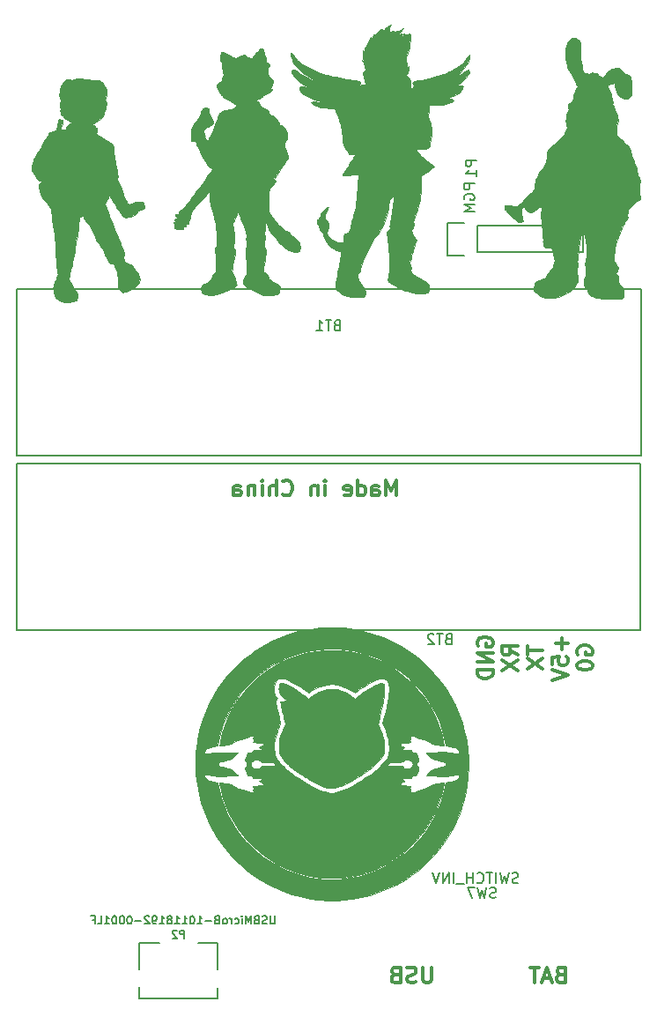
<source format=gbo>
G04 #@! TF.FileFunction,Legend,Bot*
%FSLAX46Y46*%
G04 Gerber Fmt 4.6, Leading zero omitted, Abs format (unit mm)*
G04 Created by KiCad (PCBNEW 4.0.2+dfsg1-stable) date Mon 15 Oct 2018 12:38:46 AM EDT*
%MOMM*%
G01*
G04 APERTURE LIST*
%ADD10C,0.100000*%
%ADD11C,0.300000*%
%ADD12C,0.010000*%
%ADD13C,0.150000*%
%ADD14C,0.165100*%
G04 APERTURE END LIST*
D10*
D11*
X98187142Y-126072857D02*
X97972856Y-126144286D01*
X97901428Y-126215714D01*
X97829999Y-126358571D01*
X97829999Y-126572857D01*
X97901428Y-126715714D01*
X97972856Y-126787143D01*
X98115714Y-126858571D01*
X98687142Y-126858571D01*
X98687142Y-125358571D01*
X98187142Y-125358571D01*
X98044285Y-125430000D01*
X97972856Y-125501429D01*
X97901428Y-125644286D01*
X97901428Y-125787143D01*
X97972856Y-125930000D01*
X98044285Y-126001429D01*
X98187142Y-126072857D01*
X98687142Y-126072857D01*
X97258571Y-126430000D02*
X96544285Y-126430000D01*
X97401428Y-126858571D02*
X96901428Y-125358571D01*
X96401428Y-126858571D01*
X96115714Y-125358571D02*
X95258571Y-125358571D01*
X95687142Y-126858571D02*
X95687142Y-125358571D01*
X85822857Y-125358571D02*
X85822857Y-126572857D01*
X85751429Y-126715714D01*
X85680000Y-126787143D01*
X85537143Y-126858571D01*
X85251429Y-126858571D01*
X85108571Y-126787143D01*
X85037143Y-126715714D01*
X84965714Y-126572857D01*
X84965714Y-125358571D01*
X84322857Y-126787143D02*
X84108571Y-126858571D01*
X83751428Y-126858571D01*
X83608571Y-126787143D01*
X83537142Y-126715714D01*
X83465714Y-126572857D01*
X83465714Y-126430000D01*
X83537142Y-126287143D01*
X83608571Y-126215714D01*
X83751428Y-126144286D01*
X84037142Y-126072857D01*
X84180000Y-126001429D01*
X84251428Y-125930000D01*
X84322857Y-125787143D01*
X84322857Y-125644286D01*
X84251428Y-125501429D01*
X84180000Y-125430000D01*
X84037142Y-125358571D01*
X83680000Y-125358571D01*
X83465714Y-125430000D01*
X82322857Y-126072857D02*
X82108571Y-126144286D01*
X82037143Y-126215714D01*
X81965714Y-126358571D01*
X81965714Y-126572857D01*
X82037143Y-126715714D01*
X82108571Y-126787143D01*
X82251429Y-126858571D01*
X82822857Y-126858571D01*
X82822857Y-125358571D01*
X82322857Y-125358571D01*
X82180000Y-125430000D01*
X82108571Y-125501429D01*
X82037143Y-125644286D01*
X82037143Y-125787143D01*
X82108571Y-125930000D01*
X82180000Y-126001429D01*
X82322857Y-126072857D01*
X82822857Y-126072857D01*
X82451429Y-80058571D02*
X82451429Y-78558571D01*
X81951429Y-79630000D01*
X81451429Y-78558571D01*
X81451429Y-80058571D01*
X80094286Y-80058571D02*
X80094286Y-79272857D01*
X80165715Y-79130000D01*
X80308572Y-79058571D01*
X80594286Y-79058571D01*
X80737143Y-79130000D01*
X80094286Y-79987143D02*
X80237143Y-80058571D01*
X80594286Y-80058571D01*
X80737143Y-79987143D01*
X80808572Y-79844286D01*
X80808572Y-79701429D01*
X80737143Y-79558571D01*
X80594286Y-79487143D01*
X80237143Y-79487143D01*
X80094286Y-79415714D01*
X78737143Y-80058571D02*
X78737143Y-78558571D01*
X78737143Y-79987143D02*
X78880000Y-80058571D01*
X79165714Y-80058571D01*
X79308572Y-79987143D01*
X79380000Y-79915714D01*
X79451429Y-79772857D01*
X79451429Y-79344286D01*
X79380000Y-79201429D01*
X79308572Y-79130000D01*
X79165714Y-79058571D01*
X78880000Y-79058571D01*
X78737143Y-79130000D01*
X77451429Y-79987143D02*
X77594286Y-80058571D01*
X77880000Y-80058571D01*
X78022857Y-79987143D01*
X78094286Y-79844286D01*
X78094286Y-79272857D01*
X78022857Y-79130000D01*
X77880000Y-79058571D01*
X77594286Y-79058571D01*
X77451429Y-79130000D01*
X77380000Y-79272857D01*
X77380000Y-79415714D01*
X78094286Y-79558571D01*
X75594286Y-80058571D02*
X75594286Y-79058571D01*
X75594286Y-78558571D02*
X75665715Y-78630000D01*
X75594286Y-78701429D01*
X75522858Y-78630000D01*
X75594286Y-78558571D01*
X75594286Y-78701429D01*
X74880000Y-79058571D02*
X74880000Y-80058571D01*
X74880000Y-79201429D02*
X74808572Y-79130000D01*
X74665714Y-79058571D01*
X74451429Y-79058571D01*
X74308572Y-79130000D01*
X74237143Y-79272857D01*
X74237143Y-80058571D01*
X71522857Y-79915714D02*
X71594286Y-79987143D01*
X71808572Y-80058571D01*
X71951429Y-80058571D01*
X72165714Y-79987143D01*
X72308572Y-79844286D01*
X72380000Y-79701429D01*
X72451429Y-79415714D01*
X72451429Y-79201429D01*
X72380000Y-78915714D01*
X72308572Y-78772857D01*
X72165714Y-78630000D01*
X71951429Y-78558571D01*
X71808572Y-78558571D01*
X71594286Y-78630000D01*
X71522857Y-78701429D01*
X70880000Y-80058571D02*
X70880000Y-78558571D01*
X70237143Y-80058571D02*
X70237143Y-79272857D01*
X70308572Y-79130000D01*
X70451429Y-79058571D01*
X70665714Y-79058571D01*
X70808572Y-79130000D01*
X70880000Y-79201429D01*
X69522857Y-80058571D02*
X69522857Y-79058571D01*
X69522857Y-78558571D02*
X69594286Y-78630000D01*
X69522857Y-78701429D01*
X69451429Y-78630000D01*
X69522857Y-78558571D01*
X69522857Y-78701429D01*
X68808571Y-79058571D02*
X68808571Y-80058571D01*
X68808571Y-79201429D02*
X68737143Y-79130000D01*
X68594285Y-79058571D01*
X68380000Y-79058571D01*
X68237143Y-79130000D01*
X68165714Y-79272857D01*
X68165714Y-80058571D01*
X66808571Y-80058571D02*
X66808571Y-79272857D01*
X66880000Y-79130000D01*
X67022857Y-79058571D01*
X67308571Y-79058571D01*
X67451428Y-79130000D01*
X66808571Y-79987143D02*
X66951428Y-80058571D01*
X67308571Y-80058571D01*
X67451428Y-79987143D01*
X67522857Y-79844286D01*
X67522857Y-79701429D01*
X67451428Y-79558571D01*
X67308571Y-79487143D01*
X66951428Y-79487143D01*
X66808571Y-79415714D01*
X90280000Y-94487143D02*
X90208571Y-94344286D01*
X90208571Y-94130000D01*
X90280000Y-93915715D01*
X90422857Y-93772857D01*
X90565714Y-93701429D01*
X90851429Y-93630000D01*
X91065714Y-93630000D01*
X91351429Y-93701429D01*
X91494286Y-93772857D01*
X91637143Y-93915715D01*
X91708571Y-94130000D01*
X91708571Y-94272857D01*
X91637143Y-94487143D01*
X91565714Y-94558572D01*
X91065714Y-94558572D01*
X91065714Y-94272857D01*
X91708571Y-95201429D02*
X90208571Y-95201429D01*
X91708571Y-96058572D01*
X90208571Y-96058572D01*
X91708571Y-96772858D02*
X90208571Y-96772858D01*
X90208571Y-97130001D01*
X90280000Y-97344286D01*
X90422857Y-97487144D01*
X90565714Y-97558572D01*
X90851429Y-97630001D01*
X91065714Y-97630001D01*
X91351429Y-97558572D01*
X91494286Y-97487144D01*
X91637143Y-97344286D01*
X91708571Y-97130001D01*
X91708571Y-96772858D01*
X94108571Y-95380001D02*
X93394286Y-94880001D01*
X94108571Y-94522858D02*
X92608571Y-94522858D01*
X92608571Y-95094286D01*
X92680000Y-95237144D01*
X92751429Y-95308572D01*
X92894286Y-95380001D01*
X93108571Y-95380001D01*
X93251429Y-95308572D01*
X93322857Y-95237144D01*
X93394286Y-95094286D01*
X93394286Y-94522858D01*
X92608571Y-95880001D02*
X94108571Y-96880001D01*
X92608571Y-96880001D02*
X94108571Y-95880001D01*
X95008571Y-94487143D02*
X95008571Y-95344286D01*
X96508571Y-94915715D02*
X95008571Y-94915715D01*
X95008571Y-95701429D02*
X96508571Y-96701429D01*
X95008571Y-96701429D02*
X96508571Y-95701429D01*
X98337143Y-93701429D02*
X98337143Y-94844286D01*
X98908571Y-94272857D02*
X97765714Y-94272857D01*
X97408571Y-96272858D02*
X97408571Y-95558572D01*
X98122857Y-95487143D01*
X98051429Y-95558572D01*
X97980000Y-95701429D01*
X97980000Y-96058572D01*
X98051429Y-96201429D01*
X98122857Y-96272858D01*
X98265714Y-96344286D01*
X98622857Y-96344286D01*
X98765714Y-96272858D01*
X98837143Y-96201429D01*
X98908571Y-96058572D01*
X98908571Y-95701429D01*
X98837143Y-95558572D01*
X98765714Y-95487143D01*
X97408571Y-96772857D02*
X98908571Y-97272857D01*
X97408571Y-97772857D01*
X99880000Y-95308572D02*
X99808571Y-95165715D01*
X99808571Y-94951429D01*
X99880000Y-94737144D01*
X100022857Y-94594286D01*
X100165714Y-94522858D01*
X100451429Y-94451429D01*
X100665714Y-94451429D01*
X100951429Y-94522858D01*
X101094286Y-94594286D01*
X101237143Y-94737144D01*
X101308571Y-94951429D01*
X101308571Y-95094286D01*
X101237143Y-95308572D01*
X101165714Y-95380001D01*
X100665714Y-95380001D01*
X100665714Y-95094286D01*
X99808571Y-96308572D02*
X99808571Y-96451429D01*
X99880000Y-96594286D01*
X99951429Y-96665715D01*
X100094286Y-96737144D01*
X100380000Y-96808572D01*
X100737143Y-96808572D01*
X101022857Y-96737144D01*
X101165714Y-96665715D01*
X101237143Y-96594286D01*
X101308571Y-96451429D01*
X101308571Y-96308572D01*
X101237143Y-96165715D01*
X101165714Y-96094286D01*
X101022857Y-96022858D01*
X100737143Y-95951429D01*
X100380000Y-95951429D01*
X100094286Y-96022858D01*
X99951429Y-96094286D01*
X99880000Y-96165715D01*
X99808571Y-96308572D01*
D12*
G36*
X51728739Y-40012034D02*
X51537001Y-40029535D01*
X51402303Y-40057119D01*
X51360301Y-40075778D01*
X51246120Y-40109635D01*
X51189500Y-40098816D01*
X50993100Y-40062402D01*
X50778449Y-40088550D01*
X50598023Y-40162565D01*
X50500076Y-40230631D01*
X50420395Y-40317261D01*
X50342641Y-40443930D01*
X50265751Y-40599361D01*
X50164945Y-40850242D01*
X50091511Y-41106974D01*
X50046604Y-41355172D01*
X50031377Y-41580453D01*
X50046985Y-41768432D01*
X50094583Y-41904724D01*
X50156058Y-41966659D01*
X50207342Y-41998905D01*
X50216568Y-42036321D01*
X50182671Y-42105455D01*
X50148203Y-42161850D01*
X50099656Y-42248571D01*
X50077562Y-42325385D01*
X50079060Y-42421756D01*
X50101287Y-42567149D01*
X50106168Y-42594644D01*
X50128422Y-42748224D01*
X50137376Y-42874323D01*
X50131585Y-42943146D01*
X50123667Y-43045861D01*
X50148626Y-43192563D01*
X50198101Y-43353296D01*
X50263730Y-43498101D01*
X50303846Y-43560315D01*
X50395262Y-43652568D01*
X50531494Y-43759082D01*
X50671918Y-43850013D01*
X50827448Y-43942820D01*
X50973838Y-44034682D01*
X51071600Y-44100306D01*
X51142492Y-44156727D01*
X51168917Y-44204128D01*
X51143950Y-44255075D01*
X51060666Y-44322136D01*
X50912140Y-44417876D01*
X50888507Y-44432569D01*
X50773572Y-44516863D01*
X50713609Y-44605207D01*
X50687526Y-44709359D01*
X50660537Y-44878136D01*
X50395852Y-44894171D01*
X50256799Y-44901772D01*
X50157138Y-44905663D01*
X50120808Y-44905216D01*
X50128899Y-44865849D01*
X50159159Y-44764261D01*
X50206134Y-44618264D01*
X50237224Y-44525171D01*
X50312723Y-44287602D01*
X50353728Y-44120088D01*
X50360801Y-44015619D01*
X50334504Y-43967183D01*
X50282068Y-43965884D01*
X50202480Y-43957302D01*
X50176424Y-43925519D01*
X50119914Y-43880959D01*
X50057652Y-43877280D01*
X49994477Y-43902369D01*
X49957105Y-43969715D01*
X49934841Y-44081333D01*
X49908388Y-44229757D01*
X49869984Y-44405145D01*
X49825117Y-44586729D01*
X49779275Y-44753743D01*
X49737944Y-44885422D01*
X49706613Y-44961000D01*
X49700148Y-44969487D01*
X49644092Y-44993850D01*
X49529630Y-45029103D01*
X49381012Y-45067811D01*
X49373741Y-45069556D01*
X49190430Y-45117437D01*
X49073069Y-45162957D01*
X49004176Y-45218158D01*
X48966268Y-45295085D01*
X48950184Y-45361334D01*
X48900675Y-45490265D01*
X48823128Y-45603801D01*
X48761887Y-45686778D01*
X48677112Y-45824248D01*
X48581826Y-45994336D01*
X48519760Y-46113333D01*
X48413414Y-46314147D01*
X48278983Y-46554176D01*
X48134580Y-46801681D01*
X48012472Y-47002333D01*
X47832604Y-47295262D01*
X47693947Y-47533595D01*
X47588977Y-47731973D01*
X47510171Y-47905033D01*
X47450006Y-48067417D01*
X47426555Y-48142433D01*
X47376967Y-48358777D01*
X47367151Y-48559294D01*
X47401172Y-48759976D01*
X47483094Y-48976815D01*
X47616981Y-49225803D01*
X47759198Y-49451247D01*
X47888084Y-49630501D01*
X47999190Y-49740090D01*
X48107767Y-49788305D01*
X48229070Y-49783438D01*
X48320394Y-49756307D01*
X48438232Y-49723359D01*
X48484025Y-49734342D01*
X48456939Y-49787390D01*
X48370614Y-49868676D01*
X48216151Y-49997036D01*
X48114929Y-50085722D01*
X48057589Y-50152069D01*
X48034774Y-50213414D01*
X48037129Y-50287093D01*
X48055294Y-50390440D01*
X48063726Y-50437233D01*
X48102840Y-50601512D01*
X48166586Y-50804206D01*
X48246754Y-51024901D01*
X48335137Y-51243184D01*
X48423528Y-51438640D01*
X48503717Y-51590856D01*
X48560203Y-51671986D01*
X48714437Y-51841432D01*
X48863682Y-52008255D01*
X48997959Y-52160966D01*
X49107291Y-52288076D01*
X49181700Y-52378098D01*
X49211209Y-52419542D01*
X49210707Y-52421000D01*
X49205441Y-52457909D01*
X49216345Y-52550959D01*
X49225329Y-52600916D01*
X49243066Y-52709920D01*
X49266723Y-52881386D01*
X49293469Y-53093564D01*
X49320471Y-53324703D01*
X49325897Y-53373500D01*
X49358117Y-53634371D01*
X49397785Y-53908263D01*
X49439900Y-54162884D01*
X49479458Y-54365941D01*
X49479985Y-54368333D01*
X49523342Y-54583096D01*
X49560054Y-54809316D01*
X49591280Y-55059250D01*
X49618176Y-55345157D01*
X49641900Y-55679295D01*
X49663611Y-56073920D01*
X49683892Y-56527333D01*
X49706290Y-57009217D01*
X49731550Y-57440733D01*
X49759123Y-57815640D01*
X49788458Y-58127697D01*
X49819006Y-58370663D01*
X49850217Y-58538296D01*
X49865757Y-58591521D01*
X49888405Y-58761418D01*
X49855089Y-58959401D01*
X49772562Y-59156675D01*
X49711047Y-59251271D01*
X49635462Y-59380063D01*
X49572303Y-59534968D01*
X49560442Y-59575333D01*
X49518027Y-59733876D01*
X49474861Y-59889849D01*
X49465520Y-59922622D01*
X49440517Y-60108256D01*
X49453155Y-60331211D01*
X49497395Y-60568493D01*
X49567202Y-60797108D01*
X49656538Y-60994060D01*
X49759368Y-61136354D01*
X49791590Y-61164676D01*
X49897212Y-61229343D01*
X50049579Y-61304277D01*
X50210291Y-61371119D01*
X50558596Y-61459574D01*
X50928713Y-61477679D01*
X51294575Y-61424915D01*
X51400666Y-61394851D01*
X51543501Y-61340644D01*
X51656741Y-61282151D01*
X51707583Y-61240870D01*
X51736447Y-61159022D01*
X51755548Y-61020538D01*
X51761000Y-60884232D01*
X51757643Y-60732950D01*
X51740103Y-60624284D01*
X51697180Y-60526160D01*
X51617674Y-60406504D01*
X51572595Y-60344717D01*
X51459695Y-60181816D01*
X51351174Y-60009516D01*
X51277208Y-59877667D01*
X51192336Y-59720916D01*
X51099537Y-59564995D01*
X51060500Y-59504857D01*
X51007275Y-59420420D01*
X50976928Y-59344855D01*
X50965586Y-59253209D01*
X50969379Y-59120533D01*
X50979513Y-58983000D01*
X50996820Y-58814101D01*
X51017951Y-58677158D01*
X51039194Y-58594545D01*
X51045959Y-58582616D01*
X51077271Y-58509994D01*
X51083667Y-58454149D01*
X51097374Y-58366747D01*
X51132720Y-58234125D01*
X51166762Y-58129479D01*
X51238945Y-57893448D01*
X51313545Y-57596388D01*
X51386127Y-57261659D01*
X51452258Y-56912622D01*
X51507501Y-56572637D01*
X51547424Y-56265065D01*
X51567335Y-56019333D01*
X51582335Y-55855042D01*
X51609076Y-55699620D01*
X51625265Y-55638333D01*
X51686801Y-55410056D01*
X51746830Y-55118283D01*
X51801925Y-54784164D01*
X51848658Y-54428848D01*
X51883603Y-54073484D01*
X51887894Y-54017720D01*
X51905681Y-53792652D01*
X51923516Y-53595201D01*
X51939731Y-53441969D01*
X51952657Y-53349556D01*
X51956746Y-53332762D01*
X52007303Y-53283985D01*
X52103183Y-53231333D01*
X52207837Y-53192495D01*
X52266190Y-53183000D01*
X52302583Y-53216050D01*
X52358559Y-53297795D01*
X52372002Y-53320583D01*
X52498884Y-53529902D01*
X52661341Y-53780342D01*
X52842426Y-54046616D01*
X53025193Y-54303439D01*
X53085576Y-54385280D01*
X53219822Y-54577121D01*
X53321633Y-54756386D01*
X53408035Y-54956698D01*
X53481766Y-55167669D01*
X53578913Y-55436761D01*
X53676287Y-55644508D01*
X53784788Y-55813557D01*
X53806001Y-55841191D01*
X53972247Y-56059929D01*
X54096936Y-56245073D01*
X54196844Y-56424397D01*
X54288749Y-56625673D01*
X54308470Y-56673009D01*
X54400148Y-56876850D01*
X54511830Y-57096921D01*
X54631095Y-57311180D01*
X54745523Y-57497586D01*
X54842690Y-57634097D01*
X54864543Y-57659750D01*
X54992823Y-57740941D01*
X55091223Y-57755000D01*
X55154884Y-57758486D01*
X55204420Y-57777989D01*
X55250792Y-57827078D01*
X55304961Y-57919320D01*
X55377888Y-58068282D01*
X55424430Y-58167458D01*
X55617173Y-58579917D01*
X55639099Y-59278708D01*
X55647537Y-59519160D01*
X55656764Y-59734537D01*
X55665955Y-59908554D01*
X55674281Y-60024925D01*
X55678886Y-60062166D01*
X55725800Y-60160923D01*
X55816641Y-60276268D01*
X55929264Y-60386668D01*
X56041529Y-60470592D01*
X56131291Y-60506506D01*
X56135979Y-60506666D01*
X56253147Y-60486098D01*
X56422750Y-60430481D01*
X56624997Y-60348941D01*
X56840097Y-60250609D01*
X57048259Y-60144611D01*
X57229691Y-60040077D01*
X57364602Y-59946134D01*
X57380698Y-59932565D01*
X57583227Y-59724250D01*
X57706968Y-59516388D01*
X57753692Y-59298171D01*
X57725167Y-59058792D01*
X57623166Y-58787441D01*
X57581835Y-58704561D01*
X57403158Y-58390262D01*
X57227505Y-58146100D01*
X57042318Y-57958993D01*
X56835036Y-57815857D01*
X56638056Y-57721419D01*
X56473849Y-57652403D01*
X56369748Y-57598912D01*
X56307112Y-57545380D01*
X56267297Y-57476241D01*
X56234454Y-57384429D01*
X56201690Y-57255136D01*
X56197135Y-57163658D01*
X56205354Y-57141945D01*
X56221760Y-57080955D01*
X56231981Y-56959642D01*
X56234161Y-56802237D01*
X56233582Y-56772940D01*
X56224596Y-56592614D01*
X56204945Y-56473446D01*
X56169260Y-56392095D01*
X56136292Y-56349933D01*
X56064629Y-56244044D01*
X56002432Y-56108482D01*
X55993730Y-56082833D01*
X55959360Y-55986389D01*
X55898923Y-55829462D01*
X55819344Y-55629539D01*
X55727551Y-55404109D01*
X55666763Y-55257333D01*
X55558885Y-54994725D01*
X55447786Y-54717595D01*
X55344201Y-54453147D01*
X55258863Y-54228587D01*
X55232474Y-54156666D01*
X55154388Y-53947753D01*
X55054576Y-53691047D01*
X54944873Y-53416484D01*
X54837117Y-53154002D01*
X54817830Y-53107943D01*
X54721637Y-52872554D01*
X54631321Y-52639757D01*
X54555248Y-52431942D01*
X54501787Y-52271498D01*
X54489985Y-52230744D01*
X54416094Y-51957769D01*
X54526765Y-51812671D01*
X54598204Y-51695126D01*
X54674098Y-51533402D01*
X54730744Y-51383337D01*
X54824053Y-51099100D01*
X54947513Y-51347300D01*
X55017237Y-51483719D01*
X55086847Y-51609571D01*
X55169165Y-51746374D01*
X55277011Y-51915648D01*
X55380500Y-52074025D01*
X55445290Y-52188234D01*
X55482688Y-52284421D01*
X55486334Y-52309245D01*
X55515281Y-52374928D01*
X55591016Y-52474629D01*
X55692543Y-52582136D01*
X55822131Y-52724817D01*
X55942088Y-52886419D01*
X56006493Y-52994670D01*
X56120636Y-53164333D01*
X56264359Y-53269116D01*
X56446134Y-53311096D01*
X56674432Y-53292351D01*
X56935362Y-53222429D01*
X57178338Y-53126908D01*
X57365810Y-53021283D01*
X57488641Y-52912062D01*
X57537694Y-52805752D01*
X57538184Y-52793104D01*
X57545982Y-52735774D01*
X57581270Y-52688530D01*
X57659489Y-52639903D01*
X57796082Y-52578420D01*
X57866267Y-52549397D01*
X58195667Y-52414717D01*
X58194726Y-52237942D01*
X58166006Y-52064641D01*
X58089924Y-51930994D01*
X57978614Y-51855396D01*
X57936447Y-51846348D01*
X57859421Y-51835383D01*
X57835834Y-51828206D01*
X57797793Y-51821826D01*
X57700614Y-51813436D01*
X57626146Y-51808528D01*
X57470861Y-51812381D01*
X57323765Y-51851078D01*
X57176409Y-51918015D01*
X56926468Y-52015420D01*
X56740514Y-52040000D01*
X56620759Y-52035745D01*
X56563218Y-52015200D01*
X56545563Y-51966694D01*
X56544667Y-51937629D01*
X56527550Y-51798213D01*
X56480765Y-51716369D01*
X56440199Y-51701333D01*
X56403141Y-51663825D01*
X56353399Y-51564594D01*
X56300645Y-51423579D01*
X56291301Y-51394416D01*
X56202135Y-51122895D01*
X56101558Y-50840026D01*
X55995457Y-50560236D01*
X55889716Y-50297954D01*
X55790222Y-50067609D01*
X55702860Y-49883628D01*
X55633515Y-49760440D01*
X55613634Y-49733194D01*
X55581971Y-49672882D01*
X55586870Y-49591098D01*
X55613148Y-49500562D01*
X55644243Y-49383653D01*
X55637715Y-49302841D01*
X55595794Y-49224427D01*
X55549248Y-49126128D01*
X55554842Y-49024920D01*
X55569371Y-48975770D01*
X55592935Y-48850610D01*
X55567405Y-48725758D01*
X55550692Y-48683084D01*
X55522351Y-48586862D01*
X55486527Y-48422439D01*
X55445779Y-48205681D01*
X55402669Y-47952456D01*
X55359757Y-47678630D01*
X55319604Y-47400072D01*
X55284771Y-47132647D01*
X55257817Y-46892223D01*
X55252131Y-46833000D01*
X55219583Y-46583249D01*
X55165549Y-46394194D01*
X55076569Y-46246241D01*
X54939181Y-46119797D01*
X54739925Y-45995268D01*
X54639667Y-45941490D01*
X54526361Y-45878563D01*
X54364495Y-45783781D01*
X54176950Y-45670726D01*
X54012288Y-45569064D01*
X53824959Y-45449570D01*
X53700461Y-45362751D01*
X53628097Y-45299298D01*
X53597173Y-45249907D01*
X53596500Y-45207267D01*
X53615406Y-45110360D01*
X53637245Y-44975057D01*
X53644018Y-44928000D01*
X53655258Y-44823247D01*
X53644564Y-44750408D01*
X53599115Y-44683774D01*
X53506089Y-44597637D01*
X53459282Y-44557583D01*
X53344360Y-44465156D01*
X53251335Y-44400237D01*
X53203060Y-44377666D01*
X53152399Y-44364373D01*
X53167809Y-44332076D01*
X53236337Y-44292151D01*
X53340349Y-44257135D01*
X53449610Y-44209342D01*
X53599512Y-44117383D01*
X53770099Y-43996222D01*
X53941417Y-43860823D01*
X54093509Y-43726151D01*
X54205408Y-43608411D01*
X54242997Y-43535210D01*
X54293845Y-43399686D01*
X54352011Y-43221980D01*
X54411551Y-43022229D01*
X54466523Y-42820572D01*
X54510985Y-42637148D01*
X54538992Y-42492095D01*
X54542509Y-42466045D01*
X54548028Y-42310579D01*
X54515009Y-42191361D01*
X54482894Y-42133983D01*
X54399542Y-42002338D01*
X54498438Y-41806994D01*
X54579662Y-41557524D01*
X54593460Y-41279880D01*
X54543515Y-40991839D01*
X54433513Y-40711179D01*
X54267138Y-40455677D01*
X54203250Y-40382829D01*
X54020292Y-40246800D01*
X53794000Y-40168163D01*
X53550061Y-40155274D01*
X53515784Y-40159216D01*
X53319743Y-40155771D01*
X53087373Y-40103104D01*
X52924508Y-40065981D01*
X52712651Y-40037264D01*
X52469473Y-40017230D01*
X52212648Y-40006161D01*
X51959845Y-40004336D01*
X51728739Y-40012034D01*
X51728739Y-40012034D01*
G37*
X51728739Y-40012034D02*
X51537001Y-40029535D01*
X51402303Y-40057119D01*
X51360301Y-40075778D01*
X51246120Y-40109635D01*
X51189500Y-40098816D01*
X50993100Y-40062402D01*
X50778449Y-40088550D01*
X50598023Y-40162565D01*
X50500076Y-40230631D01*
X50420395Y-40317261D01*
X50342641Y-40443930D01*
X50265751Y-40599361D01*
X50164945Y-40850242D01*
X50091511Y-41106974D01*
X50046604Y-41355172D01*
X50031377Y-41580453D01*
X50046985Y-41768432D01*
X50094583Y-41904724D01*
X50156058Y-41966659D01*
X50207342Y-41998905D01*
X50216568Y-42036321D01*
X50182671Y-42105455D01*
X50148203Y-42161850D01*
X50099656Y-42248571D01*
X50077562Y-42325385D01*
X50079060Y-42421756D01*
X50101287Y-42567149D01*
X50106168Y-42594644D01*
X50128422Y-42748224D01*
X50137376Y-42874323D01*
X50131585Y-42943146D01*
X50123667Y-43045861D01*
X50148626Y-43192563D01*
X50198101Y-43353296D01*
X50263730Y-43498101D01*
X50303846Y-43560315D01*
X50395262Y-43652568D01*
X50531494Y-43759082D01*
X50671918Y-43850013D01*
X50827448Y-43942820D01*
X50973838Y-44034682D01*
X51071600Y-44100306D01*
X51142492Y-44156727D01*
X51168917Y-44204128D01*
X51143950Y-44255075D01*
X51060666Y-44322136D01*
X50912140Y-44417876D01*
X50888507Y-44432569D01*
X50773572Y-44516863D01*
X50713609Y-44605207D01*
X50687526Y-44709359D01*
X50660537Y-44878136D01*
X50395852Y-44894171D01*
X50256799Y-44901772D01*
X50157138Y-44905663D01*
X50120808Y-44905216D01*
X50128899Y-44865849D01*
X50159159Y-44764261D01*
X50206134Y-44618264D01*
X50237224Y-44525171D01*
X50312723Y-44287602D01*
X50353728Y-44120088D01*
X50360801Y-44015619D01*
X50334504Y-43967183D01*
X50282068Y-43965884D01*
X50202480Y-43957302D01*
X50176424Y-43925519D01*
X50119914Y-43880959D01*
X50057652Y-43877280D01*
X49994477Y-43902369D01*
X49957105Y-43969715D01*
X49934841Y-44081333D01*
X49908388Y-44229757D01*
X49869984Y-44405145D01*
X49825117Y-44586729D01*
X49779275Y-44753743D01*
X49737944Y-44885422D01*
X49706613Y-44961000D01*
X49700148Y-44969487D01*
X49644092Y-44993850D01*
X49529630Y-45029103D01*
X49381012Y-45067811D01*
X49373741Y-45069556D01*
X49190430Y-45117437D01*
X49073069Y-45162957D01*
X49004176Y-45218158D01*
X48966268Y-45295085D01*
X48950184Y-45361334D01*
X48900675Y-45490265D01*
X48823128Y-45603801D01*
X48761887Y-45686778D01*
X48677112Y-45824248D01*
X48581826Y-45994336D01*
X48519760Y-46113333D01*
X48413414Y-46314147D01*
X48278983Y-46554176D01*
X48134580Y-46801681D01*
X48012472Y-47002333D01*
X47832604Y-47295262D01*
X47693947Y-47533595D01*
X47588977Y-47731973D01*
X47510171Y-47905033D01*
X47450006Y-48067417D01*
X47426555Y-48142433D01*
X47376967Y-48358777D01*
X47367151Y-48559294D01*
X47401172Y-48759976D01*
X47483094Y-48976815D01*
X47616981Y-49225803D01*
X47759198Y-49451247D01*
X47888084Y-49630501D01*
X47999190Y-49740090D01*
X48107767Y-49788305D01*
X48229070Y-49783438D01*
X48320394Y-49756307D01*
X48438232Y-49723359D01*
X48484025Y-49734342D01*
X48456939Y-49787390D01*
X48370614Y-49868676D01*
X48216151Y-49997036D01*
X48114929Y-50085722D01*
X48057589Y-50152069D01*
X48034774Y-50213414D01*
X48037129Y-50287093D01*
X48055294Y-50390440D01*
X48063726Y-50437233D01*
X48102840Y-50601512D01*
X48166586Y-50804206D01*
X48246754Y-51024901D01*
X48335137Y-51243184D01*
X48423528Y-51438640D01*
X48503717Y-51590856D01*
X48560203Y-51671986D01*
X48714437Y-51841432D01*
X48863682Y-52008255D01*
X48997959Y-52160966D01*
X49107291Y-52288076D01*
X49181700Y-52378098D01*
X49211209Y-52419542D01*
X49210707Y-52421000D01*
X49205441Y-52457909D01*
X49216345Y-52550959D01*
X49225329Y-52600916D01*
X49243066Y-52709920D01*
X49266723Y-52881386D01*
X49293469Y-53093564D01*
X49320471Y-53324703D01*
X49325897Y-53373500D01*
X49358117Y-53634371D01*
X49397785Y-53908263D01*
X49439900Y-54162884D01*
X49479458Y-54365941D01*
X49479985Y-54368333D01*
X49523342Y-54583096D01*
X49560054Y-54809316D01*
X49591280Y-55059250D01*
X49618176Y-55345157D01*
X49641900Y-55679295D01*
X49663611Y-56073920D01*
X49683892Y-56527333D01*
X49706290Y-57009217D01*
X49731550Y-57440733D01*
X49759123Y-57815640D01*
X49788458Y-58127697D01*
X49819006Y-58370663D01*
X49850217Y-58538296D01*
X49865757Y-58591521D01*
X49888405Y-58761418D01*
X49855089Y-58959401D01*
X49772562Y-59156675D01*
X49711047Y-59251271D01*
X49635462Y-59380063D01*
X49572303Y-59534968D01*
X49560442Y-59575333D01*
X49518027Y-59733876D01*
X49474861Y-59889849D01*
X49465520Y-59922622D01*
X49440517Y-60108256D01*
X49453155Y-60331211D01*
X49497395Y-60568493D01*
X49567202Y-60797108D01*
X49656538Y-60994060D01*
X49759368Y-61136354D01*
X49791590Y-61164676D01*
X49897212Y-61229343D01*
X50049579Y-61304277D01*
X50210291Y-61371119D01*
X50558596Y-61459574D01*
X50928713Y-61477679D01*
X51294575Y-61424915D01*
X51400666Y-61394851D01*
X51543501Y-61340644D01*
X51656741Y-61282151D01*
X51707583Y-61240870D01*
X51736447Y-61159022D01*
X51755548Y-61020538D01*
X51761000Y-60884232D01*
X51757643Y-60732950D01*
X51740103Y-60624284D01*
X51697180Y-60526160D01*
X51617674Y-60406504D01*
X51572595Y-60344717D01*
X51459695Y-60181816D01*
X51351174Y-60009516D01*
X51277208Y-59877667D01*
X51192336Y-59720916D01*
X51099537Y-59564995D01*
X51060500Y-59504857D01*
X51007275Y-59420420D01*
X50976928Y-59344855D01*
X50965586Y-59253209D01*
X50969379Y-59120533D01*
X50979513Y-58983000D01*
X50996820Y-58814101D01*
X51017951Y-58677158D01*
X51039194Y-58594545D01*
X51045959Y-58582616D01*
X51077271Y-58509994D01*
X51083667Y-58454149D01*
X51097374Y-58366747D01*
X51132720Y-58234125D01*
X51166762Y-58129479D01*
X51238945Y-57893448D01*
X51313545Y-57596388D01*
X51386127Y-57261659D01*
X51452258Y-56912622D01*
X51507501Y-56572637D01*
X51547424Y-56265065D01*
X51567335Y-56019333D01*
X51582335Y-55855042D01*
X51609076Y-55699620D01*
X51625265Y-55638333D01*
X51686801Y-55410056D01*
X51746830Y-55118283D01*
X51801925Y-54784164D01*
X51848658Y-54428848D01*
X51883603Y-54073484D01*
X51887894Y-54017720D01*
X51905681Y-53792652D01*
X51923516Y-53595201D01*
X51939731Y-53441969D01*
X51952657Y-53349556D01*
X51956746Y-53332762D01*
X52007303Y-53283985D01*
X52103183Y-53231333D01*
X52207837Y-53192495D01*
X52266190Y-53183000D01*
X52302583Y-53216050D01*
X52358559Y-53297795D01*
X52372002Y-53320583D01*
X52498884Y-53529902D01*
X52661341Y-53780342D01*
X52842426Y-54046616D01*
X53025193Y-54303439D01*
X53085576Y-54385280D01*
X53219822Y-54577121D01*
X53321633Y-54756386D01*
X53408035Y-54956698D01*
X53481766Y-55167669D01*
X53578913Y-55436761D01*
X53676287Y-55644508D01*
X53784788Y-55813557D01*
X53806001Y-55841191D01*
X53972247Y-56059929D01*
X54096936Y-56245073D01*
X54196844Y-56424397D01*
X54288749Y-56625673D01*
X54308470Y-56673009D01*
X54400148Y-56876850D01*
X54511830Y-57096921D01*
X54631095Y-57311180D01*
X54745523Y-57497586D01*
X54842690Y-57634097D01*
X54864543Y-57659750D01*
X54992823Y-57740941D01*
X55091223Y-57755000D01*
X55154884Y-57758486D01*
X55204420Y-57777989D01*
X55250792Y-57827078D01*
X55304961Y-57919320D01*
X55377888Y-58068282D01*
X55424430Y-58167458D01*
X55617173Y-58579917D01*
X55639099Y-59278708D01*
X55647537Y-59519160D01*
X55656764Y-59734537D01*
X55665955Y-59908554D01*
X55674281Y-60024925D01*
X55678886Y-60062166D01*
X55725800Y-60160923D01*
X55816641Y-60276268D01*
X55929264Y-60386668D01*
X56041529Y-60470592D01*
X56131291Y-60506506D01*
X56135979Y-60506666D01*
X56253147Y-60486098D01*
X56422750Y-60430481D01*
X56624997Y-60348941D01*
X56840097Y-60250609D01*
X57048259Y-60144611D01*
X57229691Y-60040077D01*
X57364602Y-59946134D01*
X57380698Y-59932565D01*
X57583227Y-59724250D01*
X57706968Y-59516388D01*
X57753692Y-59298171D01*
X57725167Y-59058792D01*
X57623166Y-58787441D01*
X57581835Y-58704561D01*
X57403158Y-58390262D01*
X57227505Y-58146100D01*
X57042318Y-57958993D01*
X56835036Y-57815857D01*
X56638056Y-57721419D01*
X56473849Y-57652403D01*
X56369748Y-57598912D01*
X56307112Y-57545380D01*
X56267297Y-57476241D01*
X56234454Y-57384429D01*
X56201690Y-57255136D01*
X56197135Y-57163658D01*
X56205354Y-57141945D01*
X56221760Y-57080955D01*
X56231981Y-56959642D01*
X56234161Y-56802237D01*
X56233582Y-56772940D01*
X56224596Y-56592614D01*
X56204945Y-56473446D01*
X56169260Y-56392095D01*
X56136292Y-56349933D01*
X56064629Y-56244044D01*
X56002432Y-56108482D01*
X55993730Y-56082833D01*
X55959360Y-55986389D01*
X55898923Y-55829462D01*
X55819344Y-55629539D01*
X55727551Y-55404109D01*
X55666763Y-55257333D01*
X55558885Y-54994725D01*
X55447786Y-54717595D01*
X55344201Y-54453147D01*
X55258863Y-54228587D01*
X55232474Y-54156666D01*
X55154388Y-53947753D01*
X55054576Y-53691047D01*
X54944873Y-53416484D01*
X54837117Y-53154002D01*
X54817830Y-53107943D01*
X54721637Y-52872554D01*
X54631321Y-52639757D01*
X54555248Y-52431942D01*
X54501787Y-52271498D01*
X54489985Y-52230744D01*
X54416094Y-51957769D01*
X54526765Y-51812671D01*
X54598204Y-51695126D01*
X54674098Y-51533402D01*
X54730744Y-51383337D01*
X54824053Y-51099100D01*
X54947513Y-51347300D01*
X55017237Y-51483719D01*
X55086847Y-51609571D01*
X55169165Y-51746374D01*
X55277011Y-51915648D01*
X55380500Y-52074025D01*
X55445290Y-52188234D01*
X55482688Y-52284421D01*
X55486334Y-52309245D01*
X55515281Y-52374928D01*
X55591016Y-52474629D01*
X55692543Y-52582136D01*
X55822131Y-52724817D01*
X55942088Y-52886419D01*
X56006493Y-52994670D01*
X56120636Y-53164333D01*
X56264359Y-53269116D01*
X56446134Y-53311096D01*
X56674432Y-53292351D01*
X56935362Y-53222429D01*
X57178338Y-53126908D01*
X57365810Y-53021283D01*
X57488641Y-52912062D01*
X57537694Y-52805752D01*
X57538184Y-52793104D01*
X57545982Y-52735774D01*
X57581270Y-52688530D01*
X57659489Y-52639903D01*
X57796082Y-52578420D01*
X57866267Y-52549397D01*
X58195667Y-52414717D01*
X58194726Y-52237942D01*
X58166006Y-52064641D01*
X58089924Y-51930994D01*
X57978614Y-51855396D01*
X57936447Y-51846348D01*
X57859421Y-51835383D01*
X57835834Y-51828206D01*
X57797793Y-51821826D01*
X57700614Y-51813436D01*
X57626146Y-51808528D01*
X57470861Y-51812381D01*
X57323765Y-51851078D01*
X57176409Y-51918015D01*
X56926468Y-52015420D01*
X56740514Y-52040000D01*
X56620759Y-52035745D01*
X56563218Y-52015200D01*
X56545563Y-51966694D01*
X56544667Y-51937629D01*
X56527550Y-51798213D01*
X56480765Y-51716369D01*
X56440199Y-51701333D01*
X56403141Y-51663825D01*
X56353399Y-51564594D01*
X56300645Y-51423579D01*
X56291301Y-51394416D01*
X56202135Y-51122895D01*
X56101558Y-50840026D01*
X55995457Y-50560236D01*
X55889716Y-50297954D01*
X55790222Y-50067609D01*
X55702860Y-49883628D01*
X55633515Y-49760440D01*
X55613634Y-49733194D01*
X55581971Y-49672882D01*
X55586870Y-49591098D01*
X55613148Y-49500562D01*
X55644243Y-49383653D01*
X55637715Y-49302841D01*
X55595794Y-49224427D01*
X55549248Y-49126128D01*
X55554842Y-49024920D01*
X55569371Y-48975770D01*
X55592935Y-48850610D01*
X55567405Y-48725758D01*
X55550692Y-48683084D01*
X55522351Y-48586862D01*
X55486527Y-48422439D01*
X55445779Y-48205681D01*
X55402669Y-47952456D01*
X55359757Y-47678630D01*
X55319604Y-47400072D01*
X55284771Y-47132647D01*
X55257817Y-46892223D01*
X55252131Y-46833000D01*
X55219583Y-46583249D01*
X55165549Y-46394194D01*
X55076569Y-46246241D01*
X54939181Y-46119797D01*
X54739925Y-45995268D01*
X54639667Y-45941490D01*
X54526361Y-45878563D01*
X54364495Y-45783781D01*
X54176950Y-45670726D01*
X54012288Y-45569064D01*
X53824959Y-45449570D01*
X53700461Y-45362751D01*
X53628097Y-45299298D01*
X53597173Y-45249907D01*
X53596500Y-45207267D01*
X53615406Y-45110360D01*
X53637245Y-44975057D01*
X53644018Y-44928000D01*
X53655258Y-44823247D01*
X53644564Y-44750408D01*
X53599115Y-44683774D01*
X53506089Y-44597637D01*
X53459282Y-44557583D01*
X53344360Y-44465156D01*
X53251335Y-44400237D01*
X53203060Y-44377666D01*
X53152399Y-44364373D01*
X53167809Y-44332076D01*
X53236337Y-44292151D01*
X53340349Y-44257135D01*
X53449610Y-44209342D01*
X53599512Y-44117383D01*
X53770099Y-43996222D01*
X53941417Y-43860823D01*
X54093509Y-43726151D01*
X54205408Y-43608411D01*
X54242997Y-43535210D01*
X54293845Y-43399686D01*
X54352011Y-43221980D01*
X54411551Y-43022229D01*
X54466523Y-42820572D01*
X54510985Y-42637148D01*
X54538992Y-42492095D01*
X54542509Y-42466045D01*
X54548028Y-42310579D01*
X54515009Y-42191361D01*
X54482894Y-42133983D01*
X54399542Y-42002338D01*
X54498438Y-41806994D01*
X54579662Y-41557524D01*
X54593460Y-41279880D01*
X54543515Y-40991839D01*
X54433513Y-40711179D01*
X54267138Y-40455677D01*
X54203250Y-40382829D01*
X54020292Y-40246800D01*
X53794000Y-40168163D01*
X53550061Y-40155274D01*
X53515784Y-40159216D01*
X53319743Y-40155771D01*
X53087373Y-40103104D01*
X52924508Y-40065981D01*
X52712651Y-40037264D01*
X52469473Y-40017230D01*
X52212648Y-40006161D01*
X51959845Y-40004336D01*
X51728739Y-40012034D01*
G36*
X99342322Y-36114782D02*
X99143344Y-36219896D01*
X98978259Y-36398327D01*
X98844340Y-36652726D01*
X98771709Y-36863500D01*
X98683350Y-37255008D01*
X98653899Y-37638826D01*
X98683346Y-38037844D01*
X98770972Y-38472166D01*
X98823433Y-38662234D01*
X98884216Y-38843476D01*
X98959667Y-39029383D01*
X99056134Y-39233443D01*
X99179963Y-39469147D01*
X99337501Y-39749985D01*
X99519072Y-40062211D01*
X99597232Y-40198807D01*
X99654992Y-40306696D01*
X99681661Y-40365748D01*
X99682334Y-40369589D01*
X99698970Y-40422391D01*
X99741226Y-40522959D01*
X99769161Y-40583971D01*
X99855987Y-40768687D01*
X99732465Y-40953927D01*
X99647938Y-41097165D01*
X99577841Y-41243898D01*
X99557883Y-41297327D01*
X99518385Y-41402829D01*
X99484064Y-41467325D01*
X99477734Y-41473465D01*
X99460747Y-41521908D01*
X99445253Y-41630438D01*
X99435546Y-41759805D01*
X99414995Y-41942618D01*
X99364020Y-42078969D01*
X99267270Y-42193418D01*
X99109395Y-42310522D01*
X99079084Y-42330096D01*
X98981899Y-42399772D01*
X98935388Y-42468111D01*
X98921133Y-42570379D01*
X98920334Y-42634064D01*
X98929811Y-42763998D01*
X98953808Y-42860591D01*
X98968412Y-42884811D01*
X98990671Y-42940778D01*
X98950886Y-42998495D01*
X98898305Y-43090004D01*
X98847145Y-43249883D01*
X98801563Y-43461880D01*
X98765717Y-43709745D01*
X98763238Y-43732083D01*
X98743548Y-43856161D01*
X98718764Y-43936834D01*
X98702745Y-43954333D01*
X98673152Y-43987634D01*
X98668369Y-44058984D01*
X98688162Y-44125558D01*
X98703775Y-44141809D01*
X98730482Y-44192607D01*
X98763117Y-44302227D01*
X98791589Y-44431918D01*
X98817091Y-44592507D01*
X98818615Y-44708144D01*
X98794255Y-44815618D01*
X98767978Y-44887526D01*
X98705717Y-45025625D01*
X98638076Y-45146307D01*
X98616663Y-45177125D01*
X98560113Y-45274828D01*
X98539334Y-45352752D01*
X98507595Y-45412172D01*
X98416597Y-45518974D01*
X98272670Y-45666995D01*
X98082145Y-45850078D01*
X97851352Y-46062062D01*
X97586620Y-46296787D01*
X97429084Y-46433143D01*
X97232465Y-46607137D01*
X97092594Y-46751088D01*
X96998976Y-46886404D01*
X96941122Y-47034495D01*
X96908538Y-47216771D01*
X96890734Y-47454642D01*
X96886712Y-47539904D01*
X96863923Y-48056308D01*
X96658971Y-48356266D01*
X96555570Y-48500859D01*
X96460593Y-48621932D01*
X96390410Y-48698967D01*
X96376235Y-48710706D01*
X96237226Y-48842095D01*
X96116716Y-49015533D01*
X96037838Y-49195250D01*
X96023969Y-49255347D01*
X95990372Y-49394523D01*
X95943141Y-49513465D01*
X95930778Y-49534710D01*
X95841440Y-49723923D01*
X95778040Y-49966650D01*
X95747507Y-50233900D01*
X95745792Y-50308775D01*
X95745334Y-50588385D01*
X95521087Y-50795609D01*
X95363608Y-50938091D01*
X95185120Y-51095144D01*
X95057122Y-51204887D01*
X94937970Y-51314778D01*
X94860785Y-51405325D01*
X94838377Y-51461393D01*
X94838834Y-51462789D01*
X94818945Y-51515318D01*
X94746884Y-51607602D01*
X94636617Y-51726539D01*
X94502111Y-51859026D01*
X94357331Y-51991959D01*
X94216245Y-52112234D01*
X94092819Y-52206750D01*
X94001020Y-52262402D01*
X93977894Y-52270513D01*
X93873600Y-52275235D01*
X93723069Y-52261009D01*
X93584549Y-52236171D01*
X93397251Y-52198322D01*
X93202852Y-52164783D01*
X93088917Y-52148615D01*
X92866667Y-52121750D01*
X92866667Y-52353044D01*
X92869013Y-52467232D01*
X92884257Y-52549801D01*
X92924712Y-52623009D01*
X93002688Y-52709110D01*
X93130498Y-52830363D01*
X93130914Y-52830752D01*
X93279675Y-52970396D01*
X93460725Y-53141707D01*
X93645437Y-53317551D01*
X93737054Y-53405250D01*
X94078947Y-53733333D01*
X94340641Y-53733333D01*
X94501909Y-53726391D01*
X94585878Y-53704718D01*
X94602037Y-53680416D01*
X94592501Y-53617001D01*
X94567356Y-53494160D01*
X94531363Y-53334648D01*
X94517371Y-53275568D01*
X94477106Y-53083122D01*
X94447289Y-52893957D01*
X94433391Y-52743888D01*
X94433000Y-52722956D01*
X94442670Y-52585301D01*
X94484031Y-52486851D01*
X94575614Y-52384053D01*
X94578293Y-52381452D01*
X94723586Y-52240629D01*
X94791051Y-52402095D01*
X94873663Y-52545315D01*
X94987283Y-52675148D01*
X95109492Y-52770028D01*
X95213208Y-52808153D01*
X95377084Y-52808611D01*
X95536990Y-52791305D01*
X95656476Y-52760603D01*
X95672537Y-52753122D01*
X95740109Y-52704584D01*
X95845318Y-52615626D01*
X95965587Y-52505352D01*
X95967542Y-52503488D01*
X96078107Y-52400986D01*
X96164078Y-52326770D01*
X96208284Y-52295596D01*
X96209673Y-52295408D01*
X96255172Y-52320716D01*
X96323286Y-52372932D01*
X96376411Y-52427359D01*
X96395425Y-52490458D01*
X96385633Y-52592255D01*
X96373521Y-52657273D01*
X96339603Y-52946534D01*
X96336808Y-53295776D01*
X96364489Y-53686500D01*
X96422001Y-54100206D01*
X96424451Y-54114333D01*
X96471777Y-54421155D01*
X96495014Y-54669617D01*
X96495953Y-54881976D01*
X96491577Y-54949100D01*
X96481523Y-55122148D01*
X96488676Y-55240588D01*
X96516900Y-55333421D01*
X96551549Y-55399182D01*
X96602766Y-55493735D01*
X96609472Y-55541865D01*
X96573944Y-55567713D01*
X96567672Y-55570188D01*
X96520068Y-55621409D01*
X96528528Y-55670440D01*
X96551738Y-55755177D01*
X96576121Y-55885177D01*
X96585837Y-55951649D01*
X96607551Y-56078119D01*
X96643712Y-56149048D01*
X96715605Y-56193286D01*
X96782500Y-56218236D01*
X96921706Y-56253480D01*
X97051317Y-56246730D01*
X97134067Y-56226853D01*
X97259107Y-56202388D01*
X97339291Y-56206905D01*
X97350827Y-56214266D01*
X97371689Y-56267060D01*
X97406129Y-56387197D01*
X97450100Y-56559209D01*
X97499551Y-56767629D01*
X97523926Y-56875527D01*
X97662499Y-57498888D01*
X97571750Y-57717256D01*
X97520004Y-57863352D01*
X97487144Y-57997607D01*
X97481000Y-58055711D01*
X97448881Y-58172855D01*
X97351687Y-58271404D01*
X97260430Y-58359692D01*
X97143997Y-58501860D01*
X97017386Y-58677256D01*
X96895596Y-58865232D01*
X96803667Y-59025893D01*
X96752567Y-59094935D01*
X96669003Y-59153796D01*
X96534389Y-59213324D01*
X96401500Y-59260636D01*
X96149535Y-59350020D01*
X95967134Y-59428016D01*
X95841902Y-59504454D01*
X95761438Y-59589165D01*
X95713343Y-59691980D01*
X95685220Y-59822729D01*
X95684239Y-59829333D01*
X95659548Y-60081134D01*
X95674219Y-60280823D01*
X95736934Y-60443466D01*
X95856378Y-60584130D01*
X96041234Y-60717882D01*
X96268974Y-60843912D01*
X96446801Y-60932457D01*
X96582420Y-60989021D01*
X96707451Y-61021884D01*
X96853516Y-61039325D01*
X97052238Y-61049625D01*
X97055070Y-61049739D01*
X97567533Y-61037476D01*
X98036840Y-60955851D01*
X98471836Y-60802318D01*
X98881368Y-60574328D01*
X99003989Y-60488536D01*
X99160436Y-60376391D01*
X99293669Y-60285875D01*
X99388048Y-60227303D01*
X99425869Y-60210333D01*
X99485589Y-60172825D01*
X99548812Y-60076087D01*
X99601873Y-59943795D01*
X99619784Y-59874317D01*
X99663697Y-59754769D01*
X99728189Y-59665252D01*
X99731272Y-59662651D01*
X99792113Y-59571505D01*
X99839617Y-59425050D01*
X99869239Y-59252184D01*
X99876435Y-59081808D01*
X99856661Y-58942819D01*
X99848174Y-58919166D01*
X99809848Y-58773144D01*
X99790120Y-58583238D01*
X99789491Y-58383007D01*
X99808460Y-58206010D01*
X99836098Y-58108122D01*
X99869439Y-57999450D01*
X99868254Y-57881305D01*
X99846162Y-57765877D01*
X99832677Y-57691923D01*
X99826076Y-57606707D01*
X99827255Y-57499082D01*
X99837110Y-57357900D01*
X99856537Y-57172013D01*
X99886431Y-56930272D01*
X99927690Y-56621530D01*
X99952785Y-56439088D01*
X99995204Y-56133447D01*
X100034924Y-55848891D01*
X100070144Y-55598196D01*
X100099062Y-55394134D01*
X100119877Y-55249481D01*
X100130294Y-55180036D01*
X100167652Y-55069727D01*
X100252430Y-54999669D01*
X100297329Y-54978953D01*
X100401320Y-54939182D01*
X100470776Y-54919215D01*
X100476838Y-54918666D01*
X100507313Y-54958579D01*
X100542112Y-55069114D01*
X100579226Y-55236460D01*
X100616646Y-55446809D01*
X100652366Y-55686353D01*
X100684375Y-55941282D01*
X100710665Y-56197788D01*
X100729229Y-56442062D01*
X100738058Y-56660295D01*
X100738510Y-56717833D01*
X100730594Y-56981875D01*
X100705563Y-57188018D01*
X100660196Y-57361880D01*
X100656000Y-57374000D01*
X100599333Y-57553027D01*
X100577578Y-57688946D01*
X100589646Y-57815278D01*
X100634444Y-57965542D01*
X100636544Y-57971514D01*
X100674434Y-58103647D01*
X100673687Y-58194380D01*
X100651589Y-58250075D01*
X100622921Y-58363455D01*
X100621383Y-58530229D01*
X100625076Y-58572973D01*
X100630398Y-58738048D01*
X100605513Y-58900689D01*
X100546715Y-59093484D01*
X100485250Y-59310504D01*
X100451246Y-59521091D01*
X100444214Y-59710218D01*
X100463661Y-59862860D01*
X100509099Y-59963990D01*
X100576271Y-59998666D01*
X100642202Y-60024292D01*
X100656000Y-60056983D01*
X100685842Y-60131891D01*
X100716779Y-60165741D01*
X100767746Y-60241447D01*
X100804093Y-60350841D01*
X100856236Y-60538294D01*
X100937706Y-60685013D01*
X101060953Y-60801324D01*
X101238424Y-60897551D01*
X101482571Y-60984020D01*
X101612148Y-61021044D01*
X101731266Y-61050767D01*
X101852589Y-61073990D01*
X101989753Y-61091802D01*
X102156390Y-61105296D01*
X102366136Y-61115562D01*
X102632625Y-61123691D01*
X102969491Y-61130773D01*
X102987689Y-61131106D01*
X104028210Y-61150040D01*
X104149597Y-61045628D01*
X104202380Y-60996921D01*
X104237821Y-60947206D01*
X104258199Y-60880550D01*
X104265795Y-60781020D01*
X104262889Y-60632685D01*
X104251760Y-60419609D01*
X104248120Y-60357094D01*
X104236870Y-60225959D01*
X104213097Y-60127991D01*
X104164282Y-60036924D01*
X104077907Y-59926491D01*
X104000334Y-59837152D01*
X103886275Y-59704927D01*
X103817294Y-59610009D01*
X103782059Y-59526568D01*
X103769239Y-59428774D01*
X103767500Y-59306406D01*
X103759806Y-59135473D01*
X103729869Y-59009446D01*
X103667412Y-58889416D01*
X103650419Y-58863168D01*
X103533338Y-58686140D01*
X103639836Y-58475977D01*
X103713742Y-58309048D01*
X103741010Y-58172554D01*
X103717136Y-58046234D01*
X103637613Y-57909823D01*
X103497938Y-57743061D01*
X103470129Y-57712666D01*
X103392244Y-57616419D01*
X103346132Y-57518451D01*
X103319867Y-57386765D01*
X103308813Y-57279859D01*
X103301336Y-57073726D01*
X103322776Y-56917801D01*
X103350332Y-56836609D01*
X103397793Y-56632260D01*
X103395426Y-56443916D01*
X103405897Y-56196556D01*
X103477357Y-55894138D01*
X103610110Y-55535584D01*
X103724259Y-55282673D01*
X103787617Y-55145969D01*
X103866998Y-54968640D01*
X103956065Y-54765561D01*
X104048479Y-54551607D01*
X104137902Y-54341651D01*
X104217997Y-54150568D01*
X104282426Y-53993231D01*
X104324849Y-53884515D01*
X104339000Y-53839997D01*
X104362626Y-53788946D01*
X104422580Y-53695417D01*
X104502477Y-53583189D01*
X104585933Y-53476039D01*
X104607171Y-53450810D01*
X104657117Y-53375945D01*
X104661310Y-53297137D01*
X104637083Y-53209466D01*
X104609223Y-53080503D01*
X104629472Y-52983109D01*
X104636335Y-52969463D01*
X104664362Y-52857242D01*
X104658401Y-52773334D01*
X104656958Y-52686114D01*
X104704605Y-52587938D01*
X104771218Y-52501190D01*
X104888630Y-52367792D01*
X105028607Y-52219546D01*
X105177859Y-52069221D01*
X105323092Y-51929589D01*
X105451016Y-51813420D01*
X105548340Y-51733485D01*
X105601770Y-51702555D01*
X105602465Y-51702520D01*
X105673413Y-51678593D01*
X105770978Y-51621742D01*
X105782382Y-51613784D01*
X105868145Y-51530860D01*
X105899233Y-51431149D01*
X105877998Y-51294964D01*
X105835142Y-51172166D01*
X105798425Y-51035366D01*
X105772989Y-50854878D01*
X105759184Y-50652758D01*
X105757359Y-50451064D01*
X105767863Y-50271852D01*
X105791045Y-50137181D01*
X105817818Y-50077638D01*
X105877409Y-49947065D01*
X105882296Y-49781230D01*
X105835003Y-49607269D01*
X105762422Y-49481959D01*
X105704709Y-49394425D01*
X105659678Y-49292036D01*
X105621298Y-49155265D01*
X105583536Y-48964587D01*
X105560753Y-48829088D01*
X105518677Y-48592364D01*
X105473335Y-48402938D01*
X105414220Y-48228314D01*
X105330828Y-48035992D01*
X105250769Y-47870166D01*
X105129558Y-47610703D01*
X105047162Y-47396956D01*
X104994943Y-47204523D01*
X104974653Y-47090162D01*
X104953425Y-46947003D01*
X104931739Y-46829953D01*
X104902459Y-46728997D01*
X104858449Y-46634120D01*
X104792570Y-46535303D01*
X104697689Y-46422533D01*
X104566667Y-46285793D01*
X104392368Y-46115066D01*
X104167657Y-45900337D01*
X104041162Y-45779998D01*
X103637489Y-45395873D01*
X103630309Y-45136810D01*
X103619189Y-44989594D01*
X103597705Y-44872846D01*
X103576392Y-44821433D01*
X103557382Y-44761936D01*
X103583190Y-44666944D01*
X103623171Y-44581975D01*
X103711442Y-44323316D01*
X103739612Y-44020926D01*
X103706966Y-43691420D01*
X103668652Y-43525462D01*
X103613423Y-43347569D01*
X103541990Y-43150502D01*
X103462154Y-42952271D01*
X103381714Y-42770889D01*
X103308472Y-42624367D01*
X103250227Y-42530718D01*
X103228381Y-42508848D01*
X103200853Y-42462539D01*
X103226990Y-42374825D01*
X103227327Y-42374085D01*
X103252890Y-42275732D01*
X103217056Y-42192960D01*
X103215683Y-42191136D01*
X103179123Y-42101930D01*
X103157436Y-41970357D01*
X103155014Y-41916209D01*
X103127017Y-41676578D01*
X103052337Y-41403364D01*
X102940560Y-41126245D01*
X102836981Y-40931751D01*
X102763801Y-40806901D01*
X102713911Y-40715255D01*
X102697611Y-40675784D01*
X102697860Y-40675522D01*
X102737637Y-40651006D01*
X102819579Y-40599852D01*
X102829775Y-40593465D01*
X102909674Y-40552482D01*
X103033071Y-40498356D01*
X103173607Y-40441526D01*
X103304919Y-40392427D01*
X103400649Y-40361499D01*
X103429494Y-40355999D01*
X103435857Y-40394983D01*
X103445335Y-40498812D01*
X103456212Y-40647801D01*
X103459924Y-40705250D01*
X103499543Y-41010928D01*
X103582171Y-41260786D01*
X103717481Y-41476826D01*
X103871203Y-41641076D01*
X104103527Y-41812617D01*
X104351441Y-41903828D01*
X104538092Y-41922097D01*
X104732794Y-41890736D01*
X104881171Y-41791130D01*
X104966091Y-41673356D01*
X104998089Y-41610820D01*
X105020506Y-41545654D01*
X105034435Y-41463198D01*
X105040967Y-41348792D01*
X105041198Y-41187777D01*
X105036219Y-40965492D01*
X105031269Y-40799299D01*
X105017057Y-40471299D01*
X104996918Y-40200700D01*
X104971731Y-39997004D01*
X104946631Y-39882357D01*
X104909965Y-39777128D01*
X104867427Y-39709834D01*
X104797355Y-39662108D01*
X104678087Y-39615585D01*
X104601578Y-39589810D01*
X104462162Y-39539025D01*
X104350419Y-39483264D01*
X104247360Y-39408104D01*
X104133997Y-39299118D01*
X103991343Y-39141884D01*
X103950515Y-39095224D01*
X103847442Y-38991800D01*
X103746779Y-38934045D01*
X103629593Y-38920145D01*
X103476952Y-38948289D01*
X103269925Y-39016666D01*
X103240978Y-39027322D01*
X103105381Y-39081776D01*
X102994013Y-39140393D01*
X102887704Y-39217416D01*
X102767282Y-39327085D01*
X102613578Y-39483643D01*
X102581552Y-39517214D01*
X102220660Y-39896450D01*
X102090912Y-39787275D01*
X102002229Y-39722815D01*
X101939868Y-39695687D01*
X101930184Y-39697248D01*
X101890774Y-39677897D01*
X101834055Y-39605508D01*
X101824057Y-39589185D01*
X101760766Y-39503566D01*
X101692343Y-39479480D01*
X101628519Y-39488418D01*
X101475412Y-39480593D01*
X101397159Y-39442153D01*
X101322996Y-39399835D01*
X101261616Y-39395190D01*
X101178361Y-39430635D01*
X101122816Y-39461267D01*
X101006756Y-39517258D01*
X100923185Y-39527333D01*
X100854675Y-39505355D01*
X100734231Y-39480441D01*
X100672584Y-39500894D01*
X100605859Y-39517351D01*
X100535919Y-39476774D01*
X100492241Y-39433009D01*
X100404323Y-39292880D01*
X100326010Y-39077503D01*
X100258848Y-38795911D01*
X100204378Y-38457137D01*
X100164144Y-38070215D01*
X100139689Y-37644178D01*
X100132799Y-37329166D01*
X100130292Y-37057410D01*
X100126396Y-36855697D01*
X100119232Y-36709405D01*
X100106921Y-36603910D01*
X100087581Y-36524591D01*
X100059334Y-36456826D01*
X100020300Y-36385991D01*
X100009089Y-36366861D01*
X99904259Y-36212507D01*
X99800457Y-36123879D01*
X99674499Y-36085572D01*
X99577924Y-36080333D01*
X99342322Y-36114782D01*
X99342322Y-36114782D01*
G37*
X99342322Y-36114782D02*
X99143344Y-36219896D01*
X98978259Y-36398327D01*
X98844340Y-36652726D01*
X98771709Y-36863500D01*
X98683350Y-37255008D01*
X98653899Y-37638826D01*
X98683346Y-38037844D01*
X98770972Y-38472166D01*
X98823433Y-38662234D01*
X98884216Y-38843476D01*
X98959667Y-39029383D01*
X99056134Y-39233443D01*
X99179963Y-39469147D01*
X99337501Y-39749985D01*
X99519072Y-40062211D01*
X99597232Y-40198807D01*
X99654992Y-40306696D01*
X99681661Y-40365748D01*
X99682334Y-40369589D01*
X99698970Y-40422391D01*
X99741226Y-40522959D01*
X99769161Y-40583971D01*
X99855987Y-40768687D01*
X99732465Y-40953927D01*
X99647938Y-41097165D01*
X99577841Y-41243898D01*
X99557883Y-41297327D01*
X99518385Y-41402829D01*
X99484064Y-41467325D01*
X99477734Y-41473465D01*
X99460747Y-41521908D01*
X99445253Y-41630438D01*
X99435546Y-41759805D01*
X99414995Y-41942618D01*
X99364020Y-42078969D01*
X99267270Y-42193418D01*
X99109395Y-42310522D01*
X99079084Y-42330096D01*
X98981899Y-42399772D01*
X98935388Y-42468111D01*
X98921133Y-42570379D01*
X98920334Y-42634064D01*
X98929811Y-42763998D01*
X98953808Y-42860591D01*
X98968412Y-42884811D01*
X98990671Y-42940778D01*
X98950886Y-42998495D01*
X98898305Y-43090004D01*
X98847145Y-43249883D01*
X98801563Y-43461880D01*
X98765717Y-43709745D01*
X98763238Y-43732083D01*
X98743548Y-43856161D01*
X98718764Y-43936834D01*
X98702745Y-43954333D01*
X98673152Y-43987634D01*
X98668369Y-44058984D01*
X98688162Y-44125558D01*
X98703775Y-44141809D01*
X98730482Y-44192607D01*
X98763117Y-44302227D01*
X98791589Y-44431918D01*
X98817091Y-44592507D01*
X98818615Y-44708144D01*
X98794255Y-44815618D01*
X98767978Y-44887526D01*
X98705717Y-45025625D01*
X98638076Y-45146307D01*
X98616663Y-45177125D01*
X98560113Y-45274828D01*
X98539334Y-45352752D01*
X98507595Y-45412172D01*
X98416597Y-45518974D01*
X98272670Y-45666995D01*
X98082145Y-45850078D01*
X97851352Y-46062062D01*
X97586620Y-46296787D01*
X97429084Y-46433143D01*
X97232465Y-46607137D01*
X97092594Y-46751088D01*
X96998976Y-46886404D01*
X96941122Y-47034495D01*
X96908538Y-47216771D01*
X96890734Y-47454642D01*
X96886712Y-47539904D01*
X96863923Y-48056308D01*
X96658971Y-48356266D01*
X96555570Y-48500859D01*
X96460593Y-48621932D01*
X96390410Y-48698967D01*
X96376235Y-48710706D01*
X96237226Y-48842095D01*
X96116716Y-49015533D01*
X96037838Y-49195250D01*
X96023969Y-49255347D01*
X95990372Y-49394523D01*
X95943141Y-49513465D01*
X95930778Y-49534710D01*
X95841440Y-49723923D01*
X95778040Y-49966650D01*
X95747507Y-50233900D01*
X95745792Y-50308775D01*
X95745334Y-50588385D01*
X95521087Y-50795609D01*
X95363608Y-50938091D01*
X95185120Y-51095144D01*
X95057122Y-51204887D01*
X94937970Y-51314778D01*
X94860785Y-51405325D01*
X94838377Y-51461393D01*
X94838834Y-51462789D01*
X94818945Y-51515318D01*
X94746884Y-51607602D01*
X94636617Y-51726539D01*
X94502111Y-51859026D01*
X94357331Y-51991959D01*
X94216245Y-52112234D01*
X94092819Y-52206750D01*
X94001020Y-52262402D01*
X93977894Y-52270513D01*
X93873600Y-52275235D01*
X93723069Y-52261009D01*
X93584549Y-52236171D01*
X93397251Y-52198322D01*
X93202852Y-52164783D01*
X93088917Y-52148615D01*
X92866667Y-52121750D01*
X92866667Y-52353044D01*
X92869013Y-52467232D01*
X92884257Y-52549801D01*
X92924712Y-52623009D01*
X93002688Y-52709110D01*
X93130498Y-52830363D01*
X93130914Y-52830752D01*
X93279675Y-52970396D01*
X93460725Y-53141707D01*
X93645437Y-53317551D01*
X93737054Y-53405250D01*
X94078947Y-53733333D01*
X94340641Y-53733333D01*
X94501909Y-53726391D01*
X94585878Y-53704718D01*
X94602037Y-53680416D01*
X94592501Y-53617001D01*
X94567356Y-53494160D01*
X94531363Y-53334648D01*
X94517371Y-53275568D01*
X94477106Y-53083122D01*
X94447289Y-52893957D01*
X94433391Y-52743888D01*
X94433000Y-52722956D01*
X94442670Y-52585301D01*
X94484031Y-52486851D01*
X94575614Y-52384053D01*
X94578293Y-52381452D01*
X94723586Y-52240629D01*
X94791051Y-52402095D01*
X94873663Y-52545315D01*
X94987283Y-52675148D01*
X95109492Y-52770028D01*
X95213208Y-52808153D01*
X95377084Y-52808611D01*
X95536990Y-52791305D01*
X95656476Y-52760603D01*
X95672537Y-52753122D01*
X95740109Y-52704584D01*
X95845318Y-52615626D01*
X95965587Y-52505352D01*
X95967542Y-52503488D01*
X96078107Y-52400986D01*
X96164078Y-52326770D01*
X96208284Y-52295596D01*
X96209673Y-52295408D01*
X96255172Y-52320716D01*
X96323286Y-52372932D01*
X96376411Y-52427359D01*
X96395425Y-52490458D01*
X96385633Y-52592255D01*
X96373521Y-52657273D01*
X96339603Y-52946534D01*
X96336808Y-53295776D01*
X96364489Y-53686500D01*
X96422001Y-54100206D01*
X96424451Y-54114333D01*
X96471777Y-54421155D01*
X96495014Y-54669617D01*
X96495953Y-54881976D01*
X96491577Y-54949100D01*
X96481523Y-55122148D01*
X96488676Y-55240588D01*
X96516900Y-55333421D01*
X96551549Y-55399182D01*
X96602766Y-55493735D01*
X96609472Y-55541865D01*
X96573944Y-55567713D01*
X96567672Y-55570188D01*
X96520068Y-55621409D01*
X96528528Y-55670440D01*
X96551738Y-55755177D01*
X96576121Y-55885177D01*
X96585837Y-55951649D01*
X96607551Y-56078119D01*
X96643712Y-56149048D01*
X96715605Y-56193286D01*
X96782500Y-56218236D01*
X96921706Y-56253480D01*
X97051317Y-56246730D01*
X97134067Y-56226853D01*
X97259107Y-56202388D01*
X97339291Y-56206905D01*
X97350827Y-56214266D01*
X97371689Y-56267060D01*
X97406129Y-56387197D01*
X97450100Y-56559209D01*
X97499551Y-56767629D01*
X97523926Y-56875527D01*
X97662499Y-57498888D01*
X97571750Y-57717256D01*
X97520004Y-57863352D01*
X97487144Y-57997607D01*
X97481000Y-58055711D01*
X97448881Y-58172855D01*
X97351687Y-58271404D01*
X97260430Y-58359692D01*
X97143997Y-58501860D01*
X97017386Y-58677256D01*
X96895596Y-58865232D01*
X96803667Y-59025893D01*
X96752567Y-59094935D01*
X96669003Y-59153796D01*
X96534389Y-59213324D01*
X96401500Y-59260636D01*
X96149535Y-59350020D01*
X95967134Y-59428016D01*
X95841902Y-59504454D01*
X95761438Y-59589165D01*
X95713343Y-59691980D01*
X95685220Y-59822729D01*
X95684239Y-59829333D01*
X95659548Y-60081134D01*
X95674219Y-60280823D01*
X95736934Y-60443466D01*
X95856378Y-60584130D01*
X96041234Y-60717882D01*
X96268974Y-60843912D01*
X96446801Y-60932457D01*
X96582420Y-60989021D01*
X96707451Y-61021884D01*
X96853516Y-61039325D01*
X97052238Y-61049625D01*
X97055070Y-61049739D01*
X97567533Y-61037476D01*
X98036840Y-60955851D01*
X98471836Y-60802318D01*
X98881368Y-60574328D01*
X99003989Y-60488536D01*
X99160436Y-60376391D01*
X99293669Y-60285875D01*
X99388048Y-60227303D01*
X99425869Y-60210333D01*
X99485589Y-60172825D01*
X99548812Y-60076087D01*
X99601873Y-59943795D01*
X99619784Y-59874317D01*
X99663697Y-59754769D01*
X99728189Y-59665252D01*
X99731272Y-59662651D01*
X99792113Y-59571505D01*
X99839617Y-59425050D01*
X99869239Y-59252184D01*
X99876435Y-59081808D01*
X99856661Y-58942819D01*
X99848174Y-58919166D01*
X99809848Y-58773144D01*
X99790120Y-58583238D01*
X99789491Y-58383007D01*
X99808460Y-58206010D01*
X99836098Y-58108122D01*
X99869439Y-57999450D01*
X99868254Y-57881305D01*
X99846162Y-57765877D01*
X99832677Y-57691923D01*
X99826076Y-57606707D01*
X99827255Y-57499082D01*
X99837110Y-57357900D01*
X99856537Y-57172013D01*
X99886431Y-56930272D01*
X99927690Y-56621530D01*
X99952785Y-56439088D01*
X99995204Y-56133447D01*
X100034924Y-55848891D01*
X100070144Y-55598196D01*
X100099062Y-55394134D01*
X100119877Y-55249481D01*
X100130294Y-55180036D01*
X100167652Y-55069727D01*
X100252430Y-54999669D01*
X100297329Y-54978953D01*
X100401320Y-54939182D01*
X100470776Y-54919215D01*
X100476838Y-54918666D01*
X100507313Y-54958579D01*
X100542112Y-55069114D01*
X100579226Y-55236460D01*
X100616646Y-55446809D01*
X100652366Y-55686353D01*
X100684375Y-55941282D01*
X100710665Y-56197788D01*
X100729229Y-56442062D01*
X100738058Y-56660295D01*
X100738510Y-56717833D01*
X100730594Y-56981875D01*
X100705563Y-57188018D01*
X100660196Y-57361880D01*
X100656000Y-57374000D01*
X100599333Y-57553027D01*
X100577578Y-57688946D01*
X100589646Y-57815278D01*
X100634444Y-57965542D01*
X100636544Y-57971514D01*
X100674434Y-58103647D01*
X100673687Y-58194380D01*
X100651589Y-58250075D01*
X100622921Y-58363455D01*
X100621383Y-58530229D01*
X100625076Y-58572973D01*
X100630398Y-58738048D01*
X100605513Y-58900689D01*
X100546715Y-59093484D01*
X100485250Y-59310504D01*
X100451246Y-59521091D01*
X100444214Y-59710218D01*
X100463661Y-59862860D01*
X100509099Y-59963990D01*
X100576271Y-59998666D01*
X100642202Y-60024292D01*
X100656000Y-60056983D01*
X100685842Y-60131891D01*
X100716779Y-60165741D01*
X100767746Y-60241447D01*
X100804093Y-60350841D01*
X100856236Y-60538294D01*
X100937706Y-60685013D01*
X101060953Y-60801324D01*
X101238424Y-60897551D01*
X101482571Y-60984020D01*
X101612148Y-61021044D01*
X101731266Y-61050767D01*
X101852589Y-61073990D01*
X101989753Y-61091802D01*
X102156390Y-61105296D01*
X102366136Y-61115562D01*
X102632625Y-61123691D01*
X102969491Y-61130773D01*
X102987689Y-61131106D01*
X104028210Y-61150040D01*
X104149597Y-61045628D01*
X104202380Y-60996921D01*
X104237821Y-60947206D01*
X104258199Y-60880550D01*
X104265795Y-60781020D01*
X104262889Y-60632685D01*
X104251760Y-60419609D01*
X104248120Y-60357094D01*
X104236870Y-60225959D01*
X104213097Y-60127991D01*
X104164282Y-60036924D01*
X104077907Y-59926491D01*
X104000334Y-59837152D01*
X103886275Y-59704927D01*
X103817294Y-59610009D01*
X103782059Y-59526568D01*
X103769239Y-59428774D01*
X103767500Y-59306406D01*
X103759806Y-59135473D01*
X103729869Y-59009446D01*
X103667412Y-58889416D01*
X103650419Y-58863168D01*
X103533338Y-58686140D01*
X103639836Y-58475977D01*
X103713742Y-58309048D01*
X103741010Y-58172554D01*
X103717136Y-58046234D01*
X103637613Y-57909823D01*
X103497938Y-57743061D01*
X103470129Y-57712666D01*
X103392244Y-57616419D01*
X103346132Y-57518451D01*
X103319867Y-57386765D01*
X103308813Y-57279859D01*
X103301336Y-57073726D01*
X103322776Y-56917801D01*
X103350332Y-56836609D01*
X103397793Y-56632260D01*
X103395426Y-56443916D01*
X103405897Y-56196556D01*
X103477357Y-55894138D01*
X103610110Y-55535584D01*
X103724259Y-55282673D01*
X103787617Y-55145969D01*
X103866998Y-54968640D01*
X103956065Y-54765561D01*
X104048479Y-54551607D01*
X104137902Y-54341651D01*
X104217997Y-54150568D01*
X104282426Y-53993231D01*
X104324849Y-53884515D01*
X104339000Y-53839997D01*
X104362626Y-53788946D01*
X104422580Y-53695417D01*
X104502477Y-53583189D01*
X104585933Y-53476039D01*
X104607171Y-53450810D01*
X104657117Y-53375945D01*
X104661310Y-53297137D01*
X104637083Y-53209466D01*
X104609223Y-53080503D01*
X104629472Y-52983109D01*
X104636335Y-52969463D01*
X104664362Y-52857242D01*
X104658401Y-52773334D01*
X104656958Y-52686114D01*
X104704605Y-52587938D01*
X104771218Y-52501190D01*
X104888630Y-52367792D01*
X105028607Y-52219546D01*
X105177859Y-52069221D01*
X105323092Y-51929589D01*
X105451016Y-51813420D01*
X105548340Y-51733485D01*
X105601770Y-51702555D01*
X105602465Y-51702520D01*
X105673413Y-51678593D01*
X105770978Y-51621742D01*
X105782382Y-51613784D01*
X105868145Y-51530860D01*
X105899233Y-51431149D01*
X105877998Y-51294964D01*
X105835142Y-51172166D01*
X105798425Y-51035366D01*
X105772989Y-50854878D01*
X105759184Y-50652758D01*
X105757359Y-50451064D01*
X105767863Y-50271852D01*
X105791045Y-50137181D01*
X105817818Y-50077638D01*
X105877409Y-49947065D01*
X105882296Y-49781230D01*
X105835003Y-49607269D01*
X105762422Y-49481959D01*
X105704709Y-49394425D01*
X105659678Y-49292036D01*
X105621298Y-49155265D01*
X105583536Y-48964587D01*
X105560753Y-48829088D01*
X105518677Y-48592364D01*
X105473335Y-48402938D01*
X105414220Y-48228314D01*
X105330828Y-48035992D01*
X105250769Y-47870166D01*
X105129558Y-47610703D01*
X105047162Y-47396956D01*
X104994943Y-47204523D01*
X104974653Y-47090162D01*
X104953425Y-46947003D01*
X104931739Y-46829953D01*
X104902459Y-46728997D01*
X104858449Y-46634120D01*
X104792570Y-46535303D01*
X104697689Y-46422533D01*
X104566667Y-46285793D01*
X104392368Y-46115066D01*
X104167657Y-45900337D01*
X104041162Y-45779998D01*
X103637489Y-45395873D01*
X103630309Y-45136810D01*
X103619189Y-44989594D01*
X103597705Y-44872846D01*
X103576392Y-44821433D01*
X103557382Y-44761936D01*
X103583190Y-44666944D01*
X103623171Y-44581975D01*
X103711442Y-44323316D01*
X103739612Y-44020926D01*
X103706966Y-43691420D01*
X103668652Y-43525462D01*
X103613423Y-43347569D01*
X103541990Y-43150502D01*
X103462154Y-42952271D01*
X103381714Y-42770889D01*
X103308472Y-42624367D01*
X103250227Y-42530718D01*
X103228381Y-42508848D01*
X103200853Y-42462539D01*
X103226990Y-42374825D01*
X103227327Y-42374085D01*
X103252890Y-42275732D01*
X103217056Y-42192960D01*
X103215683Y-42191136D01*
X103179123Y-42101930D01*
X103157436Y-41970357D01*
X103155014Y-41916209D01*
X103127017Y-41676578D01*
X103052337Y-41403364D01*
X102940560Y-41126245D01*
X102836981Y-40931751D01*
X102763801Y-40806901D01*
X102713911Y-40715255D01*
X102697611Y-40675784D01*
X102697860Y-40675522D01*
X102737637Y-40651006D01*
X102819579Y-40599852D01*
X102829775Y-40593465D01*
X102909674Y-40552482D01*
X103033071Y-40498356D01*
X103173607Y-40441526D01*
X103304919Y-40392427D01*
X103400649Y-40361499D01*
X103429494Y-40355999D01*
X103435857Y-40394983D01*
X103445335Y-40498812D01*
X103456212Y-40647801D01*
X103459924Y-40705250D01*
X103499543Y-41010928D01*
X103582171Y-41260786D01*
X103717481Y-41476826D01*
X103871203Y-41641076D01*
X104103527Y-41812617D01*
X104351441Y-41903828D01*
X104538092Y-41922097D01*
X104732794Y-41890736D01*
X104881171Y-41791130D01*
X104966091Y-41673356D01*
X104998089Y-41610820D01*
X105020506Y-41545654D01*
X105034435Y-41463198D01*
X105040967Y-41348792D01*
X105041198Y-41187777D01*
X105036219Y-40965492D01*
X105031269Y-40799299D01*
X105017057Y-40471299D01*
X104996918Y-40200700D01*
X104971731Y-39997004D01*
X104946631Y-39882357D01*
X104909965Y-39777128D01*
X104867427Y-39709834D01*
X104797355Y-39662108D01*
X104678087Y-39615585D01*
X104601578Y-39589810D01*
X104462162Y-39539025D01*
X104350419Y-39483264D01*
X104247360Y-39408104D01*
X104133997Y-39299118D01*
X103991343Y-39141884D01*
X103950515Y-39095224D01*
X103847442Y-38991800D01*
X103746779Y-38934045D01*
X103629593Y-38920145D01*
X103476952Y-38948289D01*
X103269925Y-39016666D01*
X103240978Y-39027322D01*
X103105381Y-39081776D01*
X102994013Y-39140393D01*
X102887704Y-39217416D01*
X102767282Y-39327085D01*
X102613578Y-39483643D01*
X102581552Y-39517214D01*
X102220660Y-39896450D01*
X102090912Y-39787275D01*
X102002229Y-39722815D01*
X101939868Y-39695687D01*
X101930184Y-39697248D01*
X101890774Y-39677897D01*
X101834055Y-39605508D01*
X101824057Y-39589185D01*
X101760766Y-39503566D01*
X101692343Y-39479480D01*
X101628519Y-39488418D01*
X101475412Y-39480593D01*
X101397159Y-39442153D01*
X101322996Y-39399835D01*
X101261616Y-39395190D01*
X101178361Y-39430635D01*
X101122816Y-39461267D01*
X101006756Y-39517258D01*
X100923185Y-39527333D01*
X100854675Y-39505355D01*
X100734231Y-39480441D01*
X100672584Y-39500894D01*
X100605859Y-39517351D01*
X100535919Y-39476774D01*
X100492241Y-39433009D01*
X100404323Y-39292880D01*
X100326010Y-39077503D01*
X100258848Y-38795911D01*
X100204378Y-38457137D01*
X100164144Y-38070215D01*
X100139689Y-37644178D01*
X100132799Y-37329166D01*
X100130292Y-37057410D01*
X100126396Y-36855697D01*
X100119232Y-36709405D01*
X100106921Y-36603910D01*
X100087581Y-36524591D01*
X100059334Y-36456826D01*
X100020300Y-36385991D01*
X100009089Y-36366861D01*
X99904259Y-36212507D01*
X99800457Y-36123879D01*
X99674499Y-36085572D01*
X99577924Y-36080333D01*
X99342322Y-36114782D01*
G36*
X81841557Y-34798545D02*
X81731741Y-34884664D01*
X81696242Y-34916166D01*
X81594097Y-35000491D01*
X81512165Y-35054158D01*
X81483025Y-35064333D01*
X81432293Y-35097721D01*
X81366125Y-35180967D01*
X81346391Y-35212500D01*
X81275186Y-35319152D01*
X81220883Y-35354877D01*
X81166874Y-35326498D01*
X81140334Y-35297166D01*
X81044434Y-35235736D01*
X80930022Y-35252742D01*
X80804683Y-35346079D01*
X80752824Y-35404766D01*
X80566695Y-35592094D01*
X80356580Y-35712837D01*
X80330081Y-35723164D01*
X80265529Y-35775623D01*
X80195204Y-35871793D01*
X80182871Y-35893551D01*
X80108075Y-35999940D01*
X80040750Y-36036644D01*
X79990773Y-35999101D01*
X79984741Y-35985083D01*
X79959211Y-35982309D01*
X79922260Y-36044650D01*
X79916423Y-36059166D01*
X79865228Y-36177527D01*
X79786590Y-36342606D01*
X79693553Y-36528730D01*
X79599159Y-36710227D01*
X79516447Y-36861422D01*
X79466679Y-36944497D01*
X79419771Y-37049867D01*
X79410632Y-37183027D01*
X79417960Y-37265815D01*
X79427027Y-37415262D01*
X79409869Y-37485338D01*
X79367086Y-37475481D01*
X79299277Y-37385133D01*
X79296018Y-37379781D01*
X79214167Y-37244500D01*
X79201856Y-37594700D01*
X79201235Y-37781465D01*
X79210823Y-37955868D01*
X79228616Y-38084780D01*
X79232459Y-38100320D01*
X79258831Y-38223085D01*
X79247436Y-38274319D01*
X79195372Y-38259644D01*
X79162274Y-38236399D01*
X79142206Y-38228703D01*
X79174103Y-38272504D01*
X79213424Y-38317037D01*
X79289830Y-38413485D01*
X79302900Y-38470422D01*
X79287510Y-38487250D01*
X79259165Y-38528536D01*
X79293696Y-38596595D01*
X79297491Y-38601663D01*
X79348274Y-38708257D01*
X79360987Y-38781185D01*
X79381355Y-38886224D01*
X79428817Y-39007027D01*
X79431585Y-39012454D01*
X79500835Y-39146370D01*
X79338759Y-39286474D01*
X79244060Y-39373182D01*
X79203539Y-39435041D01*
X79205598Y-39500508D01*
X79225976Y-39563205D01*
X79267704Y-39693422D01*
X79315258Y-39863707D01*
X79362766Y-40049996D01*
X79404359Y-40228227D01*
X79434165Y-40374337D01*
X79446314Y-40464264D01*
X79446351Y-40466458D01*
X79437148Y-40514723D01*
X79396911Y-40547197D01*
X79307976Y-40571585D01*
X79152682Y-40595590D01*
X79149200Y-40596062D01*
X78994945Y-40615049D01*
X78908733Y-40618653D01*
X78875090Y-40605392D01*
X78878542Y-40573782D01*
X78880021Y-40570270D01*
X78924055Y-40419091D01*
X78919583Y-40296100D01*
X78883146Y-40235345D01*
X78820280Y-40212716D01*
X78689708Y-40185649D01*
X78508082Y-40156956D01*
X78292051Y-40129448D01*
X78191625Y-40118572D01*
X77916976Y-40084751D01*
X77597493Y-40036246D01*
X77253969Y-39977047D01*
X76907196Y-39911141D01*
X76577969Y-39842516D01*
X76287078Y-39775161D01*
X76055318Y-39713063D01*
X76018000Y-39701660D01*
X75864835Y-39658928D01*
X75680304Y-39614756D01*
X75573500Y-39592364D01*
X75403519Y-39547115D01*
X75177647Y-39469459D01*
X74914494Y-39367216D01*
X74632670Y-39248208D01*
X74350784Y-39120254D01*
X74087445Y-38991175D01*
X73887661Y-38883907D01*
X73713243Y-38785756D01*
X73547952Y-38694102D01*
X73418370Y-38623637D01*
X73380925Y-38603861D01*
X73274611Y-38530319D01*
X73129477Y-38404332D01*
X72959413Y-38239714D01*
X72778306Y-38050277D01*
X72600046Y-37849837D01*
X72491644Y-37719399D01*
X72399156Y-37613334D01*
X72322481Y-37540904D01*
X72284806Y-37519666D01*
X72254434Y-37554902D01*
X72256232Y-37649923D01*
X72284682Y-37788701D01*
X72334261Y-37955206D01*
X72399452Y-38133409D01*
X72474734Y-38307281D01*
X72554586Y-38460792D01*
X72633489Y-38577915D01*
X72659110Y-38606589D01*
X72722868Y-38675258D01*
X72822539Y-38787238D01*
X72939266Y-38921275D01*
X72970000Y-38957020D01*
X73153510Y-39165341D01*
X73303838Y-39320799D01*
X73437779Y-39438875D01*
X73572129Y-39535047D01*
X73647334Y-39581308D01*
X73904264Y-39737433D01*
X74111403Y-39873155D01*
X74262607Y-39983933D01*
X74351732Y-40065227D01*
X74372635Y-40112496D01*
X74370297Y-40115636D01*
X74304632Y-40122504D01*
X74187026Y-40063219D01*
X74167517Y-40050392D01*
X74036505Y-39965838D01*
X73881629Y-39870956D01*
X73720931Y-39776140D01*
X73572453Y-39691783D01*
X73454236Y-39628281D01*
X73384320Y-39596028D01*
X73375376Y-39593999D01*
X73325312Y-39570709D01*
X73230697Y-39510366D01*
X73138996Y-39445585D01*
X72972706Y-39335129D01*
X72797184Y-39237536D01*
X72631700Y-39161576D01*
X72495523Y-39116017D01*
X72407922Y-39109628D01*
X72403767Y-39111003D01*
X72349870Y-39172509D01*
X72337382Y-39283999D01*
X72365204Y-39422236D01*
X72424613Y-39551666D01*
X72488463Y-39637267D01*
X72598861Y-39764863D01*
X72741022Y-39918089D01*
X72900157Y-40080576D01*
X72921872Y-40102070D01*
X73103219Y-40277015D01*
X73247097Y-40403959D01*
X73373223Y-40497337D01*
X73501317Y-40571582D01*
X73651095Y-40641127D01*
X73668500Y-40648581D01*
X73826425Y-40717832D01*
X73955200Y-40777956D01*
X74034151Y-40819160D01*
X74046678Y-40827722D01*
X74076625Y-40873141D01*
X74035240Y-40888867D01*
X73930499Y-40874840D01*
X73770382Y-40831004D01*
X73766455Y-40829754D01*
X73559805Y-40766048D01*
X73416320Y-40728940D01*
X73319563Y-40716178D01*
X73253101Y-40725504D01*
X73203431Y-40752495D01*
X73149634Y-40839568D01*
X73139996Y-40971079D01*
X73170646Y-41121740D01*
X73237709Y-41266266D01*
X73293246Y-41338911D01*
X73399693Y-41424463D01*
X73570691Y-41528649D01*
X73790287Y-41643896D01*
X74042523Y-41762630D01*
X74311444Y-41877277D01*
X74581095Y-41980263D01*
X74794911Y-42051731D01*
X74975011Y-42108128D01*
X75122870Y-42156102D01*
X75221135Y-42189915D01*
X75252473Y-42202996D01*
X75259269Y-42230611D01*
X75193978Y-42239804D01*
X75052596Y-42230716D01*
X74916540Y-42214887D01*
X74645753Y-42193377D01*
X74444474Y-42203605D01*
X74314945Y-42240362D01*
X74259408Y-42298442D01*
X74280102Y-42372635D01*
X74379270Y-42457732D01*
X74559150Y-42548526D01*
X74744033Y-42615833D01*
X74940215Y-42677872D01*
X75096508Y-42722603D01*
X75235200Y-42753627D01*
X75378581Y-42774546D01*
X75548938Y-42788961D01*
X75768562Y-42800472D01*
X75929133Y-42807314D01*
X76538766Y-42832500D01*
X76609784Y-43086500D01*
X76663679Y-43256027D01*
X76737534Y-43459187D01*
X76815639Y-43652827D01*
X76817867Y-43658000D01*
X76893411Y-43845973D01*
X76962603Y-44040392D01*
X77011122Y-44200859D01*
X77013015Y-44208333D01*
X77061166Y-44394408D01*
X77115711Y-44595512D01*
X77137823Y-44674000D01*
X77164457Y-44801569D01*
X77191524Y-44991052D01*
X77216326Y-45219753D01*
X77236166Y-45464976D01*
X77240946Y-45541833D01*
X77256857Y-45774496D01*
X77276013Y-45985158D01*
X77296398Y-46155468D01*
X77315994Y-46267076D01*
X77323345Y-46291637D01*
X77364294Y-46375841D01*
X77437239Y-46510029D01*
X77530559Y-46674382D01*
X77632633Y-46849081D01*
X77731841Y-47014306D01*
X77816562Y-47150238D01*
X77875176Y-47237058D01*
X77884862Y-47249325D01*
X77940365Y-47280724D01*
X78044022Y-47288126D01*
X78188419Y-47276174D01*
X78328210Y-47261877D01*
X78401080Y-47262981D01*
X78423962Y-47283189D01*
X78414052Y-47325516D01*
X78353454Y-47457004D01*
X78254065Y-47640078D01*
X78126470Y-47857542D01*
X77981251Y-48092204D01*
X77828993Y-48326868D01*
X77680280Y-48544341D01*
X77573483Y-48691068D01*
X77407443Y-48919559D01*
X77301912Y-49091338D01*
X77259898Y-49211843D01*
X77284409Y-49286509D01*
X77378453Y-49320771D01*
X77545039Y-49320064D01*
X77787174Y-49289824D01*
X77895232Y-49272452D01*
X78197669Y-49223438D01*
X78426212Y-49192349D01*
X78590243Y-49181846D01*
X78699147Y-49194589D01*
X78762307Y-49233236D01*
X78789107Y-49300448D01*
X78788932Y-49398885D01*
X78772725Y-49521166D01*
X78757488Y-49646025D01*
X78739373Y-49836392D01*
X78719955Y-50073225D01*
X78700804Y-50337481D01*
X78685309Y-50579500D01*
X78649773Y-51100033D01*
X78608176Y-51554514D01*
X78557611Y-51961498D01*
X78495174Y-52339539D01*
X78417958Y-52707194D01*
X78323059Y-53083018D01*
X78255857Y-53322105D01*
X78205687Y-53513528D01*
X78154100Y-53739868D01*
X78112216Y-53952308D01*
X78112022Y-53953408D01*
X78065599Y-54159749D01*
X78001250Y-54374229D01*
X77932637Y-54551484D01*
X77930449Y-54556195D01*
X77861273Y-54696030D01*
X77803932Y-54778316D01*
X77737417Y-54823540D01*
X77640717Y-54852191D01*
X77622765Y-54856225D01*
X77436167Y-54897500D01*
X77372265Y-55320833D01*
X77308362Y-55744166D01*
X77052651Y-55740564D01*
X76753450Y-55696007D01*
X76459211Y-55577096D01*
X76185771Y-55393441D01*
X75948967Y-55154654D01*
X75841557Y-55005628D01*
X75764511Y-54873630D01*
X75731063Y-54769062D01*
X75740448Y-54662354D01*
X75791899Y-54523939D01*
X75827087Y-54446620D01*
X75885516Y-54302250D01*
X75923978Y-54171093D01*
X75932920Y-54107259D01*
X75908406Y-53963635D01*
X75845000Y-53793120D01*
X75759200Y-53632859D01*
X75675118Y-53526824D01*
X75607980Y-53411756D01*
X75580945Y-53245448D01*
X75590329Y-53049127D01*
X75632449Y-52844018D01*
X75703623Y-52651346D01*
X75800167Y-52492339D01*
X75866531Y-52423740D01*
X75926775Y-52351964D01*
X75913089Y-52305631D01*
X75854969Y-52294000D01*
X75792068Y-52322019D01*
X75687125Y-52397328D01*
X75557412Y-52506798D01*
X75477691Y-52580718D01*
X75321701Y-52738039D01*
X75221863Y-52859839D01*
X75166707Y-52961540D01*
X75149865Y-53021555D01*
X75107962Y-53150932D01*
X75045287Y-53256662D01*
X75040310Y-53262233D01*
X74979961Y-53350445D01*
X74959667Y-53418026D01*
X74924116Y-53483630D01*
X74875000Y-53509400D01*
X74806355Y-53543707D01*
X74790334Y-53570820D01*
X74804374Y-53672920D01*
X74840521Y-53822595D01*
X74889810Y-53990304D01*
X74943281Y-54146506D01*
X74991969Y-54261659D01*
X75008648Y-54290406D01*
X75056184Y-54387724D01*
X75062467Y-54466723D01*
X75061906Y-54468267D01*
X75077660Y-54540419D01*
X75161214Y-54650861D01*
X75224465Y-54715892D01*
X75369720Y-54886355D01*
X75439308Y-55044251D01*
X75441470Y-55054904D01*
X75488463Y-55210558D01*
X75572696Y-55407045D01*
X75680175Y-55617793D01*
X75796904Y-55816230D01*
X75908890Y-55975783D01*
X75953670Y-56027465D01*
X76087457Y-56138819D01*
X76275474Y-56259556D01*
X76490625Y-56375510D01*
X76705813Y-56472518D01*
X76893943Y-56536413D01*
X76950860Y-56548757D01*
X77129365Y-56578916D01*
X77102368Y-56796541D01*
X77086658Y-56925006D01*
X77064070Y-57112043D01*
X77037675Y-57332143D01*
X77011601Y-57550873D01*
X76968913Y-57846450D01*
X76916063Y-58112138D01*
X76858086Y-58323558D01*
X76843590Y-58364520D01*
X76794686Y-58512449D01*
X76766241Y-58635239D01*
X76764337Y-58706563D01*
X76764496Y-58706990D01*
X76768073Y-58792286D01*
X76743470Y-58888176D01*
X76716489Y-58984534D01*
X76684280Y-59142073D01*
X76650378Y-59337765D01*
X76618312Y-59548579D01*
X76591617Y-59751486D01*
X76573824Y-59923455D01*
X76568334Y-60030040D01*
X76579069Y-60116537D01*
X76619993Y-60199537D01*
X76704178Y-60299441D01*
X76804627Y-60398738D01*
X77088508Y-60632249D01*
X77392692Y-60805606D01*
X77730222Y-60923257D01*
X78114142Y-60989644D01*
X78557498Y-61009215D01*
X78595111Y-61008901D01*
X78801209Y-61004967D01*
X78984934Y-60998694D01*
X79124545Y-60990992D01*
X79193000Y-60983875D01*
X79326057Y-60933221D01*
X79412706Y-60830695D01*
X79462506Y-60663396D01*
X79470378Y-60609464D01*
X79480832Y-60513404D01*
X79479848Y-60436030D01*
X79460601Y-60359859D01*
X79416265Y-60267405D01*
X79340014Y-60141187D01*
X79225024Y-59963718D01*
X79208305Y-59938159D01*
X79038945Y-59678527D01*
X78910645Y-59478856D01*
X78817725Y-59328514D01*
X78754506Y-59216867D01*
X78715307Y-59133279D01*
X78694450Y-59067118D01*
X78686256Y-59007747D01*
X78685000Y-58958324D01*
X78713615Y-58799704D01*
X78796858Y-58680045D01*
X78876114Y-58568503D01*
X78917733Y-58424770D01*
X78927841Y-58339062D01*
X78952857Y-58193494D01*
X79008287Y-58000056D01*
X79096337Y-57752744D01*
X79219211Y-57445552D01*
X79379117Y-57072476D01*
X79461211Y-56887166D01*
X79680119Y-56415451D01*
X79882902Y-56018203D01*
X80073989Y-55687755D01*
X80257811Y-55416441D01*
X80436352Y-55199253D01*
X80548740Y-55071375D01*
X80646008Y-54945560D01*
X80740170Y-54803312D01*
X80843240Y-54626137D01*
X80967231Y-54395542D01*
X81003651Y-54325949D01*
X81242680Y-53828589D01*
X81424866Y-53354268D01*
X81558824Y-52874228D01*
X81653170Y-52359711D01*
X81694678Y-52019283D01*
X81722363Y-51795175D01*
X81756821Y-51637685D01*
X81806528Y-51528782D01*
X81879958Y-51450433D01*
X81985586Y-51384609D01*
X81995382Y-51379499D01*
X82095853Y-51332668D01*
X82157918Y-51325598D01*
X82188567Y-51369149D01*
X82194791Y-51474182D01*
X82183581Y-51651556D01*
X82182108Y-51669583D01*
X82162136Y-51860758D01*
X82129898Y-52110053D01*
X82088483Y-52398282D01*
X82040977Y-52706255D01*
X81990469Y-53014782D01*
X81940046Y-53304677D01*
X81892795Y-53556750D01*
X81851804Y-53751812D01*
X81837638Y-53810411D01*
X81797409Y-54024817D01*
X81792025Y-54205325D01*
X81796530Y-54241507D01*
X81807268Y-54341160D01*
X81788931Y-54413882D01*
X81728048Y-54489365D01*
X81651578Y-54560938D01*
X81556572Y-54655873D01*
X81501932Y-54744754D01*
X81483980Y-54849213D01*
X81499042Y-54990882D01*
X81543443Y-55191392D01*
X81544038Y-55193833D01*
X81573677Y-55348359D01*
X81605606Y-55571934D01*
X81638453Y-55849017D01*
X81670849Y-56164070D01*
X81701422Y-56501554D01*
X81728802Y-56845930D01*
X81751620Y-57181657D01*
X81768503Y-57493197D01*
X81778081Y-57765011D01*
X81779604Y-57864629D01*
X81778146Y-58149378D01*
X81768218Y-58363132D01*
X81748784Y-58519235D01*
X81720413Y-58626724D01*
X81683970Y-58758879D01*
X81650426Y-58936322D01*
X81627816Y-59113557D01*
X81614536Y-59275575D01*
X81615179Y-59377978D01*
X81634982Y-59445371D01*
X81679183Y-59502359D01*
X81718827Y-59541065D01*
X81808879Y-59607890D01*
X81960924Y-59700827D01*
X82159421Y-59811971D01*
X82388830Y-59933414D01*
X82633610Y-60057253D01*
X82878222Y-60175580D01*
X83107125Y-60280491D01*
X83304779Y-60364078D01*
X83422627Y-60407840D01*
X83965156Y-60555839D01*
X84480868Y-60625288D01*
X84973558Y-60616571D01*
X85188440Y-60587308D01*
X85335394Y-60554146D01*
X85450896Y-60514332D01*
X85503759Y-60481775D01*
X85530073Y-60412321D01*
X85553547Y-60284591D01*
X85569468Y-60124951D01*
X85570437Y-60108712D01*
X85575090Y-59960987D01*
X85564010Y-59844032D01*
X85527640Y-59746831D01*
X85456425Y-59658372D01*
X85340809Y-59567639D01*
X85171234Y-59463620D01*
X84938146Y-59335301D01*
X84865667Y-59296442D01*
X84523797Y-59106043D01*
X84253574Y-58939119D01*
X84056931Y-58797073D01*
X83935801Y-58681310D01*
X83892118Y-58593233D01*
X83892000Y-58589268D01*
X83864370Y-58489538D01*
X83822658Y-58425877D01*
X83777751Y-58356071D01*
X83798309Y-58295521D01*
X83807118Y-58284426D01*
X83834174Y-58230247D01*
X83831877Y-58150943D01*
X83798717Y-58022325D01*
X83788766Y-57990197D01*
X83740283Y-57698436D01*
X83774246Y-57391800D01*
X83832374Y-57204666D01*
X83863557Y-57111596D01*
X83911332Y-56955616D01*
X83970118Y-56755525D01*
X84034335Y-56530125D01*
X84061397Y-56433108D01*
X84126778Y-56202196D01*
X84189883Y-55988338D01*
X84244934Y-55810496D01*
X84286151Y-55687631D01*
X84297766Y-55657417D01*
X84337588Y-55510960D01*
X84315710Y-55384337D01*
X84225752Y-55254507D01*
X84170488Y-55197688D01*
X84063098Y-55056203D01*
X83972481Y-54867644D01*
X83954967Y-54817632D01*
X83874316Y-54568430D01*
X84002620Y-54330798D01*
X84072851Y-54192285D01*
X84105717Y-54091761D01*
X84108075Y-53995016D01*
X84091075Y-53889488D01*
X84074685Y-53779741D01*
X84077100Y-53681372D01*
X84102788Y-53568027D01*
X84156217Y-53413351D01*
X84184378Y-53339154D01*
X84319111Y-52965733D01*
X84443337Y-52578379D01*
X84550268Y-52200767D01*
X84633117Y-51856573D01*
X84678199Y-51616666D01*
X84730138Y-51273899D01*
X84768789Y-50996002D01*
X84795638Y-50764478D01*
X84812172Y-50560831D01*
X84819876Y-50366562D01*
X84820235Y-50163175D01*
X84814737Y-49932173D01*
X84814389Y-49921254D01*
X84794557Y-49303400D01*
X85052362Y-49168932D01*
X85224369Y-49066989D01*
X85412308Y-48937168D01*
X85551556Y-48827387D01*
X85691524Y-48708679D01*
X85825801Y-48597063D01*
X85924662Y-48517226D01*
X86056378Y-48414143D01*
X85873773Y-48294096D01*
X85748984Y-48208205D01*
X85641495Y-48127774D01*
X85606500Y-48098706D01*
X85525396Y-48028779D01*
X85398581Y-47921891D01*
X85245960Y-47794589D01*
X85087440Y-47663420D01*
X84942923Y-47544932D01*
X84848790Y-47468808D01*
X84762670Y-47396553D01*
X84711186Y-47347003D01*
X84706416Y-47340306D01*
X84677361Y-47297265D01*
X84610910Y-47205347D01*
X84520631Y-47083282D01*
X84507390Y-47065558D01*
X84406228Y-46920368D01*
X84361041Y-46828463D01*
X84368423Y-46782780D01*
X84370307Y-46781454D01*
X84431584Y-46768336D01*
X84557583Y-46758501D01*
X84728390Y-46753079D01*
X84877358Y-46752619D01*
X85125944Y-46749202D01*
X85305683Y-46730821D01*
X85431761Y-46692863D01*
X85519364Y-46630712D01*
X85583677Y-46539752D01*
X85584832Y-46537604D01*
X85607708Y-46467476D01*
X85640463Y-46330935D01*
X85679383Y-46145139D01*
X85720756Y-45927243D01*
X85738277Y-45828520D01*
X85802343Y-45382897D01*
X85828865Y-45001927D01*
X85817834Y-44688945D01*
X85769240Y-44447287D01*
X85742219Y-44377666D01*
X85696336Y-44262445D01*
X85639769Y-44099796D01*
X85584374Y-43923899D01*
X85581766Y-43915090D01*
X85541630Y-43771867D01*
X85517745Y-43655446D01*
X85508786Y-43540616D01*
X85513432Y-43402161D01*
X85530359Y-43214869D01*
X85540150Y-43121779D01*
X85558660Y-42922788D01*
X85569700Y-42749654D01*
X85572281Y-42622774D01*
X85567062Y-42566453D01*
X85562722Y-42537586D01*
X85578983Y-42517626D01*
X85627689Y-42505465D01*
X85720682Y-42499998D01*
X85869807Y-42500118D01*
X86086906Y-42504718D01*
X86196910Y-42507604D01*
X86593956Y-42509292D01*
X86922145Y-42489364D01*
X87195064Y-42445474D01*
X87426300Y-42375277D01*
X87629441Y-42276426D01*
X87666488Y-42253895D01*
X87820680Y-42142179D01*
X87893837Y-42052830D01*
X87886933Y-41987176D01*
X87800945Y-41946543D01*
X87636849Y-41932260D01*
X87437109Y-41941790D01*
X87255189Y-41954019D01*
X87155550Y-41951055D01*
X87136970Y-41931703D01*
X87198229Y-41894771D01*
X87333685Y-41840686D01*
X87454833Y-41796161D01*
X87626406Y-41733100D01*
X87819363Y-41662178D01*
X87907774Y-41629682D01*
X88164660Y-41523587D01*
X88361589Y-41413250D01*
X88504703Y-41301926D01*
X88649114Y-41146617D01*
X88757190Y-40980215D01*
X88818686Y-40822706D01*
X88823354Y-40694077D01*
X88820846Y-40685252D01*
X88792528Y-40633812D01*
X88735153Y-40613889D01*
X88623841Y-40618346D01*
X88597157Y-40621080D01*
X88461734Y-40640328D01*
X88353165Y-40663964D01*
X88326417Y-40672903D01*
X88264140Y-40679089D01*
X88252334Y-40655533D01*
X88286728Y-40602049D01*
X88326417Y-40579678D01*
X88454087Y-40508687D01*
X88615968Y-40384770D01*
X88796469Y-40223469D01*
X88979999Y-40040329D01*
X89150966Y-39850891D01*
X89293778Y-39670700D01*
X89391447Y-39517960D01*
X89426308Y-39404720D01*
X89428379Y-39283527D01*
X89401038Y-39184355D01*
X89348541Y-39137338D01*
X89291808Y-39155435D01*
X89178575Y-39213717D01*
X89022204Y-39304537D01*
X88836054Y-39420247D01*
X88702052Y-39507408D01*
X88505477Y-39635922D01*
X88332374Y-39746079D01*
X88195464Y-39830021D01*
X88107468Y-39879892D01*
X88082096Y-39890333D01*
X88038657Y-39870889D01*
X88062307Y-39818454D01*
X88146525Y-39741876D01*
X88238200Y-39678530D01*
X88402264Y-39553106D01*
X88587386Y-39376933D01*
X88780491Y-39166341D01*
X88968503Y-38937661D01*
X89138349Y-38707224D01*
X89276953Y-38491361D01*
X89371241Y-38306403D01*
X89397813Y-38230126D01*
X89423020Y-38080069D01*
X89430983Y-37910044D01*
X89429313Y-37866698D01*
X89416500Y-37667833D01*
X89314495Y-37837166D01*
X89129307Y-38115193D01*
X88923841Y-38361202D01*
X88685029Y-38586558D01*
X88399801Y-38802623D01*
X88055089Y-39020761D01*
X87765500Y-39183978D01*
X87549920Y-39299996D01*
X87374385Y-39390523D01*
X87219649Y-39463236D01*
X87066460Y-39525808D01*
X86895570Y-39585914D01*
X86687728Y-39651230D01*
X86423686Y-39729430D01*
X86326167Y-39757851D01*
X85900404Y-39878166D01*
X85536380Y-39972627D01*
X85216582Y-40045175D01*
X84923497Y-40099751D01*
X84639613Y-40140295D01*
X84611667Y-40143657D01*
X84421891Y-40169382D01*
X84252063Y-40198196D01*
X84128186Y-40225444D01*
X84093084Y-40236446D01*
X83999405Y-40305390D01*
X83981415Y-40403602D01*
X84039885Y-40520907D01*
X84068981Y-40554639D01*
X84161295Y-40652903D01*
X84039894Y-40779618D01*
X83936311Y-40876521D01*
X83864423Y-40910794D01*
X83818896Y-40877330D01*
X83794394Y-40771022D01*
X83785581Y-40586766D01*
X83785220Y-40535889D01*
X83769773Y-40255396D01*
X83721795Y-40043233D01*
X83636379Y-39887696D01*
X83508623Y-39777083D01*
X83454942Y-39747762D01*
X83293050Y-39668691D01*
X83396853Y-39557262D01*
X83504511Y-39423145D01*
X83567796Y-39305009D01*
X83577620Y-39220771D01*
X83572814Y-39210270D01*
X83570152Y-39141916D01*
X83583643Y-39115895D01*
X83613254Y-39040139D01*
X83632830Y-38927704D01*
X83633167Y-38923862D01*
X83636323Y-38831351D01*
X83614871Y-38805890D01*
X83559663Y-38828612D01*
X83483431Y-38864208D01*
X83443709Y-38856202D01*
X83428634Y-38790459D01*
X83426334Y-38669727D01*
X83417145Y-38502184D01*
X83393885Y-38313116D01*
X83379871Y-38233763D01*
X83357255Y-38096662D01*
X83358767Y-37990202D01*
X83389030Y-37876646D01*
X83439092Y-37750453D01*
X83521786Y-37516895D01*
X83597058Y-37236799D01*
X83661536Y-36931093D01*
X83711853Y-36620702D01*
X83744638Y-36326555D01*
X83756522Y-36069578D01*
X83744135Y-35870698D01*
X83742942Y-35863385D01*
X83713581Y-35689602D01*
X83485947Y-35708479D01*
X83334184Y-35733276D01*
X83215464Y-35774887D01*
X83180240Y-35798011D01*
X83098117Y-35846402D01*
X83006815Y-35867568D01*
X82937382Y-35857903D01*
X82918334Y-35828436D01*
X82950690Y-35776166D01*
X82986660Y-35749969D01*
X83028197Y-35717885D01*
X82993744Y-35696168D01*
X82967461Y-35688843D01*
X82864081Y-35694525D01*
X82803885Y-35723631D01*
X82716751Y-35775221D01*
X82675282Y-35768485D01*
X82675966Y-35714016D01*
X82715289Y-35622409D01*
X82789738Y-35504257D01*
X82895802Y-35370155D01*
X82935869Y-35325579D01*
X83066500Y-35184658D01*
X82939500Y-35238514D01*
X82826659Y-35295024D01*
X82743395Y-35349741D01*
X82643570Y-35386669D01*
X82572230Y-35381496D01*
X82446779Y-35391094D01*
X82358648Y-35443603D01*
X82282062Y-35500418D01*
X82245889Y-35505277D01*
X82224096Y-35458692D01*
X82220150Y-35446329D01*
X82194891Y-35391508D01*
X82151675Y-35387239D01*
X82071022Y-35424500D01*
X81941245Y-35472064D01*
X81818043Y-35485959D01*
X81730468Y-35464396D01*
X81712602Y-35446576D01*
X81712041Y-35383371D01*
X81746200Y-35288677D01*
X81746629Y-35287826D01*
X81783154Y-35188226D01*
X81786928Y-35116541D01*
X81794751Y-35048580D01*
X81837872Y-34945888D01*
X81854809Y-34915458D01*
X81904954Y-34813934D01*
X81899916Y-34774966D01*
X81841557Y-34798545D01*
X81841557Y-34798545D01*
G37*
X81841557Y-34798545D02*
X81731741Y-34884664D01*
X81696242Y-34916166D01*
X81594097Y-35000491D01*
X81512165Y-35054158D01*
X81483025Y-35064333D01*
X81432293Y-35097721D01*
X81366125Y-35180967D01*
X81346391Y-35212500D01*
X81275186Y-35319152D01*
X81220883Y-35354877D01*
X81166874Y-35326498D01*
X81140334Y-35297166D01*
X81044434Y-35235736D01*
X80930022Y-35252742D01*
X80804683Y-35346079D01*
X80752824Y-35404766D01*
X80566695Y-35592094D01*
X80356580Y-35712837D01*
X80330081Y-35723164D01*
X80265529Y-35775623D01*
X80195204Y-35871793D01*
X80182871Y-35893551D01*
X80108075Y-35999940D01*
X80040750Y-36036644D01*
X79990773Y-35999101D01*
X79984741Y-35985083D01*
X79959211Y-35982309D01*
X79922260Y-36044650D01*
X79916423Y-36059166D01*
X79865228Y-36177527D01*
X79786590Y-36342606D01*
X79693553Y-36528730D01*
X79599159Y-36710227D01*
X79516447Y-36861422D01*
X79466679Y-36944497D01*
X79419771Y-37049867D01*
X79410632Y-37183027D01*
X79417960Y-37265815D01*
X79427027Y-37415262D01*
X79409869Y-37485338D01*
X79367086Y-37475481D01*
X79299277Y-37385133D01*
X79296018Y-37379781D01*
X79214167Y-37244500D01*
X79201856Y-37594700D01*
X79201235Y-37781465D01*
X79210823Y-37955868D01*
X79228616Y-38084780D01*
X79232459Y-38100320D01*
X79258831Y-38223085D01*
X79247436Y-38274319D01*
X79195372Y-38259644D01*
X79162274Y-38236399D01*
X79142206Y-38228703D01*
X79174103Y-38272504D01*
X79213424Y-38317037D01*
X79289830Y-38413485D01*
X79302900Y-38470422D01*
X79287510Y-38487250D01*
X79259165Y-38528536D01*
X79293696Y-38596595D01*
X79297491Y-38601663D01*
X79348274Y-38708257D01*
X79360987Y-38781185D01*
X79381355Y-38886224D01*
X79428817Y-39007027D01*
X79431585Y-39012454D01*
X79500835Y-39146370D01*
X79338759Y-39286474D01*
X79244060Y-39373182D01*
X79203539Y-39435041D01*
X79205598Y-39500508D01*
X79225976Y-39563205D01*
X79267704Y-39693422D01*
X79315258Y-39863707D01*
X79362766Y-40049996D01*
X79404359Y-40228227D01*
X79434165Y-40374337D01*
X79446314Y-40464264D01*
X79446351Y-40466458D01*
X79437148Y-40514723D01*
X79396911Y-40547197D01*
X79307976Y-40571585D01*
X79152682Y-40595590D01*
X79149200Y-40596062D01*
X78994945Y-40615049D01*
X78908733Y-40618653D01*
X78875090Y-40605392D01*
X78878542Y-40573782D01*
X78880021Y-40570270D01*
X78924055Y-40419091D01*
X78919583Y-40296100D01*
X78883146Y-40235345D01*
X78820280Y-40212716D01*
X78689708Y-40185649D01*
X78508082Y-40156956D01*
X78292051Y-40129448D01*
X78191625Y-40118572D01*
X77916976Y-40084751D01*
X77597493Y-40036246D01*
X77253969Y-39977047D01*
X76907196Y-39911141D01*
X76577969Y-39842516D01*
X76287078Y-39775161D01*
X76055318Y-39713063D01*
X76018000Y-39701660D01*
X75864835Y-39658928D01*
X75680304Y-39614756D01*
X75573500Y-39592364D01*
X75403519Y-39547115D01*
X75177647Y-39469459D01*
X74914494Y-39367216D01*
X74632670Y-39248208D01*
X74350784Y-39120254D01*
X74087445Y-38991175D01*
X73887661Y-38883907D01*
X73713243Y-38785756D01*
X73547952Y-38694102D01*
X73418370Y-38623637D01*
X73380925Y-38603861D01*
X73274611Y-38530319D01*
X73129477Y-38404332D01*
X72959413Y-38239714D01*
X72778306Y-38050277D01*
X72600046Y-37849837D01*
X72491644Y-37719399D01*
X72399156Y-37613334D01*
X72322481Y-37540904D01*
X72284806Y-37519666D01*
X72254434Y-37554902D01*
X72256232Y-37649923D01*
X72284682Y-37788701D01*
X72334261Y-37955206D01*
X72399452Y-38133409D01*
X72474734Y-38307281D01*
X72554586Y-38460792D01*
X72633489Y-38577915D01*
X72659110Y-38606589D01*
X72722868Y-38675258D01*
X72822539Y-38787238D01*
X72939266Y-38921275D01*
X72970000Y-38957020D01*
X73153510Y-39165341D01*
X73303838Y-39320799D01*
X73437779Y-39438875D01*
X73572129Y-39535047D01*
X73647334Y-39581308D01*
X73904264Y-39737433D01*
X74111403Y-39873155D01*
X74262607Y-39983933D01*
X74351732Y-40065227D01*
X74372635Y-40112496D01*
X74370297Y-40115636D01*
X74304632Y-40122504D01*
X74187026Y-40063219D01*
X74167517Y-40050392D01*
X74036505Y-39965838D01*
X73881629Y-39870956D01*
X73720931Y-39776140D01*
X73572453Y-39691783D01*
X73454236Y-39628281D01*
X73384320Y-39596028D01*
X73375376Y-39593999D01*
X73325312Y-39570709D01*
X73230697Y-39510366D01*
X73138996Y-39445585D01*
X72972706Y-39335129D01*
X72797184Y-39237536D01*
X72631700Y-39161576D01*
X72495523Y-39116017D01*
X72407922Y-39109628D01*
X72403767Y-39111003D01*
X72349870Y-39172509D01*
X72337382Y-39283999D01*
X72365204Y-39422236D01*
X72424613Y-39551666D01*
X72488463Y-39637267D01*
X72598861Y-39764863D01*
X72741022Y-39918089D01*
X72900157Y-40080576D01*
X72921872Y-40102070D01*
X73103219Y-40277015D01*
X73247097Y-40403959D01*
X73373223Y-40497337D01*
X73501317Y-40571582D01*
X73651095Y-40641127D01*
X73668500Y-40648581D01*
X73826425Y-40717832D01*
X73955200Y-40777956D01*
X74034151Y-40819160D01*
X74046678Y-40827722D01*
X74076625Y-40873141D01*
X74035240Y-40888867D01*
X73930499Y-40874840D01*
X73770382Y-40831004D01*
X73766455Y-40829754D01*
X73559805Y-40766048D01*
X73416320Y-40728940D01*
X73319563Y-40716178D01*
X73253101Y-40725504D01*
X73203431Y-40752495D01*
X73149634Y-40839568D01*
X73139996Y-40971079D01*
X73170646Y-41121740D01*
X73237709Y-41266266D01*
X73293246Y-41338911D01*
X73399693Y-41424463D01*
X73570691Y-41528649D01*
X73790287Y-41643896D01*
X74042523Y-41762630D01*
X74311444Y-41877277D01*
X74581095Y-41980263D01*
X74794911Y-42051731D01*
X74975011Y-42108128D01*
X75122870Y-42156102D01*
X75221135Y-42189915D01*
X75252473Y-42202996D01*
X75259269Y-42230611D01*
X75193978Y-42239804D01*
X75052596Y-42230716D01*
X74916540Y-42214887D01*
X74645753Y-42193377D01*
X74444474Y-42203605D01*
X74314945Y-42240362D01*
X74259408Y-42298442D01*
X74280102Y-42372635D01*
X74379270Y-42457732D01*
X74559150Y-42548526D01*
X74744033Y-42615833D01*
X74940215Y-42677872D01*
X75096508Y-42722603D01*
X75235200Y-42753627D01*
X75378581Y-42774546D01*
X75548938Y-42788961D01*
X75768562Y-42800472D01*
X75929133Y-42807314D01*
X76538766Y-42832500D01*
X76609784Y-43086500D01*
X76663679Y-43256027D01*
X76737534Y-43459187D01*
X76815639Y-43652827D01*
X76817867Y-43658000D01*
X76893411Y-43845973D01*
X76962603Y-44040392D01*
X77011122Y-44200859D01*
X77013015Y-44208333D01*
X77061166Y-44394408D01*
X77115711Y-44595512D01*
X77137823Y-44674000D01*
X77164457Y-44801569D01*
X77191524Y-44991052D01*
X77216326Y-45219753D01*
X77236166Y-45464976D01*
X77240946Y-45541833D01*
X77256857Y-45774496D01*
X77276013Y-45985158D01*
X77296398Y-46155468D01*
X77315994Y-46267076D01*
X77323345Y-46291637D01*
X77364294Y-46375841D01*
X77437239Y-46510029D01*
X77530559Y-46674382D01*
X77632633Y-46849081D01*
X77731841Y-47014306D01*
X77816562Y-47150238D01*
X77875176Y-47237058D01*
X77884862Y-47249325D01*
X77940365Y-47280724D01*
X78044022Y-47288126D01*
X78188419Y-47276174D01*
X78328210Y-47261877D01*
X78401080Y-47262981D01*
X78423962Y-47283189D01*
X78414052Y-47325516D01*
X78353454Y-47457004D01*
X78254065Y-47640078D01*
X78126470Y-47857542D01*
X77981251Y-48092204D01*
X77828993Y-48326868D01*
X77680280Y-48544341D01*
X77573483Y-48691068D01*
X77407443Y-48919559D01*
X77301912Y-49091338D01*
X77259898Y-49211843D01*
X77284409Y-49286509D01*
X77378453Y-49320771D01*
X77545039Y-49320064D01*
X77787174Y-49289824D01*
X77895232Y-49272452D01*
X78197669Y-49223438D01*
X78426212Y-49192349D01*
X78590243Y-49181846D01*
X78699147Y-49194589D01*
X78762307Y-49233236D01*
X78789107Y-49300448D01*
X78788932Y-49398885D01*
X78772725Y-49521166D01*
X78757488Y-49646025D01*
X78739373Y-49836392D01*
X78719955Y-50073225D01*
X78700804Y-50337481D01*
X78685309Y-50579500D01*
X78649773Y-51100033D01*
X78608176Y-51554514D01*
X78557611Y-51961498D01*
X78495174Y-52339539D01*
X78417958Y-52707194D01*
X78323059Y-53083018D01*
X78255857Y-53322105D01*
X78205687Y-53513528D01*
X78154100Y-53739868D01*
X78112216Y-53952308D01*
X78112022Y-53953408D01*
X78065599Y-54159749D01*
X78001250Y-54374229D01*
X77932637Y-54551484D01*
X77930449Y-54556195D01*
X77861273Y-54696030D01*
X77803932Y-54778316D01*
X77737417Y-54823540D01*
X77640717Y-54852191D01*
X77622765Y-54856225D01*
X77436167Y-54897500D01*
X77372265Y-55320833D01*
X77308362Y-55744166D01*
X77052651Y-55740564D01*
X76753450Y-55696007D01*
X76459211Y-55577096D01*
X76185771Y-55393441D01*
X75948967Y-55154654D01*
X75841557Y-55005628D01*
X75764511Y-54873630D01*
X75731063Y-54769062D01*
X75740448Y-54662354D01*
X75791899Y-54523939D01*
X75827087Y-54446620D01*
X75885516Y-54302250D01*
X75923978Y-54171093D01*
X75932920Y-54107259D01*
X75908406Y-53963635D01*
X75845000Y-53793120D01*
X75759200Y-53632859D01*
X75675118Y-53526824D01*
X75607980Y-53411756D01*
X75580945Y-53245448D01*
X75590329Y-53049127D01*
X75632449Y-52844018D01*
X75703623Y-52651346D01*
X75800167Y-52492339D01*
X75866531Y-52423740D01*
X75926775Y-52351964D01*
X75913089Y-52305631D01*
X75854969Y-52294000D01*
X75792068Y-52322019D01*
X75687125Y-52397328D01*
X75557412Y-52506798D01*
X75477691Y-52580718D01*
X75321701Y-52738039D01*
X75221863Y-52859839D01*
X75166707Y-52961540D01*
X75149865Y-53021555D01*
X75107962Y-53150932D01*
X75045287Y-53256662D01*
X75040310Y-53262233D01*
X74979961Y-53350445D01*
X74959667Y-53418026D01*
X74924116Y-53483630D01*
X74875000Y-53509400D01*
X74806355Y-53543707D01*
X74790334Y-53570820D01*
X74804374Y-53672920D01*
X74840521Y-53822595D01*
X74889810Y-53990304D01*
X74943281Y-54146506D01*
X74991969Y-54261659D01*
X75008648Y-54290406D01*
X75056184Y-54387724D01*
X75062467Y-54466723D01*
X75061906Y-54468267D01*
X75077660Y-54540419D01*
X75161214Y-54650861D01*
X75224465Y-54715892D01*
X75369720Y-54886355D01*
X75439308Y-55044251D01*
X75441470Y-55054904D01*
X75488463Y-55210558D01*
X75572696Y-55407045D01*
X75680175Y-55617793D01*
X75796904Y-55816230D01*
X75908890Y-55975783D01*
X75953670Y-56027465D01*
X76087457Y-56138819D01*
X76275474Y-56259556D01*
X76490625Y-56375510D01*
X76705813Y-56472518D01*
X76893943Y-56536413D01*
X76950860Y-56548757D01*
X77129365Y-56578916D01*
X77102368Y-56796541D01*
X77086658Y-56925006D01*
X77064070Y-57112043D01*
X77037675Y-57332143D01*
X77011601Y-57550873D01*
X76968913Y-57846450D01*
X76916063Y-58112138D01*
X76858086Y-58323558D01*
X76843590Y-58364520D01*
X76794686Y-58512449D01*
X76766241Y-58635239D01*
X76764337Y-58706563D01*
X76764496Y-58706990D01*
X76768073Y-58792286D01*
X76743470Y-58888176D01*
X76716489Y-58984534D01*
X76684280Y-59142073D01*
X76650378Y-59337765D01*
X76618312Y-59548579D01*
X76591617Y-59751486D01*
X76573824Y-59923455D01*
X76568334Y-60030040D01*
X76579069Y-60116537D01*
X76619993Y-60199537D01*
X76704178Y-60299441D01*
X76804627Y-60398738D01*
X77088508Y-60632249D01*
X77392692Y-60805606D01*
X77730222Y-60923257D01*
X78114142Y-60989644D01*
X78557498Y-61009215D01*
X78595111Y-61008901D01*
X78801209Y-61004967D01*
X78984934Y-60998694D01*
X79124545Y-60990992D01*
X79193000Y-60983875D01*
X79326057Y-60933221D01*
X79412706Y-60830695D01*
X79462506Y-60663396D01*
X79470378Y-60609464D01*
X79480832Y-60513404D01*
X79479848Y-60436030D01*
X79460601Y-60359859D01*
X79416265Y-60267405D01*
X79340014Y-60141187D01*
X79225024Y-59963718D01*
X79208305Y-59938159D01*
X79038945Y-59678527D01*
X78910645Y-59478856D01*
X78817725Y-59328514D01*
X78754506Y-59216867D01*
X78715307Y-59133279D01*
X78694450Y-59067118D01*
X78686256Y-59007747D01*
X78685000Y-58958324D01*
X78713615Y-58799704D01*
X78796858Y-58680045D01*
X78876114Y-58568503D01*
X78917733Y-58424770D01*
X78927841Y-58339062D01*
X78952857Y-58193494D01*
X79008287Y-58000056D01*
X79096337Y-57752744D01*
X79219211Y-57445552D01*
X79379117Y-57072476D01*
X79461211Y-56887166D01*
X79680119Y-56415451D01*
X79882902Y-56018203D01*
X80073989Y-55687755D01*
X80257811Y-55416441D01*
X80436352Y-55199253D01*
X80548740Y-55071375D01*
X80646008Y-54945560D01*
X80740170Y-54803312D01*
X80843240Y-54626137D01*
X80967231Y-54395542D01*
X81003651Y-54325949D01*
X81242680Y-53828589D01*
X81424866Y-53354268D01*
X81558824Y-52874228D01*
X81653170Y-52359711D01*
X81694678Y-52019283D01*
X81722363Y-51795175D01*
X81756821Y-51637685D01*
X81806528Y-51528782D01*
X81879958Y-51450433D01*
X81985586Y-51384609D01*
X81995382Y-51379499D01*
X82095853Y-51332668D01*
X82157918Y-51325598D01*
X82188567Y-51369149D01*
X82194791Y-51474182D01*
X82183581Y-51651556D01*
X82182108Y-51669583D01*
X82162136Y-51860758D01*
X82129898Y-52110053D01*
X82088483Y-52398282D01*
X82040977Y-52706255D01*
X81990469Y-53014782D01*
X81940046Y-53304677D01*
X81892795Y-53556750D01*
X81851804Y-53751812D01*
X81837638Y-53810411D01*
X81797409Y-54024817D01*
X81792025Y-54205325D01*
X81796530Y-54241507D01*
X81807268Y-54341160D01*
X81788931Y-54413882D01*
X81728048Y-54489365D01*
X81651578Y-54560938D01*
X81556572Y-54655873D01*
X81501932Y-54744754D01*
X81483980Y-54849213D01*
X81499042Y-54990882D01*
X81543443Y-55191392D01*
X81544038Y-55193833D01*
X81573677Y-55348359D01*
X81605606Y-55571934D01*
X81638453Y-55849017D01*
X81670849Y-56164070D01*
X81701422Y-56501554D01*
X81728802Y-56845930D01*
X81751620Y-57181657D01*
X81768503Y-57493197D01*
X81778081Y-57765011D01*
X81779604Y-57864629D01*
X81778146Y-58149378D01*
X81768218Y-58363132D01*
X81748784Y-58519235D01*
X81720413Y-58626724D01*
X81683970Y-58758879D01*
X81650426Y-58936322D01*
X81627816Y-59113557D01*
X81614536Y-59275575D01*
X81615179Y-59377978D01*
X81634982Y-59445371D01*
X81679183Y-59502359D01*
X81718827Y-59541065D01*
X81808879Y-59607890D01*
X81960924Y-59700827D01*
X82159421Y-59811971D01*
X82388830Y-59933414D01*
X82633610Y-60057253D01*
X82878222Y-60175580D01*
X83107125Y-60280491D01*
X83304779Y-60364078D01*
X83422627Y-60407840D01*
X83965156Y-60555839D01*
X84480868Y-60625288D01*
X84973558Y-60616571D01*
X85188440Y-60587308D01*
X85335394Y-60554146D01*
X85450896Y-60514332D01*
X85503759Y-60481775D01*
X85530073Y-60412321D01*
X85553547Y-60284591D01*
X85569468Y-60124951D01*
X85570437Y-60108712D01*
X85575090Y-59960987D01*
X85564010Y-59844032D01*
X85527640Y-59746831D01*
X85456425Y-59658372D01*
X85340809Y-59567639D01*
X85171234Y-59463620D01*
X84938146Y-59335301D01*
X84865667Y-59296442D01*
X84523797Y-59106043D01*
X84253574Y-58939119D01*
X84056931Y-58797073D01*
X83935801Y-58681310D01*
X83892118Y-58593233D01*
X83892000Y-58589268D01*
X83864370Y-58489538D01*
X83822658Y-58425877D01*
X83777751Y-58356071D01*
X83798309Y-58295521D01*
X83807118Y-58284426D01*
X83834174Y-58230247D01*
X83831877Y-58150943D01*
X83798717Y-58022325D01*
X83788766Y-57990197D01*
X83740283Y-57698436D01*
X83774246Y-57391800D01*
X83832374Y-57204666D01*
X83863557Y-57111596D01*
X83911332Y-56955616D01*
X83970118Y-56755525D01*
X84034335Y-56530125D01*
X84061397Y-56433108D01*
X84126778Y-56202196D01*
X84189883Y-55988338D01*
X84244934Y-55810496D01*
X84286151Y-55687631D01*
X84297766Y-55657417D01*
X84337588Y-55510960D01*
X84315710Y-55384337D01*
X84225752Y-55254507D01*
X84170488Y-55197688D01*
X84063098Y-55056203D01*
X83972481Y-54867644D01*
X83954967Y-54817632D01*
X83874316Y-54568430D01*
X84002620Y-54330798D01*
X84072851Y-54192285D01*
X84105717Y-54091761D01*
X84108075Y-53995016D01*
X84091075Y-53889488D01*
X84074685Y-53779741D01*
X84077100Y-53681372D01*
X84102788Y-53568027D01*
X84156217Y-53413351D01*
X84184378Y-53339154D01*
X84319111Y-52965733D01*
X84443337Y-52578379D01*
X84550268Y-52200767D01*
X84633117Y-51856573D01*
X84678199Y-51616666D01*
X84730138Y-51273899D01*
X84768789Y-50996002D01*
X84795638Y-50764478D01*
X84812172Y-50560831D01*
X84819876Y-50366562D01*
X84820235Y-50163175D01*
X84814737Y-49932173D01*
X84814389Y-49921254D01*
X84794557Y-49303400D01*
X85052362Y-49168932D01*
X85224369Y-49066989D01*
X85412308Y-48937168D01*
X85551556Y-48827387D01*
X85691524Y-48708679D01*
X85825801Y-48597063D01*
X85924662Y-48517226D01*
X86056378Y-48414143D01*
X85873773Y-48294096D01*
X85748984Y-48208205D01*
X85641495Y-48127774D01*
X85606500Y-48098706D01*
X85525396Y-48028779D01*
X85398581Y-47921891D01*
X85245960Y-47794589D01*
X85087440Y-47663420D01*
X84942923Y-47544932D01*
X84848790Y-47468808D01*
X84762670Y-47396553D01*
X84711186Y-47347003D01*
X84706416Y-47340306D01*
X84677361Y-47297265D01*
X84610910Y-47205347D01*
X84520631Y-47083282D01*
X84507390Y-47065558D01*
X84406228Y-46920368D01*
X84361041Y-46828463D01*
X84368423Y-46782780D01*
X84370307Y-46781454D01*
X84431584Y-46768336D01*
X84557583Y-46758501D01*
X84728390Y-46753079D01*
X84877358Y-46752619D01*
X85125944Y-46749202D01*
X85305683Y-46730821D01*
X85431761Y-46692863D01*
X85519364Y-46630712D01*
X85583677Y-46539752D01*
X85584832Y-46537604D01*
X85607708Y-46467476D01*
X85640463Y-46330935D01*
X85679383Y-46145139D01*
X85720756Y-45927243D01*
X85738277Y-45828520D01*
X85802343Y-45382897D01*
X85828865Y-45001927D01*
X85817834Y-44688945D01*
X85769240Y-44447287D01*
X85742219Y-44377666D01*
X85696336Y-44262445D01*
X85639769Y-44099796D01*
X85584374Y-43923899D01*
X85581766Y-43915090D01*
X85541630Y-43771867D01*
X85517745Y-43655446D01*
X85508786Y-43540616D01*
X85513432Y-43402161D01*
X85530359Y-43214869D01*
X85540150Y-43121779D01*
X85558660Y-42922788D01*
X85569700Y-42749654D01*
X85572281Y-42622774D01*
X85567062Y-42566453D01*
X85562722Y-42537586D01*
X85578983Y-42517626D01*
X85627689Y-42505465D01*
X85720682Y-42499998D01*
X85869807Y-42500118D01*
X86086906Y-42504718D01*
X86196910Y-42507604D01*
X86593956Y-42509292D01*
X86922145Y-42489364D01*
X87195064Y-42445474D01*
X87426300Y-42375277D01*
X87629441Y-42276426D01*
X87666488Y-42253895D01*
X87820680Y-42142179D01*
X87893837Y-42052830D01*
X87886933Y-41987176D01*
X87800945Y-41946543D01*
X87636849Y-41932260D01*
X87437109Y-41941790D01*
X87255189Y-41954019D01*
X87155550Y-41951055D01*
X87136970Y-41931703D01*
X87198229Y-41894771D01*
X87333685Y-41840686D01*
X87454833Y-41796161D01*
X87626406Y-41733100D01*
X87819363Y-41662178D01*
X87907774Y-41629682D01*
X88164660Y-41523587D01*
X88361589Y-41413250D01*
X88504703Y-41301926D01*
X88649114Y-41146617D01*
X88757190Y-40980215D01*
X88818686Y-40822706D01*
X88823354Y-40694077D01*
X88820846Y-40685252D01*
X88792528Y-40633812D01*
X88735153Y-40613889D01*
X88623841Y-40618346D01*
X88597157Y-40621080D01*
X88461734Y-40640328D01*
X88353165Y-40663964D01*
X88326417Y-40672903D01*
X88264140Y-40679089D01*
X88252334Y-40655533D01*
X88286728Y-40602049D01*
X88326417Y-40579678D01*
X88454087Y-40508687D01*
X88615968Y-40384770D01*
X88796469Y-40223469D01*
X88979999Y-40040329D01*
X89150966Y-39850891D01*
X89293778Y-39670700D01*
X89391447Y-39517960D01*
X89426308Y-39404720D01*
X89428379Y-39283527D01*
X89401038Y-39184355D01*
X89348541Y-39137338D01*
X89291808Y-39155435D01*
X89178575Y-39213717D01*
X89022204Y-39304537D01*
X88836054Y-39420247D01*
X88702052Y-39507408D01*
X88505477Y-39635922D01*
X88332374Y-39746079D01*
X88195464Y-39830021D01*
X88107468Y-39879892D01*
X88082096Y-39890333D01*
X88038657Y-39870889D01*
X88062307Y-39818454D01*
X88146525Y-39741876D01*
X88238200Y-39678530D01*
X88402264Y-39553106D01*
X88587386Y-39376933D01*
X88780491Y-39166341D01*
X88968503Y-38937661D01*
X89138349Y-38707224D01*
X89276953Y-38491361D01*
X89371241Y-38306403D01*
X89397813Y-38230126D01*
X89423020Y-38080069D01*
X89430983Y-37910044D01*
X89429313Y-37866698D01*
X89416500Y-37667833D01*
X89314495Y-37837166D01*
X89129307Y-38115193D01*
X88923841Y-38361202D01*
X88685029Y-38586558D01*
X88399801Y-38802623D01*
X88055089Y-39020761D01*
X87765500Y-39183978D01*
X87549920Y-39299996D01*
X87374385Y-39390523D01*
X87219649Y-39463236D01*
X87066460Y-39525808D01*
X86895570Y-39585914D01*
X86687728Y-39651230D01*
X86423686Y-39729430D01*
X86326167Y-39757851D01*
X85900404Y-39878166D01*
X85536380Y-39972627D01*
X85216582Y-40045175D01*
X84923497Y-40099751D01*
X84639613Y-40140295D01*
X84611667Y-40143657D01*
X84421891Y-40169382D01*
X84252063Y-40198196D01*
X84128186Y-40225444D01*
X84093084Y-40236446D01*
X83999405Y-40305390D01*
X83981415Y-40403602D01*
X84039885Y-40520907D01*
X84068981Y-40554639D01*
X84161295Y-40652903D01*
X84039894Y-40779618D01*
X83936311Y-40876521D01*
X83864423Y-40910794D01*
X83818896Y-40877330D01*
X83794394Y-40771022D01*
X83785581Y-40586766D01*
X83785220Y-40535889D01*
X83769773Y-40255396D01*
X83721795Y-40043233D01*
X83636379Y-39887696D01*
X83508623Y-39777083D01*
X83454942Y-39747762D01*
X83293050Y-39668691D01*
X83396853Y-39557262D01*
X83504511Y-39423145D01*
X83567796Y-39305009D01*
X83577620Y-39220771D01*
X83572814Y-39210270D01*
X83570152Y-39141916D01*
X83583643Y-39115895D01*
X83613254Y-39040139D01*
X83632830Y-38927704D01*
X83633167Y-38923862D01*
X83636323Y-38831351D01*
X83614871Y-38805890D01*
X83559663Y-38828612D01*
X83483431Y-38864208D01*
X83443709Y-38856202D01*
X83428634Y-38790459D01*
X83426334Y-38669727D01*
X83417145Y-38502184D01*
X83393885Y-38313116D01*
X83379871Y-38233763D01*
X83357255Y-38096662D01*
X83358767Y-37990202D01*
X83389030Y-37876646D01*
X83439092Y-37750453D01*
X83521786Y-37516895D01*
X83597058Y-37236799D01*
X83661536Y-36931093D01*
X83711853Y-36620702D01*
X83744638Y-36326555D01*
X83756522Y-36069578D01*
X83744135Y-35870698D01*
X83742942Y-35863385D01*
X83713581Y-35689602D01*
X83485947Y-35708479D01*
X83334184Y-35733276D01*
X83215464Y-35774887D01*
X83180240Y-35798011D01*
X83098117Y-35846402D01*
X83006815Y-35867568D01*
X82937382Y-35857903D01*
X82918334Y-35828436D01*
X82950690Y-35776166D01*
X82986660Y-35749969D01*
X83028197Y-35717885D01*
X82993744Y-35696168D01*
X82967461Y-35688843D01*
X82864081Y-35694525D01*
X82803885Y-35723631D01*
X82716751Y-35775221D01*
X82675282Y-35768485D01*
X82675966Y-35714016D01*
X82715289Y-35622409D01*
X82789738Y-35504257D01*
X82895802Y-35370155D01*
X82935869Y-35325579D01*
X83066500Y-35184658D01*
X82939500Y-35238514D01*
X82826659Y-35295024D01*
X82743395Y-35349741D01*
X82643570Y-35386669D01*
X82572230Y-35381496D01*
X82446779Y-35391094D01*
X82358648Y-35443603D01*
X82282062Y-35500418D01*
X82245889Y-35505277D01*
X82224096Y-35458692D01*
X82220150Y-35446329D01*
X82194891Y-35391508D01*
X82151675Y-35387239D01*
X82071022Y-35424500D01*
X81941245Y-35472064D01*
X81818043Y-35485959D01*
X81730468Y-35464396D01*
X81712602Y-35446576D01*
X81712041Y-35383371D01*
X81746200Y-35288677D01*
X81746629Y-35287826D01*
X81783154Y-35188226D01*
X81786928Y-35116541D01*
X81794751Y-35048580D01*
X81837872Y-34945888D01*
X81854809Y-34915458D01*
X81904954Y-34813934D01*
X81899916Y-34774966D01*
X81841557Y-34798545D01*
G36*
X69328200Y-37103087D02*
X69204368Y-37220123D01*
X69043890Y-37404500D01*
X69010001Y-37445583D01*
X68875314Y-37608946D01*
X68752362Y-37756587D01*
X68655527Y-37871323D01*
X68602447Y-37932416D01*
X68503191Y-38011479D01*
X68419019Y-38021303D01*
X68376834Y-37985333D01*
X68319017Y-37953163D01*
X68236752Y-37941279D01*
X68133566Y-37912837D01*
X68013435Y-37843462D01*
X67976266Y-37814279D01*
X67845939Y-37722741D01*
X67728363Y-37696103D01*
X67597181Y-37733256D01*
X67487834Y-37793729D01*
X67365518Y-37857499D01*
X67257117Y-37895155D01*
X67226103Y-37899345D01*
X67137245Y-37936327D01*
X67106834Y-37985333D01*
X67073628Y-38053768D01*
X67022848Y-38060963D01*
X66932777Y-38008980D01*
X66923790Y-38002724D01*
X66832116Y-37960561D01*
X66766519Y-37958941D01*
X66707837Y-37945861D01*
X66595818Y-37891433D01*
X66445785Y-37803842D01*
X66301134Y-37710320D01*
X66068075Y-37564096D01*
X65868428Y-37460216D01*
X65710973Y-37402292D01*
X65604490Y-37393936D01*
X65572161Y-37410394D01*
X65558439Y-37462232D01*
X65544350Y-37578775D01*
X65531983Y-37740098D01*
X65526396Y-37846951D01*
X65518974Y-38035663D01*
X65519275Y-38159224D01*
X65531264Y-38237066D01*
X65558907Y-38288622D01*
X65606169Y-38333324D01*
X65629476Y-38352060D01*
X65705798Y-38423871D01*
X65717267Y-38474126D01*
X65698381Y-38500552D01*
X65659083Y-38592099D01*
X65649095Y-38749598D01*
X65667822Y-38959792D01*
X65714670Y-39209423D01*
X65733772Y-39288653D01*
X65821211Y-39634426D01*
X65702022Y-39956334D01*
X65638150Y-40120302D01*
X65583953Y-40226009D01*
X65522845Y-40295684D01*
X65438238Y-40351557D01*
X65386803Y-40378774D01*
X65242211Y-40473086D01*
X65169166Y-40568115D01*
X65165502Y-40579991D01*
X65163814Y-40733793D01*
X65218997Y-40928358D01*
X65324928Y-41147878D01*
X65472217Y-41372167D01*
X65553069Y-41485726D01*
X65617549Y-41584982D01*
X65629113Y-41605000D01*
X65708946Y-41694691D01*
X65864735Y-41813254D01*
X66093544Y-41958830D01*
X66392440Y-42129557D01*
X66758485Y-42323573D01*
X66778750Y-42333982D01*
X66917570Y-42415673D01*
X66986221Y-42492486D01*
X66995274Y-42585030D01*
X66963197Y-42693585D01*
X66892987Y-42771361D01*
X66749117Y-42845418D01*
X66542592Y-42911293D01*
X66302500Y-42961542D01*
X66123672Y-43001581D01*
X65929167Y-43061130D01*
X65740964Y-43131595D01*
X65581043Y-43204381D01*
X65471382Y-43270893D01*
X65443523Y-43297454D01*
X65402792Y-43372937D01*
X65345169Y-43510069D01*
X65278274Y-43689459D01*
X65209731Y-43891717D01*
X65208801Y-43894601D01*
X65103524Y-44215803D01*
X65014808Y-44471608D01*
X64936266Y-44678117D01*
X64861513Y-44851431D01*
X64784161Y-45007650D01*
X64723319Y-45118500D01*
X64628594Y-45293155D01*
X64534017Y-45480076D01*
X64478020Y-45599249D01*
X64377013Y-45825998D01*
X64510213Y-45950426D01*
X64593541Y-46042205D01*
X64609278Y-46102546D01*
X64597636Y-46120631D01*
X64546970Y-46129821D01*
X64458592Y-46083906D01*
X64353888Y-46004186D01*
X64191378Y-45856109D01*
X64071347Y-45716496D01*
X64002006Y-45597297D01*
X63991566Y-45510462D01*
X64001772Y-45491741D01*
X64018102Y-45434434D01*
X63979583Y-45350204D01*
X63939336Y-45293905D01*
X63863050Y-45162850D01*
X63855454Y-45053082D01*
X63856107Y-45050389D01*
X63912991Y-44936176D01*
X64015100Y-44812796D01*
X64134702Y-44708775D01*
X64242416Y-44653039D01*
X64342122Y-44610400D01*
X64466479Y-44533642D01*
X64594838Y-44438896D01*
X64706550Y-44342293D01*
X64780964Y-44259963D01*
X64799877Y-44217581D01*
X64781858Y-44096675D01*
X64733426Y-43933884D01*
X64663816Y-43750209D01*
X64582267Y-43566651D01*
X64498014Y-43404212D01*
X64420295Y-43283891D01*
X64365502Y-43229992D01*
X64319013Y-43195529D01*
X64317293Y-43148179D01*
X64358728Y-43058448D01*
X64395948Y-42949136D01*
X64369418Y-42874077D01*
X64272091Y-42825352D01*
X64127514Y-42798614D01*
X64003219Y-42790737D01*
X63920483Y-42816202D01*
X63838316Y-42889528D01*
X63822481Y-42906674D01*
X63746646Y-43017547D01*
X63669902Y-43174007D01*
X63617487Y-43316121D01*
X63549252Y-43498256D01*
X63460964Y-43681428D01*
X63393352Y-43793354D01*
X63292411Y-43938063D01*
X63172721Y-44109856D01*
X63082948Y-44238838D01*
X62979531Y-44386291D01*
X62880013Y-44526171D01*
X62813013Y-44618537D01*
X62774051Y-44676876D01*
X62746761Y-44739363D01*
X62728902Y-44822019D01*
X62718227Y-44940866D01*
X62712495Y-45111924D01*
X62709461Y-45351217D01*
X62709399Y-45358387D01*
X62704167Y-45965166D01*
X62928899Y-45959156D01*
X63049626Y-45959057D01*
X63122966Y-45965156D01*
X63134374Y-45972404D01*
X63139900Y-46020427D01*
X63176701Y-46133032D01*
X63239888Y-46298247D01*
X63324571Y-46504097D01*
X63425860Y-46738612D01*
X63538866Y-46989819D01*
X63628373Y-47181984D01*
X63758489Y-47442112D01*
X63902957Y-47706182D01*
X64049672Y-47953754D01*
X64186526Y-48164388D01*
X64300206Y-48316220D01*
X64391074Y-48402277D01*
X64507186Y-48485898D01*
X64618638Y-48547705D01*
X64689786Y-48568666D01*
X64748287Y-48594930D01*
X64744841Y-48667493D01*
X64681313Y-48777016D01*
X64637175Y-48831776D01*
X64555444Y-48934179D01*
X64455048Y-49071193D01*
X64347620Y-49225425D01*
X64244790Y-49379483D01*
X64158187Y-49515977D01*
X64099443Y-49617513D01*
X64080000Y-49664958D01*
X64053846Y-49714983D01*
X63984757Y-49808753D01*
X63886791Y-49927399D01*
X63870154Y-49946543D01*
X63763831Y-50073915D01*
X63616865Y-50258409D01*
X63438034Y-50488403D01*
X63236117Y-50752273D01*
X63019890Y-51038395D01*
X62798133Y-51335147D01*
X62579622Y-51630903D01*
X62373135Y-51914042D01*
X62187451Y-52172939D01*
X62166608Y-52202357D01*
X62019857Y-52388437D01*
X61888418Y-52506504D01*
X61806421Y-52552003D01*
X61669332Y-52622097D01*
X61582938Y-52706651D01*
X61521036Y-52835166D01*
X61499976Y-52897022D01*
X61462099Y-52996721D01*
X61424622Y-53029883D01*
X61368203Y-53012309D01*
X61362520Y-53009306D01*
X61277778Y-52987060D01*
X61207696Y-53031495D01*
X61168776Y-53114707D01*
X61196029Y-53191246D01*
X61273642Y-53233297D01*
X61322427Y-53233324D01*
X61384798Y-53234480D01*
X61388536Y-53280325D01*
X61375851Y-53317990D01*
X61322333Y-53392302D01*
X61231752Y-53402700D01*
X61138740Y-53422736D01*
X61086448Y-53489477D01*
X61087975Y-53573015D01*
X61132646Y-53628941D01*
X61193979Y-53687272D01*
X61176149Y-53724737D01*
X61116667Y-53745599D01*
X61045065Y-53796032D01*
X61041048Y-53874656D01*
X61090760Y-53941066D01*
X61127041Y-54002890D01*
X61121791Y-54108784D01*
X61113806Y-54147332D01*
X61098074Y-54268366D01*
X61122904Y-54350312D01*
X61199113Y-54400191D01*
X61337516Y-54425024D01*
X61548928Y-54431832D01*
X61552063Y-54431833D01*
X61899834Y-54431833D01*
X61899834Y-54296520D01*
X61915535Y-54184809D01*
X61952750Y-54108137D01*
X61995059Y-54080591D01*
X62005667Y-54129624D01*
X62005667Y-54129977D01*
X62031282Y-54186372D01*
X62100917Y-54191318D01*
X62171062Y-54161812D01*
X62189252Y-54084915D01*
X62188176Y-54061217D01*
X62191777Y-53979637D01*
X62232010Y-53960403D01*
X62275984Y-53968732D01*
X62375509Y-53965307D01*
X62440400Y-53914526D01*
X62451193Y-53838718D01*
X62427443Y-53794957D01*
X62398502Y-53737233D01*
X62436343Y-53686210D01*
X62459950Y-53668808D01*
X62508137Y-53614142D01*
X62550516Y-53514431D01*
X62592106Y-53355238D01*
X62624342Y-53195881D01*
X62650770Y-53059126D01*
X62677540Y-52945134D01*
X62711478Y-52843814D01*
X62759412Y-52745078D01*
X62828170Y-52638837D01*
X62924580Y-52515003D01*
X63055469Y-52363485D01*
X63227665Y-52174196D01*
X63447996Y-51937045D01*
X63550834Y-51826847D01*
X63730615Y-51633251D01*
X63902985Y-51445870D01*
X64054218Y-51279757D01*
X64170584Y-51149962D01*
X64223085Y-51089784D01*
X64318247Y-50986772D01*
X64396998Y-50916846D01*
X64434752Y-50897062D01*
X64459281Y-50937452D01*
X64475683Y-51059346D01*
X64484091Y-51263941D01*
X64485149Y-51352145D01*
X64490138Y-51579231D01*
X64504324Y-51781338D01*
X64531369Y-51976644D01*
X64574932Y-52183325D01*
X64638674Y-52419558D01*
X64726254Y-52703520D01*
X64806936Y-52950166D01*
X64925220Y-53331717D01*
X65005908Y-53652683D01*
X65052327Y-53926599D01*
X65056714Y-53966166D01*
X65080721Y-54193797D01*
X65107989Y-54442144D01*
X65133094Y-54661924D01*
X65135917Y-54685833D01*
X65152874Y-54873237D01*
X65166767Y-55110403D01*
X65175839Y-55362437D01*
X65178385Y-55529771D01*
X65178129Y-55747178D01*
X65173331Y-55897104D01*
X65161425Y-55996708D01*
X65139847Y-56063154D01*
X65106031Y-56113603D01*
X65088138Y-56133536D01*
X65054418Y-56171852D01*
X65031070Y-56212526D01*
X65017390Y-56269128D01*
X65012675Y-56355233D01*
X65016220Y-56484413D01*
X65027323Y-56670241D01*
X65045280Y-56926289D01*
X65046304Y-56940597D01*
X65064254Y-57221703D01*
X65079340Y-57515647D01*
X65090332Y-57793913D01*
X65096000Y-58027983D01*
X65096500Y-58104360D01*
X65096000Y-58559553D01*
X64931056Y-58708571D01*
X64772645Y-58903457D01*
X64708806Y-59053514D01*
X64618934Y-59229814D01*
X64452300Y-59401613D01*
X64205929Y-59571555D01*
X64003071Y-59681550D01*
X63809412Y-59803016D01*
X63692203Y-59940892D01*
X63643303Y-60107968D01*
X63644870Y-60244318D01*
X63678176Y-60398593D01*
X63751962Y-60516651D01*
X63879262Y-60610407D01*
X64073112Y-60691776D01*
X64167549Y-60722113D01*
X64402787Y-60780329D01*
X64626597Y-60803650D01*
X64856784Y-60790057D01*
X65111156Y-60737531D01*
X65407519Y-60644052D01*
X65646334Y-60554409D01*
X66043190Y-60394919D01*
X66364727Y-60257314D01*
X66616642Y-60138896D01*
X66804636Y-60036965D01*
X66934407Y-59948823D01*
X66946904Y-59938568D01*
X67032997Y-59854086D01*
X67063919Y-59774415D01*
X67057631Y-59669242D01*
X67024387Y-59517147D01*
X66967666Y-59334402D01*
X66897717Y-59147870D01*
X66824791Y-58984418D01*
X66759137Y-58870910D01*
X66747423Y-58856153D01*
X66672194Y-58713684D01*
X66636330Y-58503993D01*
X66639916Y-58225444D01*
X66683038Y-57876407D01*
X66765780Y-57455246D01*
X66835717Y-57162333D01*
X66898500Y-56903169D01*
X66937158Y-56710677D01*
X66951991Y-56570463D01*
X66943295Y-56468129D01*
X66911368Y-56389281D01*
X66856508Y-56319522D01*
X66853216Y-56316065D01*
X66747764Y-56205997D01*
X66808159Y-55890343D01*
X66834184Y-55709395D01*
X66851295Y-55497879D01*
X66859611Y-55274201D01*
X66859249Y-55056765D01*
X66850329Y-54863976D01*
X66832971Y-54714238D01*
X66807293Y-54625957D01*
X66799917Y-54615971D01*
X66764441Y-54540377D01*
X66747291Y-54425009D01*
X66747000Y-54408517D01*
X66733266Y-54259898D01*
X66700319Y-54120056D01*
X66682665Y-54051683D01*
X66683503Y-53979746D01*
X66707420Y-53885689D01*
X66759004Y-53750957D01*
X66835343Y-53573988D01*
X66921512Y-53369491D01*
X67002482Y-53161553D01*
X67066214Y-52981778D01*
X67089139Y-52907833D01*
X67130946Y-52773613D01*
X67160662Y-52714182D01*
X67183163Y-52721380D01*
X67190364Y-52738500D01*
X67216331Y-52806916D01*
X67267787Y-52937099D01*
X67338111Y-53112472D01*
X67420681Y-53316461D01*
X67452518Y-53394666D01*
X67556122Y-53654646D01*
X67666186Y-53940601D01*
X67769596Y-54217929D01*
X67853241Y-54452029D01*
X67853576Y-54453000D01*
X67926626Y-54671016D01*
X67973345Y-54831858D01*
X67997959Y-54957311D01*
X68004697Y-55069160D01*
X67997786Y-55189191D01*
X67997347Y-55193833D01*
X67992857Y-55367373D01*
X68004430Y-55581648D01*
X68029727Y-55794750D01*
X68031478Y-55805654D01*
X68058724Y-55979696D01*
X68070227Y-56090166D01*
X68064652Y-56156920D01*
X68040668Y-56199817D01*
X68002714Y-56234056D01*
X67968936Y-56264699D01*
X67946705Y-56301749D01*
X67935299Y-56359547D01*
X67933998Y-56452436D01*
X67942082Y-56594757D01*
X67958831Y-56800852D01*
X67968582Y-56913401D01*
X67991740Y-57205020D01*
X68014519Y-57536528D01*
X68034154Y-57865150D01*
X68046871Y-58123622D01*
X68072129Y-58725078D01*
X67939294Y-58849164D01*
X67877281Y-58914188D01*
X67830418Y-58987025D01*
X67792653Y-59084984D01*
X67757939Y-59225376D01*
X67720226Y-59425510D01*
X67703171Y-59524842D01*
X67697369Y-59609515D01*
X67720819Y-59684667D01*
X67785310Y-59774502D01*
X67871186Y-59869802D01*
X68049422Y-60029900D01*
X68236467Y-60130042D01*
X68283363Y-60146614D01*
X68420898Y-60201487D01*
X68599393Y-60286488D01*
X68788157Y-60386647D01*
X68860602Y-60428154D01*
X69147098Y-60585907D01*
X69393673Y-60694509D01*
X69623702Y-60761038D01*
X69860560Y-60792572D01*
X70079415Y-60797234D01*
X70261787Y-60792609D01*
X70422705Y-60785329D01*
X70535067Y-60776723D01*
X70557000Y-60773798D01*
X70753085Y-60731798D01*
X70929629Y-60677348D01*
X71066149Y-60618071D01*
X71142162Y-60561590D01*
X71146842Y-60554278D01*
X71175050Y-60466149D01*
X71198497Y-60331567D01*
X71214770Y-60178287D01*
X71221455Y-60034063D01*
X71216140Y-59926649D01*
X71204682Y-59889121D01*
X71152993Y-59848521D01*
X71046648Y-59782564D01*
X70906569Y-59704057D01*
X70874500Y-59687004D01*
X70595919Y-59531072D01*
X70391452Y-59394402D01*
X70254287Y-59271369D01*
X70177611Y-59156349D01*
X70159117Y-59096441D01*
X70100000Y-58939051D01*
X69992876Y-58777105D01*
X69861536Y-58641241D01*
X69750161Y-58569795D01*
X69681060Y-58529312D01*
X69640445Y-58469895D01*
X69627443Y-58377700D01*
X69641182Y-58238882D01*
X69680789Y-58039598D01*
X69709042Y-57917092D01*
X69747651Y-57732266D01*
X69785951Y-57511211D01*
X69821906Y-57270893D01*
X69853478Y-57028277D01*
X69878632Y-56800330D01*
X69895331Y-56604016D01*
X69901537Y-56456300D01*
X69895215Y-56374149D01*
X69894526Y-56372047D01*
X69845100Y-56280646D01*
X69790249Y-56208762D01*
X69758958Y-56167144D01*
X69739660Y-56115539D01*
X69731549Y-56038036D01*
X69733818Y-55918728D01*
X69745659Y-55741704D01*
X69758522Y-55583185D01*
X69773300Y-55367601D01*
X69780731Y-55173345D01*
X69780417Y-55020975D01*
X69771962Y-54931048D01*
X69771188Y-54928090D01*
X69752071Y-54829194D01*
X69753462Y-54770500D01*
X69763462Y-54707959D01*
X69774308Y-54589356D01*
X69781718Y-54474166D01*
X69790226Y-54316935D01*
X69797848Y-54179428D01*
X69801587Y-54114333D01*
X69797896Y-54004381D01*
X69780871Y-53863739D01*
X69774864Y-53828583D01*
X69762327Y-53718958D01*
X69770068Y-53656147D01*
X69779007Y-53649781D01*
X69808894Y-53686625D01*
X69865828Y-53787152D01*
X69942617Y-53937610D01*
X70032067Y-54124246D01*
X70068867Y-54203949D01*
X70166409Y-54410998D01*
X70259379Y-54596831D01*
X70338864Y-54744409D01*
X70395948Y-54836696D01*
X70407534Y-54851230D01*
X70816380Y-55325880D01*
X71001500Y-55559721D01*
X71189900Y-55775911D01*
X71419966Y-55997450D01*
X71668947Y-56205264D01*
X71914091Y-56380283D01*
X72120505Y-56497764D01*
X72341800Y-56581811D01*
X72568062Y-56631841D01*
X72778584Y-56646159D01*
X72952660Y-56623070D01*
X73054667Y-56574252D01*
X73108433Y-56523837D01*
X73140011Y-56464292D01*
X73155073Y-56373107D01*
X73159289Y-56227777D01*
X73159250Y-56159248D01*
X73141987Y-55919987D01*
X73085962Y-55717480D01*
X72981842Y-55537613D01*
X72820297Y-55366271D01*
X72591994Y-55189338D01*
X72459195Y-55100375D01*
X72332561Y-55010613D01*
X72237552Y-54928730D01*
X72194715Y-54872435D01*
X72194704Y-54872393D01*
X72152615Y-54823074D01*
X72053266Y-54744337D01*
X71913095Y-54648446D01*
X71800840Y-54578494D01*
X71417331Y-54313394D01*
X71054556Y-53995806D01*
X70728729Y-53643038D01*
X70456065Y-53272396D01*
X70275326Y-52950166D01*
X70154834Y-52696166D01*
X70155203Y-51743666D01*
X70155791Y-51410139D01*
X70159663Y-51147884D01*
X70170420Y-50943505D01*
X70191662Y-50783608D01*
X70226990Y-50654799D01*
X70280002Y-50543684D01*
X70354300Y-50436866D01*
X70453483Y-50320952D01*
X70572187Y-50192197D01*
X70692265Y-50059692D01*
X70786768Y-49949224D01*
X70843098Y-49875865D01*
X70853334Y-49855847D01*
X70826711Y-49805357D01*
X70761497Y-49725965D01*
X70750268Y-49713983D01*
X70647203Y-49605833D01*
X70909199Y-49246000D01*
X71047907Y-49050501D01*
X71206983Y-48818602D01*
X71362218Y-48585883D01*
X71442053Y-48462833D01*
X71555967Y-48285306D01*
X71659696Y-48124578D01*
X71741006Y-47999548D01*
X71784565Y-47933666D01*
X71904431Y-47737229D01*
X71973869Y-47563655D01*
X71993233Y-47393155D01*
X71962878Y-47205939D01*
X71883157Y-46982219D01*
X71804723Y-46807189D01*
X71716640Y-46612829D01*
X71665469Y-46479770D01*
X71647250Y-46395161D01*
X71658024Y-46346157D01*
X71661292Y-46341798D01*
X71691238Y-46260652D01*
X71685972Y-46222503D01*
X71696361Y-46155169D01*
X71749743Y-46055534D01*
X71784948Y-46007146D01*
X71904549Y-45790585D01*
X71948162Y-45539185D01*
X71915784Y-45255461D01*
X71807410Y-44941923D01*
X71786877Y-44897279D01*
X71660616Y-44678493D01*
X71526732Y-44537423D01*
X71388320Y-44476777D01*
X71309085Y-44479133D01*
X71222626Y-44484808D01*
X71192353Y-44447240D01*
X71191071Y-44429525D01*
X71154750Y-44269789D01*
X71058841Y-44085903D01*
X70917508Y-43895300D01*
X70744912Y-43715415D01*
X70555216Y-43563681D01*
X70424491Y-43485885D01*
X70288532Y-43412702D01*
X70213298Y-43355316D01*
X70181588Y-43296409D01*
X70176000Y-43235706D01*
X70149847Y-43132000D01*
X70086331Y-43028239D01*
X70007875Y-42955038D01*
X69958231Y-42938333D01*
X69906228Y-42916427D01*
X69813411Y-42861259D01*
X69769806Y-42832500D01*
X69652600Y-42766605D01*
X69547761Y-42729595D01*
X69522015Y-42726666D01*
X69455614Y-42704734D01*
X69391887Y-42629054D01*
X69326839Y-42504416D01*
X69224487Y-42332005D01*
X69107514Y-42211059D01*
X69087548Y-42197500D01*
X68986471Y-42121468D01*
X68955159Y-42056842D01*
X68997283Y-41997100D01*
X69116514Y-41935719D01*
X69264651Y-41882753D01*
X69424312Y-41827232D01*
X69513620Y-41785674D01*
X69544264Y-41751135D01*
X69533653Y-41722980D01*
X69506743Y-41687775D01*
X69505324Y-41660495D01*
X69542387Y-41630947D01*
X69630924Y-41588937D01*
X69783926Y-41524272D01*
X69790308Y-41521599D01*
X69977688Y-41430724D01*
X70175723Y-41315850D01*
X70294402Y-41235715D01*
X70415604Y-41143595D01*
X70477170Y-41085550D01*
X70488859Y-41047142D01*
X70460427Y-41013939D01*
X70449754Y-41005898D01*
X70377679Y-40960659D01*
X70345263Y-40948666D01*
X70349410Y-40914020D01*
X70384522Y-40822545D01*
X70443296Y-40692938D01*
X70453133Y-40672535D01*
X70533845Y-40485535D01*
X70562734Y-40342585D01*
X70536681Y-40218481D01*
X70452570Y-40088018D01*
X70368928Y-39991828D01*
X70193052Y-39737978D01*
X70077561Y-39426177D01*
X70032723Y-39170666D01*
X70026740Y-39042109D01*
X70053409Y-38954559D01*
X70126602Y-38866467D01*
X70138141Y-38854908D01*
X70231979Y-38731493D01*
X70243523Y-38626415D01*
X70172170Y-38535763D01*
X70080750Y-38482581D01*
X69966532Y-38411269D01*
X69923236Y-38332619D01*
X69921894Y-38313083D01*
X69909137Y-38213773D01*
X69875160Y-38056972D01*
X69826188Y-37865285D01*
X69768444Y-37661316D01*
X69708156Y-37467670D01*
X69651547Y-37306951D01*
X69630528Y-37255083D01*
X69566548Y-37129388D01*
X69500616Y-37060382D01*
X69424057Y-37050727D01*
X69328200Y-37103087D01*
X69328200Y-37103087D01*
G37*
X69328200Y-37103087D02*
X69204368Y-37220123D01*
X69043890Y-37404500D01*
X69010001Y-37445583D01*
X68875314Y-37608946D01*
X68752362Y-37756587D01*
X68655527Y-37871323D01*
X68602447Y-37932416D01*
X68503191Y-38011479D01*
X68419019Y-38021303D01*
X68376834Y-37985333D01*
X68319017Y-37953163D01*
X68236752Y-37941279D01*
X68133566Y-37912837D01*
X68013435Y-37843462D01*
X67976266Y-37814279D01*
X67845939Y-37722741D01*
X67728363Y-37696103D01*
X67597181Y-37733256D01*
X67487834Y-37793729D01*
X67365518Y-37857499D01*
X67257117Y-37895155D01*
X67226103Y-37899345D01*
X67137245Y-37936327D01*
X67106834Y-37985333D01*
X67073628Y-38053768D01*
X67022848Y-38060963D01*
X66932777Y-38008980D01*
X66923790Y-38002724D01*
X66832116Y-37960561D01*
X66766519Y-37958941D01*
X66707837Y-37945861D01*
X66595818Y-37891433D01*
X66445785Y-37803842D01*
X66301134Y-37710320D01*
X66068075Y-37564096D01*
X65868428Y-37460216D01*
X65710973Y-37402292D01*
X65604490Y-37393936D01*
X65572161Y-37410394D01*
X65558439Y-37462232D01*
X65544350Y-37578775D01*
X65531983Y-37740098D01*
X65526396Y-37846951D01*
X65518974Y-38035663D01*
X65519275Y-38159224D01*
X65531264Y-38237066D01*
X65558907Y-38288622D01*
X65606169Y-38333324D01*
X65629476Y-38352060D01*
X65705798Y-38423871D01*
X65717267Y-38474126D01*
X65698381Y-38500552D01*
X65659083Y-38592099D01*
X65649095Y-38749598D01*
X65667822Y-38959792D01*
X65714670Y-39209423D01*
X65733772Y-39288653D01*
X65821211Y-39634426D01*
X65702022Y-39956334D01*
X65638150Y-40120302D01*
X65583953Y-40226009D01*
X65522845Y-40295684D01*
X65438238Y-40351557D01*
X65386803Y-40378774D01*
X65242211Y-40473086D01*
X65169166Y-40568115D01*
X65165502Y-40579991D01*
X65163814Y-40733793D01*
X65218997Y-40928358D01*
X65324928Y-41147878D01*
X65472217Y-41372167D01*
X65553069Y-41485726D01*
X65617549Y-41584982D01*
X65629113Y-41605000D01*
X65708946Y-41694691D01*
X65864735Y-41813254D01*
X66093544Y-41958830D01*
X66392440Y-42129557D01*
X66758485Y-42323573D01*
X66778750Y-42333982D01*
X66917570Y-42415673D01*
X66986221Y-42492486D01*
X66995274Y-42585030D01*
X66963197Y-42693585D01*
X66892987Y-42771361D01*
X66749117Y-42845418D01*
X66542592Y-42911293D01*
X66302500Y-42961542D01*
X66123672Y-43001581D01*
X65929167Y-43061130D01*
X65740964Y-43131595D01*
X65581043Y-43204381D01*
X65471382Y-43270893D01*
X65443523Y-43297454D01*
X65402792Y-43372937D01*
X65345169Y-43510069D01*
X65278274Y-43689459D01*
X65209731Y-43891717D01*
X65208801Y-43894601D01*
X65103524Y-44215803D01*
X65014808Y-44471608D01*
X64936266Y-44678117D01*
X64861513Y-44851431D01*
X64784161Y-45007650D01*
X64723319Y-45118500D01*
X64628594Y-45293155D01*
X64534017Y-45480076D01*
X64478020Y-45599249D01*
X64377013Y-45825998D01*
X64510213Y-45950426D01*
X64593541Y-46042205D01*
X64609278Y-46102546D01*
X64597636Y-46120631D01*
X64546970Y-46129821D01*
X64458592Y-46083906D01*
X64353888Y-46004186D01*
X64191378Y-45856109D01*
X64071347Y-45716496D01*
X64002006Y-45597297D01*
X63991566Y-45510462D01*
X64001772Y-45491741D01*
X64018102Y-45434434D01*
X63979583Y-45350204D01*
X63939336Y-45293905D01*
X63863050Y-45162850D01*
X63855454Y-45053082D01*
X63856107Y-45050389D01*
X63912991Y-44936176D01*
X64015100Y-44812796D01*
X64134702Y-44708775D01*
X64242416Y-44653039D01*
X64342122Y-44610400D01*
X64466479Y-44533642D01*
X64594838Y-44438896D01*
X64706550Y-44342293D01*
X64780964Y-44259963D01*
X64799877Y-44217581D01*
X64781858Y-44096675D01*
X64733426Y-43933884D01*
X64663816Y-43750209D01*
X64582267Y-43566651D01*
X64498014Y-43404212D01*
X64420295Y-43283891D01*
X64365502Y-43229992D01*
X64319013Y-43195529D01*
X64317293Y-43148179D01*
X64358728Y-43058448D01*
X64395948Y-42949136D01*
X64369418Y-42874077D01*
X64272091Y-42825352D01*
X64127514Y-42798614D01*
X64003219Y-42790737D01*
X63920483Y-42816202D01*
X63838316Y-42889528D01*
X63822481Y-42906674D01*
X63746646Y-43017547D01*
X63669902Y-43174007D01*
X63617487Y-43316121D01*
X63549252Y-43498256D01*
X63460964Y-43681428D01*
X63393352Y-43793354D01*
X63292411Y-43938063D01*
X63172721Y-44109856D01*
X63082948Y-44238838D01*
X62979531Y-44386291D01*
X62880013Y-44526171D01*
X62813013Y-44618537D01*
X62774051Y-44676876D01*
X62746761Y-44739363D01*
X62728902Y-44822019D01*
X62718227Y-44940866D01*
X62712495Y-45111924D01*
X62709461Y-45351217D01*
X62709399Y-45358387D01*
X62704167Y-45965166D01*
X62928899Y-45959156D01*
X63049626Y-45959057D01*
X63122966Y-45965156D01*
X63134374Y-45972404D01*
X63139900Y-46020427D01*
X63176701Y-46133032D01*
X63239888Y-46298247D01*
X63324571Y-46504097D01*
X63425860Y-46738612D01*
X63538866Y-46989819D01*
X63628373Y-47181984D01*
X63758489Y-47442112D01*
X63902957Y-47706182D01*
X64049672Y-47953754D01*
X64186526Y-48164388D01*
X64300206Y-48316220D01*
X64391074Y-48402277D01*
X64507186Y-48485898D01*
X64618638Y-48547705D01*
X64689786Y-48568666D01*
X64748287Y-48594930D01*
X64744841Y-48667493D01*
X64681313Y-48777016D01*
X64637175Y-48831776D01*
X64555444Y-48934179D01*
X64455048Y-49071193D01*
X64347620Y-49225425D01*
X64244790Y-49379483D01*
X64158187Y-49515977D01*
X64099443Y-49617513D01*
X64080000Y-49664958D01*
X64053846Y-49714983D01*
X63984757Y-49808753D01*
X63886791Y-49927399D01*
X63870154Y-49946543D01*
X63763831Y-50073915D01*
X63616865Y-50258409D01*
X63438034Y-50488403D01*
X63236117Y-50752273D01*
X63019890Y-51038395D01*
X62798133Y-51335147D01*
X62579622Y-51630903D01*
X62373135Y-51914042D01*
X62187451Y-52172939D01*
X62166608Y-52202357D01*
X62019857Y-52388437D01*
X61888418Y-52506504D01*
X61806421Y-52552003D01*
X61669332Y-52622097D01*
X61582938Y-52706651D01*
X61521036Y-52835166D01*
X61499976Y-52897022D01*
X61462099Y-52996721D01*
X61424622Y-53029883D01*
X61368203Y-53012309D01*
X61362520Y-53009306D01*
X61277778Y-52987060D01*
X61207696Y-53031495D01*
X61168776Y-53114707D01*
X61196029Y-53191246D01*
X61273642Y-53233297D01*
X61322427Y-53233324D01*
X61384798Y-53234480D01*
X61388536Y-53280325D01*
X61375851Y-53317990D01*
X61322333Y-53392302D01*
X61231752Y-53402700D01*
X61138740Y-53422736D01*
X61086448Y-53489477D01*
X61087975Y-53573015D01*
X61132646Y-53628941D01*
X61193979Y-53687272D01*
X61176149Y-53724737D01*
X61116667Y-53745599D01*
X61045065Y-53796032D01*
X61041048Y-53874656D01*
X61090760Y-53941066D01*
X61127041Y-54002890D01*
X61121791Y-54108784D01*
X61113806Y-54147332D01*
X61098074Y-54268366D01*
X61122904Y-54350312D01*
X61199113Y-54400191D01*
X61337516Y-54425024D01*
X61548928Y-54431832D01*
X61552063Y-54431833D01*
X61899834Y-54431833D01*
X61899834Y-54296520D01*
X61915535Y-54184809D01*
X61952750Y-54108137D01*
X61995059Y-54080591D01*
X62005667Y-54129624D01*
X62005667Y-54129977D01*
X62031282Y-54186372D01*
X62100917Y-54191318D01*
X62171062Y-54161812D01*
X62189252Y-54084915D01*
X62188176Y-54061217D01*
X62191777Y-53979637D01*
X62232010Y-53960403D01*
X62275984Y-53968732D01*
X62375509Y-53965307D01*
X62440400Y-53914526D01*
X62451193Y-53838718D01*
X62427443Y-53794957D01*
X62398502Y-53737233D01*
X62436343Y-53686210D01*
X62459950Y-53668808D01*
X62508137Y-53614142D01*
X62550516Y-53514431D01*
X62592106Y-53355238D01*
X62624342Y-53195881D01*
X62650770Y-53059126D01*
X62677540Y-52945134D01*
X62711478Y-52843814D01*
X62759412Y-52745078D01*
X62828170Y-52638837D01*
X62924580Y-52515003D01*
X63055469Y-52363485D01*
X63227665Y-52174196D01*
X63447996Y-51937045D01*
X63550834Y-51826847D01*
X63730615Y-51633251D01*
X63902985Y-51445870D01*
X64054218Y-51279757D01*
X64170584Y-51149962D01*
X64223085Y-51089784D01*
X64318247Y-50986772D01*
X64396998Y-50916846D01*
X64434752Y-50897062D01*
X64459281Y-50937452D01*
X64475683Y-51059346D01*
X64484091Y-51263941D01*
X64485149Y-51352145D01*
X64490138Y-51579231D01*
X64504324Y-51781338D01*
X64531369Y-51976644D01*
X64574932Y-52183325D01*
X64638674Y-52419558D01*
X64726254Y-52703520D01*
X64806936Y-52950166D01*
X64925220Y-53331717D01*
X65005908Y-53652683D01*
X65052327Y-53926599D01*
X65056714Y-53966166D01*
X65080721Y-54193797D01*
X65107989Y-54442144D01*
X65133094Y-54661924D01*
X65135917Y-54685833D01*
X65152874Y-54873237D01*
X65166767Y-55110403D01*
X65175839Y-55362437D01*
X65178385Y-55529771D01*
X65178129Y-55747178D01*
X65173331Y-55897104D01*
X65161425Y-55996708D01*
X65139847Y-56063154D01*
X65106031Y-56113603D01*
X65088138Y-56133536D01*
X65054418Y-56171852D01*
X65031070Y-56212526D01*
X65017390Y-56269128D01*
X65012675Y-56355233D01*
X65016220Y-56484413D01*
X65027323Y-56670241D01*
X65045280Y-56926289D01*
X65046304Y-56940597D01*
X65064254Y-57221703D01*
X65079340Y-57515647D01*
X65090332Y-57793913D01*
X65096000Y-58027983D01*
X65096500Y-58104360D01*
X65096000Y-58559553D01*
X64931056Y-58708571D01*
X64772645Y-58903457D01*
X64708806Y-59053514D01*
X64618934Y-59229814D01*
X64452300Y-59401613D01*
X64205929Y-59571555D01*
X64003071Y-59681550D01*
X63809412Y-59803016D01*
X63692203Y-59940892D01*
X63643303Y-60107968D01*
X63644870Y-60244318D01*
X63678176Y-60398593D01*
X63751962Y-60516651D01*
X63879262Y-60610407D01*
X64073112Y-60691776D01*
X64167549Y-60722113D01*
X64402787Y-60780329D01*
X64626597Y-60803650D01*
X64856784Y-60790057D01*
X65111156Y-60737531D01*
X65407519Y-60644052D01*
X65646334Y-60554409D01*
X66043190Y-60394919D01*
X66364727Y-60257314D01*
X66616642Y-60138896D01*
X66804636Y-60036965D01*
X66934407Y-59948823D01*
X66946904Y-59938568D01*
X67032997Y-59854086D01*
X67063919Y-59774415D01*
X67057631Y-59669242D01*
X67024387Y-59517147D01*
X66967666Y-59334402D01*
X66897717Y-59147870D01*
X66824791Y-58984418D01*
X66759137Y-58870910D01*
X66747423Y-58856153D01*
X66672194Y-58713684D01*
X66636330Y-58503993D01*
X66639916Y-58225444D01*
X66683038Y-57876407D01*
X66765780Y-57455246D01*
X66835717Y-57162333D01*
X66898500Y-56903169D01*
X66937158Y-56710677D01*
X66951991Y-56570463D01*
X66943295Y-56468129D01*
X66911368Y-56389281D01*
X66856508Y-56319522D01*
X66853216Y-56316065D01*
X66747764Y-56205997D01*
X66808159Y-55890343D01*
X66834184Y-55709395D01*
X66851295Y-55497879D01*
X66859611Y-55274201D01*
X66859249Y-55056765D01*
X66850329Y-54863976D01*
X66832971Y-54714238D01*
X66807293Y-54625957D01*
X66799917Y-54615971D01*
X66764441Y-54540377D01*
X66747291Y-54425009D01*
X66747000Y-54408517D01*
X66733266Y-54259898D01*
X66700319Y-54120056D01*
X66682665Y-54051683D01*
X66683503Y-53979746D01*
X66707420Y-53885689D01*
X66759004Y-53750957D01*
X66835343Y-53573988D01*
X66921512Y-53369491D01*
X67002482Y-53161553D01*
X67066214Y-52981778D01*
X67089139Y-52907833D01*
X67130946Y-52773613D01*
X67160662Y-52714182D01*
X67183163Y-52721380D01*
X67190364Y-52738500D01*
X67216331Y-52806916D01*
X67267787Y-52937099D01*
X67338111Y-53112472D01*
X67420681Y-53316461D01*
X67452518Y-53394666D01*
X67556122Y-53654646D01*
X67666186Y-53940601D01*
X67769596Y-54217929D01*
X67853241Y-54452029D01*
X67853576Y-54453000D01*
X67926626Y-54671016D01*
X67973345Y-54831858D01*
X67997959Y-54957311D01*
X68004697Y-55069160D01*
X67997786Y-55189191D01*
X67997347Y-55193833D01*
X67992857Y-55367373D01*
X68004430Y-55581648D01*
X68029727Y-55794750D01*
X68031478Y-55805654D01*
X68058724Y-55979696D01*
X68070227Y-56090166D01*
X68064652Y-56156920D01*
X68040668Y-56199817D01*
X68002714Y-56234056D01*
X67968936Y-56264699D01*
X67946705Y-56301749D01*
X67935299Y-56359547D01*
X67933998Y-56452436D01*
X67942082Y-56594757D01*
X67958831Y-56800852D01*
X67968582Y-56913401D01*
X67991740Y-57205020D01*
X68014519Y-57536528D01*
X68034154Y-57865150D01*
X68046871Y-58123622D01*
X68072129Y-58725078D01*
X67939294Y-58849164D01*
X67877281Y-58914188D01*
X67830418Y-58987025D01*
X67792653Y-59084984D01*
X67757939Y-59225376D01*
X67720226Y-59425510D01*
X67703171Y-59524842D01*
X67697369Y-59609515D01*
X67720819Y-59684667D01*
X67785310Y-59774502D01*
X67871186Y-59869802D01*
X68049422Y-60029900D01*
X68236467Y-60130042D01*
X68283363Y-60146614D01*
X68420898Y-60201487D01*
X68599393Y-60286488D01*
X68788157Y-60386647D01*
X68860602Y-60428154D01*
X69147098Y-60585907D01*
X69393673Y-60694509D01*
X69623702Y-60761038D01*
X69860560Y-60792572D01*
X70079415Y-60797234D01*
X70261787Y-60792609D01*
X70422705Y-60785329D01*
X70535067Y-60776723D01*
X70557000Y-60773798D01*
X70753085Y-60731798D01*
X70929629Y-60677348D01*
X71066149Y-60618071D01*
X71142162Y-60561590D01*
X71146842Y-60554278D01*
X71175050Y-60466149D01*
X71198497Y-60331567D01*
X71214770Y-60178287D01*
X71221455Y-60034063D01*
X71216140Y-59926649D01*
X71204682Y-59889121D01*
X71152993Y-59848521D01*
X71046648Y-59782564D01*
X70906569Y-59704057D01*
X70874500Y-59687004D01*
X70595919Y-59531072D01*
X70391452Y-59394402D01*
X70254287Y-59271369D01*
X70177611Y-59156349D01*
X70159117Y-59096441D01*
X70100000Y-58939051D01*
X69992876Y-58777105D01*
X69861536Y-58641241D01*
X69750161Y-58569795D01*
X69681060Y-58529312D01*
X69640445Y-58469895D01*
X69627443Y-58377700D01*
X69641182Y-58238882D01*
X69680789Y-58039598D01*
X69709042Y-57917092D01*
X69747651Y-57732266D01*
X69785951Y-57511211D01*
X69821906Y-57270893D01*
X69853478Y-57028277D01*
X69878632Y-56800330D01*
X69895331Y-56604016D01*
X69901537Y-56456300D01*
X69895215Y-56374149D01*
X69894526Y-56372047D01*
X69845100Y-56280646D01*
X69790249Y-56208762D01*
X69758958Y-56167144D01*
X69739660Y-56115539D01*
X69731549Y-56038036D01*
X69733818Y-55918728D01*
X69745659Y-55741704D01*
X69758522Y-55583185D01*
X69773300Y-55367601D01*
X69780731Y-55173345D01*
X69780417Y-55020975D01*
X69771962Y-54931048D01*
X69771188Y-54928090D01*
X69752071Y-54829194D01*
X69753462Y-54770500D01*
X69763462Y-54707959D01*
X69774308Y-54589356D01*
X69781718Y-54474166D01*
X69790226Y-54316935D01*
X69797848Y-54179428D01*
X69801587Y-54114333D01*
X69797896Y-54004381D01*
X69780871Y-53863739D01*
X69774864Y-53828583D01*
X69762327Y-53718958D01*
X69770068Y-53656147D01*
X69779007Y-53649781D01*
X69808894Y-53686625D01*
X69865828Y-53787152D01*
X69942617Y-53937610D01*
X70032067Y-54124246D01*
X70068867Y-54203949D01*
X70166409Y-54410998D01*
X70259379Y-54596831D01*
X70338864Y-54744409D01*
X70395948Y-54836696D01*
X70407534Y-54851230D01*
X70816380Y-55325880D01*
X71001500Y-55559721D01*
X71189900Y-55775911D01*
X71419966Y-55997450D01*
X71668947Y-56205264D01*
X71914091Y-56380283D01*
X72120505Y-56497764D01*
X72341800Y-56581811D01*
X72568062Y-56631841D01*
X72778584Y-56646159D01*
X72952660Y-56623070D01*
X73054667Y-56574252D01*
X73108433Y-56523837D01*
X73140011Y-56464292D01*
X73155073Y-56373107D01*
X73159289Y-56227777D01*
X73159250Y-56159248D01*
X73141987Y-55919987D01*
X73085962Y-55717480D01*
X72981842Y-55537613D01*
X72820297Y-55366271D01*
X72591994Y-55189338D01*
X72459195Y-55100375D01*
X72332561Y-55010613D01*
X72237552Y-54928730D01*
X72194715Y-54872435D01*
X72194704Y-54872393D01*
X72152615Y-54823074D01*
X72053266Y-54744337D01*
X71913095Y-54648446D01*
X71800840Y-54578494D01*
X71417331Y-54313394D01*
X71054556Y-53995806D01*
X70728729Y-53643038D01*
X70456065Y-53272396D01*
X70275326Y-52950166D01*
X70154834Y-52696166D01*
X70155203Y-51743666D01*
X70155791Y-51410139D01*
X70159663Y-51147884D01*
X70170420Y-50943505D01*
X70191662Y-50783608D01*
X70226990Y-50654799D01*
X70280002Y-50543684D01*
X70354300Y-50436866D01*
X70453483Y-50320952D01*
X70572187Y-50192197D01*
X70692265Y-50059692D01*
X70786768Y-49949224D01*
X70843098Y-49875865D01*
X70853334Y-49855847D01*
X70826711Y-49805357D01*
X70761497Y-49725965D01*
X70750268Y-49713983D01*
X70647203Y-49605833D01*
X70909199Y-49246000D01*
X71047907Y-49050501D01*
X71206983Y-48818602D01*
X71362218Y-48585883D01*
X71442053Y-48462833D01*
X71555967Y-48285306D01*
X71659696Y-48124578D01*
X71741006Y-47999548D01*
X71784565Y-47933666D01*
X71904431Y-47737229D01*
X71973869Y-47563655D01*
X71993233Y-47393155D01*
X71962878Y-47205939D01*
X71883157Y-46982219D01*
X71804723Y-46807189D01*
X71716640Y-46612829D01*
X71665469Y-46479770D01*
X71647250Y-46395161D01*
X71658024Y-46346157D01*
X71661292Y-46341798D01*
X71691238Y-46260652D01*
X71685972Y-46222503D01*
X71696361Y-46155169D01*
X71749743Y-46055534D01*
X71784948Y-46007146D01*
X71904549Y-45790585D01*
X71948162Y-45539185D01*
X71915784Y-45255461D01*
X71807410Y-44941923D01*
X71786877Y-44897279D01*
X71660616Y-44678493D01*
X71526732Y-44537423D01*
X71388320Y-44476777D01*
X71309085Y-44479133D01*
X71222626Y-44484808D01*
X71192353Y-44447240D01*
X71191071Y-44429525D01*
X71154750Y-44269789D01*
X71058841Y-44085903D01*
X70917508Y-43895300D01*
X70744912Y-43715415D01*
X70555216Y-43563681D01*
X70424491Y-43485885D01*
X70288532Y-43412702D01*
X70213298Y-43355316D01*
X70181588Y-43296409D01*
X70176000Y-43235706D01*
X70149847Y-43132000D01*
X70086331Y-43028239D01*
X70007875Y-42955038D01*
X69958231Y-42938333D01*
X69906228Y-42916427D01*
X69813411Y-42861259D01*
X69769806Y-42832500D01*
X69652600Y-42766605D01*
X69547761Y-42729595D01*
X69522015Y-42726666D01*
X69455614Y-42704734D01*
X69391887Y-42629054D01*
X69326839Y-42504416D01*
X69224487Y-42332005D01*
X69107514Y-42211059D01*
X69087548Y-42197500D01*
X68986471Y-42121468D01*
X68955159Y-42056842D01*
X68997283Y-41997100D01*
X69116514Y-41935719D01*
X69264651Y-41882753D01*
X69424312Y-41827232D01*
X69513620Y-41785674D01*
X69544264Y-41751135D01*
X69533653Y-41722980D01*
X69506743Y-41687775D01*
X69505324Y-41660495D01*
X69542387Y-41630947D01*
X69630924Y-41588937D01*
X69783926Y-41524272D01*
X69790308Y-41521599D01*
X69977688Y-41430724D01*
X70175723Y-41315850D01*
X70294402Y-41235715D01*
X70415604Y-41143595D01*
X70477170Y-41085550D01*
X70488859Y-41047142D01*
X70460427Y-41013939D01*
X70449754Y-41005898D01*
X70377679Y-40960659D01*
X70345263Y-40948666D01*
X70349410Y-40914020D01*
X70384522Y-40822545D01*
X70443296Y-40692938D01*
X70453133Y-40672535D01*
X70533845Y-40485535D01*
X70562734Y-40342585D01*
X70536681Y-40218481D01*
X70452570Y-40088018D01*
X70368928Y-39991828D01*
X70193052Y-39737978D01*
X70077561Y-39426177D01*
X70032723Y-39170666D01*
X70026740Y-39042109D01*
X70053409Y-38954559D01*
X70126602Y-38866467D01*
X70138141Y-38854908D01*
X70231979Y-38731493D01*
X70243523Y-38626415D01*
X70172170Y-38535763D01*
X70080750Y-38482581D01*
X69966532Y-38411269D01*
X69923236Y-38332619D01*
X69921894Y-38313083D01*
X69909137Y-38213773D01*
X69875160Y-38056972D01*
X69826188Y-37865285D01*
X69768444Y-37661316D01*
X69708156Y-37467670D01*
X69651547Y-37306951D01*
X69630528Y-37255083D01*
X69566548Y-37129388D01*
X69500616Y-37060382D01*
X69424057Y-37050727D01*
X69328200Y-37103087D01*
G36*
X83117485Y-35645559D02*
X83108834Y-35657000D01*
X83110769Y-35696071D01*
X83125004Y-35699333D01*
X83184849Y-35668440D01*
X83193500Y-35657000D01*
X83191565Y-35617928D01*
X83177331Y-35614666D01*
X83117485Y-35645559D01*
X83117485Y-35645559D01*
G37*
X83117485Y-35645559D02*
X83108834Y-35657000D01*
X83110769Y-35696071D01*
X83125004Y-35699333D01*
X83184849Y-35668440D01*
X83193500Y-35657000D01*
X83191565Y-35617928D01*
X83177331Y-35614666D01*
X83117485Y-35645559D01*
G36*
X75871121Y-92709145D02*
X75514453Y-92718568D01*
X75187856Y-92734550D01*
X74906818Y-92757088D01*
X74872825Y-92760675D01*
X73947567Y-92892257D01*
X73047274Y-93082178D01*
X72172097Y-93330379D01*
X71322189Y-93636800D01*
X70497701Y-94001381D01*
X69698785Y-94424064D01*
X68925593Y-94904788D01*
X68340125Y-95320257D01*
X67629992Y-95891727D01*
X66966004Y-96505497D01*
X66349573Y-97159054D01*
X65782114Y-97849887D01*
X65265039Y-98575482D01*
X64799760Y-99333329D01*
X64387691Y-100120913D01*
X64030245Y-100935724D01*
X63728834Y-101775249D01*
X63484872Y-102636976D01*
X63299770Y-103518393D01*
X63174943Y-104416987D01*
X63164339Y-104523166D01*
X63147200Y-104749320D01*
X63133936Y-105020564D01*
X63124639Y-105322498D01*
X63119403Y-105640721D01*
X63118321Y-105960835D01*
X63121485Y-106268438D01*
X63128987Y-106549131D01*
X63140921Y-106788514D01*
X63149067Y-106893625D01*
X63263471Y-107809689D01*
X63437760Y-108707774D01*
X63670727Y-109585530D01*
X63961166Y-110440605D01*
X64307869Y-111270646D01*
X64709630Y-112073303D01*
X65165242Y-112846224D01*
X65673498Y-113587057D01*
X66233191Y-114293451D01*
X66843115Y-114963054D01*
X67502062Y-115593514D01*
X67705125Y-115771240D01*
X68407840Y-116332516D01*
X69145764Y-116842527D01*
X69915365Y-117300112D01*
X70713110Y-117704113D01*
X71535467Y-118053371D01*
X72378904Y-118346726D01*
X73239889Y-118583019D01*
X74114889Y-118761091D01*
X75000373Y-118879784D01*
X75892807Y-118937938D01*
X76788660Y-118934394D01*
X77261875Y-118907238D01*
X78168923Y-118807083D01*
X79058259Y-118646809D01*
X79927577Y-118427897D01*
X80774570Y-118151830D01*
X81596931Y-117820091D01*
X82392353Y-117434163D01*
X83158529Y-116995529D01*
X83893152Y-116505671D01*
X84593916Y-115966072D01*
X85258512Y-115378216D01*
X85884635Y-114743585D01*
X86469977Y-114063662D01*
X87012231Y-113339930D01*
X87509091Y-112573871D01*
X87742378Y-112170757D01*
X88146161Y-111379849D01*
X88493352Y-110562205D01*
X88783276Y-109721182D01*
X89015258Y-108860137D01*
X89188623Y-107982427D01*
X89302696Y-107091410D01*
X89311069Y-106951970D01*
X88479940Y-106951970D01*
X88463863Y-107056795D01*
X88401155Y-107173756D01*
X88302207Y-107287055D01*
X88212134Y-107359004D01*
X88138895Y-107399710D01*
X88043736Y-107434553D01*
X87914095Y-107467101D01*
X87737414Y-107500926D01*
X87675875Y-107511435D01*
X87517742Y-107538331D01*
X87379683Y-107562579D01*
X87275169Y-107581758D01*
X87217675Y-107593448D01*
X87213723Y-107594466D01*
X87180614Y-107629716D01*
X87150332Y-107718991D01*
X87123301Y-107854246D01*
X87076374Y-108097074D01*
X87010896Y-108381102D01*
X86931585Y-108688450D01*
X86843158Y-109001236D01*
X86750333Y-109301578D01*
X86707308Y-109431067D01*
X86413557Y-110195822D01*
X86060894Y-110941755D01*
X85652594Y-111662892D01*
X85191932Y-112353262D01*
X84878160Y-112767375D01*
X84728999Y-112945312D01*
X84541823Y-113153549D01*
X84327208Y-113381508D01*
X84095732Y-113618611D01*
X83857973Y-113854280D01*
X83624509Y-114077939D01*
X83405917Y-114279009D01*
X83212774Y-114446913D01*
X83135625Y-114509909D01*
X82464680Y-115003921D01*
X81762015Y-115445234D01*
X81031485Y-115832244D01*
X80276945Y-116163348D01*
X79502249Y-116436942D01*
X78711252Y-116651422D01*
X77907810Y-116805186D01*
X77484125Y-116860866D01*
X77305210Y-116880216D01*
X77132470Y-116898034D01*
X76983878Y-116912522D01*
X76877404Y-116921882D01*
X76865000Y-116922819D01*
X76719250Y-116929013D01*
X76523935Y-116930991D01*
X76292823Y-116929173D01*
X76039679Y-116923978D01*
X75778272Y-116915826D01*
X75522368Y-116905134D01*
X75285732Y-116892324D01*
X75082132Y-116877813D01*
X74944125Y-116864314D01*
X74111589Y-116734589D01*
X73295944Y-116544075D01*
X72499784Y-116293853D01*
X71725704Y-115985003D01*
X70976297Y-115618608D01*
X70254160Y-115195746D01*
X69561885Y-114717501D01*
X69292625Y-114509909D01*
X69114688Y-114360748D01*
X68906451Y-114173572D01*
X68678492Y-113958957D01*
X68441389Y-113727481D01*
X68205720Y-113489722D01*
X67982061Y-113256258D01*
X67780991Y-113037666D01*
X67613087Y-112844523D01*
X67550091Y-112767375D01*
X67048929Y-112086645D01*
X66603021Y-111375168D01*
X66213317Y-110634982D01*
X65880770Y-109868130D01*
X65606330Y-109076653D01*
X65390947Y-108262591D01*
X65339618Y-108022327D01*
X65253197Y-107595279D01*
X64796138Y-107513850D01*
X64606362Y-107478521D01*
X64467315Y-107448216D01*
X64366820Y-107419301D01*
X64292698Y-107388143D01*
X64232771Y-107351109D01*
X64220782Y-107342193D01*
X64102042Y-107230722D01*
X64019000Y-107109905D01*
X63980693Y-106994486D01*
X63980264Y-106949860D01*
X63990375Y-106861875D01*
X64276125Y-106872868D01*
X64448470Y-106884800D01*
X64561563Y-106905390D01*
X64614805Y-106930968D01*
X64646675Y-106947706D01*
X64705695Y-106961503D01*
X64799121Y-106973039D01*
X64934209Y-106982997D01*
X65118215Y-106992056D01*
X65358395Y-107000897D01*
X65360930Y-107000981D01*
X65595814Y-107007273D01*
X65795859Y-107009674D01*
X65953926Y-107008248D01*
X66062877Y-107003061D01*
X66115574Y-106994175D01*
X66115585Y-106994170D01*
X66167490Y-106984334D01*
X66270375Y-106976687D01*
X66411742Y-106971750D01*
X66579095Y-106970044D01*
X66679148Y-106970689D01*
X66898100Y-106971359D01*
X67054352Y-106967125D01*
X67148518Y-106957952D01*
X67181212Y-106943807D01*
X67181250Y-106943213D01*
X67159874Y-106897795D01*
X67111054Y-106839763D01*
X67057753Y-106793699D01*
X67030438Y-106781749D01*
X66999340Y-106757897D01*
X66946585Y-106697941D01*
X66913222Y-106654749D01*
X66852698Y-106581498D01*
X66802869Y-106535943D01*
X66785922Y-106528500D01*
X66743735Y-106504461D01*
X66714868Y-106469001D01*
X66657278Y-106417233D01*
X66588168Y-106387152D01*
X66504772Y-106357017D01*
X66451000Y-106325552D01*
X66404474Y-106305185D01*
X66307893Y-106275125D01*
X66173347Y-106238736D01*
X66012923Y-106199383D01*
X65927125Y-106179723D01*
X65716742Y-106132838D01*
X65560155Y-106096744D01*
X65449462Y-106067216D01*
X65376763Y-106040026D01*
X65334155Y-106010946D01*
X65313736Y-105975751D01*
X65307605Y-105930213D01*
X65307860Y-105870106D01*
X65308000Y-105848534D01*
X65312010Y-105750018D01*
X65322329Y-105680720D01*
X65331813Y-105660510D01*
X65369278Y-105648984D01*
X65458002Y-105626209D01*
X65587277Y-105594798D01*
X65746395Y-105557367D01*
X65879500Y-105526774D01*
X66056394Y-105484825D01*
X66213589Y-105444384D01*
X66339705Y-105408629D01*
X66423364Y-105380735D01*
X66451000Y-105367236D01*
X66517247Y-105329390D01*
X66588168Y-105304597D01*
X66667253Y-105268072D01*
X66714868Y-105222748D01*
X66753539Y-105175327D01*
X66774789Y-105163250D01*
X66808247Y-105141638D01*
X66871064Y-105085511D01*
X66950545Y-105007932D01*
X67033995Y-104921965D01*
X67108718Y-104840673D01*
X67162019Y-104777119D01*
X67181250Y-104745001D01*
X67157366Y-104734568D01*
X67084389Y-104725864D01*
X66960333Y-104718849D01*
X66783212Y-104713480D01*
X66551040Y-104709717D01*
X66261831Y-104707519D01*
X65913598Y-104706845D01*
X65504356Y-104707654D01*
X65394116Y-104708075D01*
X65154898Y-104709662D01*
X64971289Y-104712542D01*
X64835402Y-104717249D01*
X64739351Y-104724318D01*
X64675250Y-104734282D01*
X64635211Y-104747675D01*
X64615702Y-104760762D01*
X64559745Y-104789062D01*
X64460011Y-104807938D01*
X64307548Y-104818954D01*
X64275586Y-104820163D01*
X63990375Y-104829875D01*
X63980264Y-104741889D01*
X63996381Y-104633368D01*
X64061176Y-104513061D01*
X64165621Y-104395691D01*
X64220910Y-104349458D01*
X64279006Y-104310851D01*
X64348088Y-104279080D01*
X64440379Y-104250531D01*
X64568101Y-104221590D01*
X64743478Y-104188641D01*
X64796064Y-104179378D01*
X65252793Y-104099625D01*
X65339415Y-103671000D01*
X65536567Y-102853731D01*
X65792947Y-102057425D01*
X66107203Y-101284979D01*
X66477986Y-100539291D01*
X66903944Y-99823258D01*
X67383728Y-99139778D01*
X67551634Y-98924375D01*
X67737730Y-98702372D01*
X67960263Y-98454326D01*
X68206017Y-98193776D01*
X68461775Y-97934259D01*
X68714322Y-97689316D01*
X68950440Y-97472484D01*
X69070375Y-97368544D01*
X69733253Y-96850058D01*
X70426930Y-96386928D01*
X71150148Y-95979699D01*
X71901648Y-95628915D01*
X72680171Y-95335119D01*
X73484460Y-95098856D01*
X74313253Y-94920668D01*
X74960000Y-94824270D01*
X75238537Y-94797926D01*
X75563510Y-94779556D01*
X75918359Y-94769158D01*
X76286525Y-94766734D01*
X76651445Y-94772282D01*
X76996561Y-94785804D01*
X77305310Y-94807299D01*
X77468250Y-94824270D01*
X78314860Y-94957870D01*
X79137922Y-95149961D01*
X79936179Y-95399998D01*
X80708370Y-95707437D01*
X81453238Y-96071735D01*
X82169524Y-96492348D01*
X82855968Y-96968732D01*
X83357875Y-97368544D01*
X83579050Y-97563758D01*
X83824041Y-97794654D01*
X84079633Y-98047692D01*
X84332609Y-98309333D01*
X84569753Y-98566039D01*
X84777849Y-98804270D01*
X84876617Y-98924375D01*
X85373738Y-99596698D01*
X85817422Y-100302470D01*
X86206354Y-101038867D01*
X86539216Y-101803065D01*
X86814693Y-102592240D01*
X87031469Y-103403568D01*
X87088894Y-103670716D01*
X87175574Y-104099057D01*
X87631970Y-104174625D01*
X87823738Y-104208000D01*
X87965109Y-104237264D01*
X88068720Y-104265994D01*
X88147206Y-104297764D01*
X88213205Y-104336148D01*
X88220568Y-104341150D01*
X88343387Y-104446645D01*
X88432087Y-104565211D01*
X88477156Y-104682136D01*
X88479737Y-104741889D01*
X88469625Y-104829875D01*
X88184415Y-104820163D01*
X88017603Y-104809730D01*
X87907326Y-104791119D01*
X87847015Y-104763210D01*
X87846251Y-104762529D01*
X87816174Y-104745848D01*
X87761847Y-104732394D01*
X87675742Y-104721500D01*
X87550328Y-104712498D01*
X87378078Y-104704721D01*
X87151463Y-104697503D01*
X87095388Y-104695972D01*
X86888162Y-104691595D01*
X86699926Y-104689806D01*
X86540793Y-104690523D01*
X86420877Y-104693667D01*
X86350289Y-104699158D01*
X86338176Y-104701974D01*
X86287012Y-104710064D01*
X86184831Y-104716196D01*
X86044100Y-104719965D01*
X85877282Y-104720964D01*
X85778813Y-104720185D01*
X85563438Y-104719352D01*
X85409593Y-104723259D01*
X85315479Y-104732006D01*
X85279296Y-104745695D01*
X85278751Y-104748005D01*
X85299908Y-104784031D01*
X85354810Y-104849768D01*
X85430600Y-104932037D01*
X85514423Y-105017663D01*
X85593422Y-105093466D01*
X85654743Y-105146271D01*
X85683863Y-105163249D01*
X85717906Y-105186965D01*
X85745133Y-105222748D01*
X85802723Y-105274516D01*
X85871833Y-105304597D01*
X85955249Y-105335095D01*
X86009000Y-105367236D01*
X86054776Y-105387451D01*
X86151254Y-105417838D01*
X86287056Y-105455219D01*
X86450804Y-105496416D01*
X86580500Y-105526858D01*
X86755144Y-105568395D01*
X86907918Y-105608057D01*
X87028096Y-105642791D01*
X87104950Y-105669546D01*
X87127702Y-105682532D01*
X87142710Y-105735885D01*
X87150651Y-105822554D01*
X87151028Y-105845875D01*
X87145532Y-105935891D01*
X87131904Y-105999879D01*
X87127702Y-106008347D01*
X87091906Y-106025408D01*
X87006928Y-106053242D01*
X86885511Y-106088567D01*
X86740397Y-106128099D01*
X86584329Y-106168556D01*
X86430050Y-106206653D01*
X86290302Y-106239108D01*
X86177827Y-106262638D01*
X86105369Y-106273961D01*
X86094688Y-106274500D01*
X86036271Y-106296987D01*
X86010694Y-106320084D01*
X85953228Y-106359848D01*
X85878293Y-106386439D01*
X85797296Y-106420845D01*
X85745849Y-106467855D01*
X85706974Y-106515860D01*
X85685212Y-106528500D01*
X85651709Y-106550120D01*
X85588866Y-106606271D01*
X85509375Y-106683883D01*
X85425931Y-106769890D01*
X85351225Y-106851225D01*
X85297950Y-106914819D01*
X85278750Y-106946958D01*
X85309180Y-106957771D01*
X85395284Y-106965687D01*
X85529290Y-106970338D01*
X85703424Y-106971358D01*
X85781910Y-106970676D01*
X85957386Y-106970244D01*
X86112761Y-106973138D01*
X86235901Y-106978877D01*
X86314672Y-106986983D01*
X86335151Y-106992526D01*
X86381015Y-107000004D01*
X86480917Y-107004753D01*
X86625452Y-107006685D01*
X86805210Y-107005710D01*
X87010788Y-107001741D01*
X87088488Y-106999586D01*
X87329327Y-106991566D01*
X87514089Y-106983291D01*
X87650194Y-106974086D01*
X87745064Y-106963274D01*
X87806120Y-106950182D01*
X87840783Y-106934134D01*
X87844935Y-106930752D01*
X87906040Y-106902345D01*
X88018948Y-106883161D01*
X88183875Y-106872415D01*
X88469625Y-106861875D01*
X88479940Y-106951970D01*
X89311069Y-106951970D01*
X89356802Y-106190443D01*
X89350265Y-105282882D01*
X89292130Y-104464750D01*
X89170602Y-103576836D01*
X88988828Y-102704779D01*
X88748677Y-101851255D01*
X88452022Y-101018945D01*
X88100731Y-100210526D01*
X87696677Y-99428676D01*
X87241729Y-98676075D01*
X86737760Y-97955400D01*
X86186639Y-97269331D01*
X85590237Y-96620545D01*
X84950425Y-96011722D01*
X84269075Y-95445539D01*
X83548055Y-94924675D01*
X82789239Y-94451808D01*
X82008500Y-94036457D01*
X81187670Y-93667836D01*
X80353856Y-93359166D01*
X79502233Y-93109061D01*
X78627971Y-92916134D01*
X77726244Y-92779001D01*
X77563500Y-92760444D01*
X77288776Y-92737058D01*
X76966689Y-92720236D01*
X76612726Y-92709978D01*
X76242375Y-92706281D01*
X75871121Y-92709145D01*
X75871121Y-92709145D01*
G37*
X75871121Y-92709145D02*
X75514453Y-92718568D01*
X75187856Y-92734550D01*
X74906818Y-92757088D01*
X74872825Y-92760675D01*
X73947567Y-92892257D01*
X73047274Y-93082178D01*
X72172097Y-93330379D01*
X71322189Y-93636800D01*
X70497701Y-94001381D01*
X69698785Y-94424064D01*
X68925593Y-94904788D01*
X68340125Y-95320257D01*
X67629992Y-95891727D01*
X66966004Y-96505497D01*
X66349573Y-97159054D01*
X65782114Y-97849887D01*
X65265039Y-98575482D01*
X64799760Y-99333329D01*
X64387691Y-100120913D01*
X64030245Y-100935724D01*
X63728834Y-101775249D01*
X63484872Y-102636976D01*
X63299770Y-103518393D01*
X63174943Y-104416987D01*
X63164339Y-104523166D01*
X63147200Y-104749320D01*
X63133936Y-105020564D01*
X63124639Y-105322498D01*
X63119403Y-105640721D01*
X63118321Y-105960835D01*
X63121485Y-106268438D01*
X63128987Y-106549131D01*
X63140921Y-106788514D01*
X63149067Y-106893625D01*
X63263471Y-107809689D01*
X63437760Y-108707774D01*
X63670727Y-109585530D01*
X63961166Y-110440605D01*
X64307869Y-111270646D01*
X64709630Y-112073303D01*
X65165242Y-112846224D01*
X65673498Y-113587057D01*
X66233191Y-114293451D01*
X66843115Y-114963054D01*
X67502062Y-115593514D01*
X67705125Y-115771240D01*
X68407840Y-116332516D01*
X69145764Y-116842527D01*
X69915365Y-117300112D01*
X70713110Y-117704113D01*
X71535467Y-118053371D01*
X72378904Y-118346726D01*
X73239889Y-118583019D01*
X74114889Y-118761091D01*
X75000373Y-118879784D01*
X75892807Y-118937938D01*
X76788660Y-118934394D01*
X77261875Y-118907238D01*
X78168923Y-118807083D01*
X79058259Y-118646809D01*
X79927577Y-118427897D01*
X80774570Y-118151830D01*
X81596931Y-117820091D01*
X82392353Y-117434163D01*
X83158529Y-116995529D01*
X83893152Y-116505671D01*
X84593916Y-115966072D01*
X85258512Y-115378216D01*
X85884635Y-114743585D01*
X86469977Y-114063662D01*
X87012231Y-113339930D01*
X87509091Y-112573871D01*
X87742378Y-112170757D01*
X88146161Y-111379849D01*
X88493352Y-110562205D01*
X88783276Y-109721182D01*
X89015258Y-108860137D01*
X89188623Y-107982427D01*
X89302696Y-107091410D01*
X89311069Y-106951970D01*
X88479940Y-106951970D01*
X88463863Y-107056795D01*
X88401155Y-107173756D01*
X88302207Y-107287055D01*
X88212134Y-107359004D01*
X88138895Y-107399710D01*
X88043736Y-107434553D01*
X87914095Y-107467101D01*
X87737414Y-107500926D01*
X87675875Y-107511435D01*
X87517742Y-107538331D01*
X87379683Y-107562579D01*
X87275169Y-107581758D01*
X87217675Y-107593448D01*
X87213723Y-107594466D01*
X87180614Y-107629716D01*
X87150332Y-107718991D01*
X87123301Y-107854246D01*
X87076374Y-108097074D01*
X87010896Y-108381102D01*
X86931585Y-108688450D01*
X86843158Y-109001236D01*
X86750333Y-109301578D01*
X86707308Y-109431067D01*
X86413557Y-110195822D01*
X86060894Y-110941755D01*
X85652594Y-111662892D01*
X85191932Y-112353262D01*
X84878160Y-112767375D01*
X84728999Y-112945312D01*
X84541823Y-113153549D01*
X84327208Y-113381508D01*
X84095732Y-113618611D01*
X83857973Y-113854280D01*
X83624509Y-114077939D01*
X83405917Y-114279009D01*
X83212774Y-114446913D01*
X83135625Y-114509909D01*
X82464680Y-115003921D01*
X81762015Y-115445234D01*
X81031485Y-115832244D01*
X80276945Y-116163348D01*
X79502249Y-116436942D01*
X78711252Y-116651422D01*
X77907810Y-116805186D01*
X77484125Y-116860866D01*
X77305210Y-116880216D01*
X77132470Y-116898034D01*
X76983878Y-116912522D01*
X76877404Y-116921882D01*
X76865000Y-116922819D01*
X76719250Y-116929013D01*
X76523935Y-116930991D01*
X76292823Y-116929173D01*
X76039679Y-116923978D01*
X75778272Y-116915826D01*
X75522368Y-116905134D01*
X75285732Y-116892324D01*
X75082132Y-116877813D01*
X74944125Y-116864314D01*
X74111589Y-116734589D01*
X73295944Y-116544075D01*
X72499784Y-116293853D01*
X71725704Y-115985003D01*
X70976297Y-115618608D01*
X70254160Y-115195746D01*
X69561885Y-114717501D01*
X69292625Y-114509909D01*
X69114688Y-114360748D01*
X68906451Y-114173572D01*
X68678492Y-113958957D01*
X68441389Y-113727481D01*
X68205720Y-113489722D01*
X67982061Y-113256258D01*
X67780991Y-113037666D01*
X67613087Y-112844523D01*
X67550091Y-112767375D01*
X67048929Y-112086645D01*
X66603021Y-111375168D01*
X66213317Y-110634982D01*
X65880770Y-109868130D01*
X65606330Y-109076653D01*
X65390947Y-108262591D01*
X65339618Y-108022327D01*
X65253197Y-107595279D01*
X64796138Y-107513850D01*
X64606362Y-107478521D01*
X64467315Y-107448216D01*
X64366820Y-107419301D01*
X64292698Y-107388143D01*
X64232771Y-107351109D01*
X64220782Y-107342193D01*
X64102042Y-107230722D01*
X64019000Y-107109905D01*
X63980693Y-106994486D01*
X63980264Y-106949860D01*
X63990375Y-106861875D01*
X64276125Y-106872868D01*
X64448470Y-106884800D01*
X64561563Y-106905390D01*
X64614805Y-106930968D01*
X64646675Y-106947706D01*
X64705695Y-106961503D01*
X64799121Y-106973039D01*
X64934209Y-106982997D01*
X65118215Y-106992056D01*
X65358395Y-107000897D01*
X65360930Y-107000981D01*
X65595814Y-107007273D01*
X65795859Y-107009674D01*
X65953926Y-107008248D01*
X66062877Y-107003061D01*
X66115574Y-106994175D01*
X66115585Y-106994170D01*
X66167490Y-106984334D01*
X66270375Y-106976687D01*
X66411742Y-106971750D01*
X66579095Y-106970044D01*
X66679148Y-106970689D01*
X66898100Y-106971359D01*
X67054352Y-106967125D01*
X67148518Y-106957952D01*
X67181212Y-106943807D01*
X67181250Y-106943213D01*
X67159874Y-106897795D01*
X67111054Y-106839763D01*
X67057753Y-106793699D01*
X67030438Y-106781749D01*
X66999340Y-106757897D01*
X66946585Y-106697941D01*
X66913222Y-106654749D01*
X66852698Y-106581498D01*
X66802869Y-106535943D01*
X66785922Y-106528500D01*
X66743735Y-106504461D01*
X66714868Y-106469001D01*
X66657278Y-106417233D01*
X66588168Y-106387152D01*
X66504772Y-106357017D01*
X66451000Y-106325552D01*
X66404474Y-106305185D01*
X66307893Y-106275125D01*
X66173347Y-106238736D01*
X66012923Y-106199383D01*
X65927125Y-106179723D01*
X65716742Y-106132838D01*
X65560155Y-106096744D01*
X65449462Y-106067216D01*
X65376763Y-106040026D01*
X65334155Y-106010946D01*
X65313736Y-105975751D01*
X65307605Y-105930213D01*
X65307860Y-105870106D01*
X65308000Y-105848534D01*
X65312010Y-105750018D01*
X65322329Y-105680720D01*
X65331813Y-105660510D01*
X65369278Y-105648984D01*
X65458002Y-105626209D01*
X65587277Y-105594798D01*
X65746395Y-105557367D01*
X65879500Y-105526774D01*
X66056394Y-105484825D01*
X66213589Y-105444384D01*
X66339705Y-105408629D01*
X66423364Y-105380735D01*
X66451000Y-105367236D01*
X66517247Y-105329390D01*
X66588168Y-105304597D01*
X66667253Y-105268072D01*
X66714868Y-105222748D01*
X66753539Y-105175327D01*
X66774789Y-105163250D01*
X66808247Y-105141638D01*
X66871064Y-105085511D01*
X66950545Y-105007932D01*
X67033995Y-104921965D01*
X67108718Y-104840673D01*
X67162019Y-104777119D01*
X67181250Y-104745001D01*
X67157366Y-104734568D01*
X67084389Y-104725864D01*
X66960333Y-104718849D01*
X66783212Y-104713480D01*
X66551040Y-104709717D01*
X66261831Y-104707519D01*
X65913598Y-104706845D01*
X65504356Y-104707654D01*
X65394116Y-104708075D01*
X65154898Y-104709662D01*
X64971289Y-104712542D01*
X64835402Y-104717249D01*
X64739351Y-104724318D01*
X64675250Y-104734282D01*
X64635211Y-104747675D01*
X64615702Y-104760762D01*
X64559745Y-104789062D01*
X64460011Y-104807938D01*
X64307548Y-104818954D01*
X64275586Y-104820163D01*
X63990375Y-104829875D01*
X63980264Y-104741889D01*
X63996381Y-104633368D01*
X64061176Y-104513061D01*
X64165621Y-104395691D01*
X64220910Y-104349458D01*
X64279006Y-104310851D01*
X64348088Y-104279080D01*
X64440379Y-104250531D01*
X64568101Y-104221590D01*
X64743478Y-104188641D01*
X64796064Y-104179378D01*
X65252793Y-104099625D01*
X65339415Y-103671000D01*
X65536567Y-102853731D01*
X65792947Y-102057425D01*
X66107203Y-101284979D01*
X66477986Y-100539291D01*
X66903944Y-99823258D01*
X67383728Y-99139778D01*
X67551634Y-98924375D01*
X67737730Y-98702372D01*
X67960263Y-98454326D01*
X68206017Y-98193776D01*
X68461775Y-97934259D01*
X68714322Y-97689316D01*
X68950440Y-97472484D01*
X69070375Y-97368544D01*
X69733253Y-96850058D01*
X70426930Y-96386928D01*
X71150148Y-95979699D01*
X71901648Y-95628915D01*
X72680171Y-95335119D01*
X73484460Y-95098856D01*
X74313253Y-94920668D01*
X74960000Y-94824270D01*
X75238537Y-94797926D01*
X75563510Y-94779556D01*
X75918359Y-94769158D01*
X76286525Y-94766734D01*
X76651445Y-94772282D01*
X76996561Y-94785804D01*
X77305310Y-94807299D01*
X77468250Y-94824270D01*
X78314860Y-94957870D01*
X79137922Y-95149961D01*
X79936179Y-95399998D01*
X80708370Y-95707437D01*
X81453238Y-96071735D01*
X82169524Y-96492348D01*
X82855968Y-96968732D01*
X83357875Y-97368544D01*
X83579050Y-97563758D01*
X83824041Y-97794654D01*
X84079633Y-98047692D01*
X84332609Y-98309333D01*
X84569753Y-98566039D01*
X84777849Y-98804270D01*
X84876617Y-98924375D01*
X85373738Y-99596698D01*
X85817422Y-100302470D01*
X86206354Y-101038867D01*
X86539216Y-101803065D01*
X86814693Y-102592240D01*
X87031469Y-103403568D01*
X87088894Y-103670716D01*
X87175574Y-104099057D01*
X87631970Y-104174625D01*
X87823738Y-104208000D01*
X87965109Y-104237264D01*
X88068720Y-104265994D01*
X88147206Y-104297764D01*
X88213205Y-104336148D01*
X88220568Y-104341150D01*
X88343387Y-104446645D01*
X88432087Y-104565211D01*
X88477156Y-104682136D01*
X88479737Y-104741889D01*
X88469625Y-104829875D01*
X88184415Y-104820163D01*
X88017603Y-104809730D01*
X87907326Y-104791119D01*
X87847015Y-104763210D01*
X87846251Y-104762529D01*
X87816174Y-104745848D01*
X87761847Y-104732394D01*
X87675742Y-104721500D01*
X87550328Y-104712498D01*
X87378078Y-104704721D01*
X87151463Y-104697503D01*
X87095388Y-104695972D01*
X86888162Y-104691595D01*
X86699926Y-104689806D01*
X86540793Y-104690523D01*
X86420877Y-104693667D01*
X86350289Y-104699158D01*
X86338176Y-104701974D01*
X86287012Y-104710064D01*
X86184831Y-104716196D01*
X86044100Y-104719965D01*
X85877282Y-104720964D01*
X85778813Y-104720185D01*
X85563438Y-104719352D01*
X85409593Y-104723259D01*
X85315479Y-104732006D01*
X85279296Y-104745695D01*
X85278751Y-104748005D01*
X85299908Y-104784031D01*
X85354810Y-104849768D01*
X85430600Y-104932037D01*
X85514423Y-105017663D01*
X85593422Y-105093466D01*
X85654743Y-105146271D01*
X85683863Y-105163249D01*
X85717906Y-105186965D01*
X85745133Y-105222748D01*
X85802723Y-105274516D01*
X85871833Y-105304597D01*
X85955249Y-105335095D01*
X86009000Y-105367236D01*
X86054776Y-105387451D01*
X86151254Y-105417838D01*
X86287056Y-105455219D01*
X86450804Y-105496416D01*
X86580500Y-105526858D01*
X86755144Y-105568395D01*
X86907918Y-105608057D01*
X87028096Y-105642791D01*
X87104950Y-105669546D01*
X87127702Y-105682532D01*
X87142710Y-105735885D01*
X87150651Y-105822554D01*
X87151028Y-105845875D01*
X87145532Y-105935891D01*
X87131904Y-105999879D01*
X87127702Y-106008347D01*
X87091906Y-106025408D01*
X87006928Y-106053242D01*
X86885511Y-106088567D01*
X86740397Y-106128099D01*
X86584329Y-106168556D01*
X86430050Y-106206653D01*
X86290302Y-106239108D01*
X86177827Y-106262638D01*
X86105369Y-106273961D01*
X86094688Y-106274500D01*
X86036271Y-106296987D01*
X86010694Y-106320084D01*
X85953228Y-106359848D01*
X85878293Y-106386439D01*
X85797296Y-106420845D01*
X85745849Y-106467855D01*
X85706974Y-106515860D01*
X85685212Y-106528500D01*
X85651709Y-106550120D01*
X85588866Y-106606271D01*
X85509375Y-106683883D01*
X85425931Y-106769890D01*
X85351225Y-106851225D01*
X85297950Y-106914819D01*
X85278750Y-106946958D01*
X85309180Y-106957771D01*
X85395284Y-106965687D01*
X85529290Y-106970338D01*
X85703424Y-106971358D01*
X85781910Y-106970676D01*
X85957386Y-106970244D01*
X86112761Y-106973138D01*
X86235901Y-106978877D01*
X86314672Y-106986983D01*
X86335151Y-106992526D01*
X86381015Y-107000004D01*
X86480917Y-107004753D01*
X86625452Y-107006685D01*
X86805210Y-107005710D01*
X87010788Y-107001741D01*
X87088488Y-106999586D01*
X87329327Y-106991566D01*
X87514089Y-106983291D01*
X87650194Y-106974086D01*
X87745064Y-106963274D01*
X87806120Y-106950182D01*
X87840783Y-106934134D01*
X87844935Y-106930752D01*
X87906040Y-106902345D01*
X88018948Y-106883161D01*
X88183875Y-106872415D01*
X88469625Y-106861875D01*
X88479940Y-106951970D01*
X89311069Y-106951970D01*
X89356802Y-106190443D01*
X89350265Y-105282882D01*
X89292130Y-104464750D01*
X89170602Y-103576836D01*
X88988828Y-102704779D01*
X88748677Y-101851255D01*
X88452022Y-101018945D01*
X88100731Y-100210526D01*
X87696677Y-99428676D01*
X87241729Y-98676075D01*
X86737760Y-97955400D01*
X86186639Y-97269331D01*
X85590237Y-96620545D01*
X84950425Y-96011722D01*
X84269075Y-95445539D01*
X83548055Y-94924675D01*
X82789239Y-94451808D01*
X82008500Y-94036457D01*
X81187670Y-93667836D01*
X80353856Y-93359166D01*
X79502233Y-93109061D01*
X78627971Y-92916134D01*
X77726244Y-92779001D01*
X77563500Y-92760444D01*
X77288776Y-92737058D01*
X76966689Y-92720236D01*
X76612726Y-92709978D01*
X76242375Y-92706281D01*
X75871121Y-92709145D01*
G36*
X75834976Y-94926021D02*
X75521878Y-94934581D01*
X75236186Y-94948213D01*
X74990857Y-94966908D01*
X74848875Y-94983169D01*
X74078193Y-95112730D01*
X73345865Y-95284982D01*
X72640261Y-95503455D01*
X71949749Y-95771676D01*
X71374240Y-96037333D01*
X70636115Y-96435530D01*
X69942268Y-96878812D01*
X69290792Y-97368768D01*
X68679781Y-97906990D01*
X68107329Y-98495069D01*
X67571530Y-99134595D01*
X67412302Y-99343912D01*
X67007279Y-99933033D01*
X66632722Y-100566986D01*
X66295675Y-101231578D01*
X66003180Y-101912622D01*
X65762278Y-102595926D01*
X65706112Y-102782000D01*
X65657233Y-102958602D01*
X65608480Y-103149662D01*
X65561999Y-103344966D01*
X65519939Y-103534299D01*
X65484445Y-103707448D01*
X65457665Y-103854201D01*
X65441745Y-103964342D01*
X65438832Y-104027659D01*
X65442114Y-104037947D01*
X65480513Y-104043186D01*
X65568121Y-104041318D01*
X65691206Y-104033614D01*
X65836030Y-104021339D01*
X65988860Y-104005764D01*
X66135961Y-103988157D01*
X66263597Y-103969786D01*
X66347277Y-103954353D01*
X66441386Y-103922769D01*
X66563032Y-103867189D01*
X66687138Y-103799167D01*
X66696527Y-103793469D01*
X66904812Y-103669980D01*
X67075148Y-103579315D01*
X67220291Y-103516076D01*
X67352999Y-103474863D01*
X67486031Y-103450279D01*
X67516124Y-103446620D01*
X67707484Y-103411921D01*
X67851988Y-103354314D01*
X67875049Y-103340593D01*
X68021493Y-103264493D01*
X68196815Y-103198290D01*
X68383390Y-103146260D01*
X68563596Y-103112677D01*
X68719810Y-103101815D01*
X68815800Y-103112393D01*
X68882195Y-103140615D01*
X68887983Y-103170791D01*
X68835206Y-103194502D01*
X68794392Y-103200675D01*
X68719993Y-103218899D01*
X68680948Y-103268041D01*
X68666204Y-103314892D01*
X68655226Y-103402432D01*
X68681444Y-103460817D01*
X68688188Y-103467973D01*
X68730963Y-103541143D01*
X68727656Y-103613288D01*
X68679773Y-103662314D01*
X68674796Y-103664307D01*
X68623205Y-103693441D01*
X68634285Y-103719567D01*
X68708210Y-103742731D01*
X68845157Y-103762980D01*
X69045301Y-103780361D01*
X69133572Y-103785966D01*
X69318263Y-103797526D01*
X69448965Y-103808123D01*
X69535131Y-103819427D01*
X69586219Y-103833107D01*
X69611684Y-103850833D01*
X69620571Y-103871948D01*
X69624884Y-103968049D01*
X69589856Y-104040816D01*
X69507046Y-104100633D01*
X69396322Y-104147759D01*
X69304232Y-104185755D01*
X69249603Y-104216965D01*
X69243484Y-104234982D01*
X69245000Y-104235535D01*
X69316215Y-104275926D01*
X69389811Y-104343541D01*
X69446531Y-104417689D01*
X69467250Y-104474302D01*
X69463679Y-104498990D01*
X69446286Y-104515517D01*
X69405056Y-104525067D01*
X69329975Y-104528822D01*
X69211026Y-104527966D01*
X69047055Y-104523924D01*
X68876653Y-104519755D01*
X68759379Y-104519093D01*
X68684899Y-104523180D01*
X68642884Y-104533259D01*
X68622999Y-104550571D01*
X68615004Y-104575875D01*
X68569340Y-104669940D01*
X68472702Y-104729750D01*
X68323111Y-104756519D01*
X68320624Y-104756666D01*
X68151791Y-104766375D01*
X68002715Y-105095163D01*
X67937438Y-105242586D01*
X67896793Y-105345953D01*
X67877235Y-105418113D01*
X67875222Y-105471918D01*
X67886265Y-105517539D01*
X67934972Y-105602673D01*
X67994570Y-105660715D01*
X68053399Y-105733110D01*
X68075944Y-105833052D01*
X68062206Y-105935976D01*
X68012185Y-106017315D01*
X67994570Y-106031034D01*
X67928162Y-106098079D01*
X67886265Y-106174210D01*
X67874941Y-106222479D01*
X67877810Y-106276946D01*
X67898416Y-106350462D01*
X67940300Y-106455878D01*
X68002715Y-106596586D01*
X68151791Y-106925375D01*
X68320624Y-106935083D01*
X68470959Y-106961392D01*
X68568336Y-107020727D01*
X68614763Y-107114322D01*
X68615060Y-107115875D01*
X68623267Y-107141517D01*
X68643417Y-107158695D01*
X68685843Y-107168644D01*
X68760880Y-107172600D01*
X68878861Y-107171802D01*
X69047111Y-107167568D01*
X69217332Y-107163298D01*
X69334114Y-107162532D01*
X69407478Y-107166453D01*
X69447442Y-107176246D01*
X69464026Y-107193093D01*
X69467250Y-107217190D01*
X69443439Y-107279050D01*
X69384843Y-107353539D01*
X69310720Y-107419946D01*
X69245000Y-107456214D01*
X69247644Y-107473170D01*
X69299503Y-107503729D01*
X69389529Y-107541483D01*
X69396322Y-107543990D01*
X69525074Y-107600941D01*
X69599055Y-107662247D01*
X69626710Y-107738291D01*
X69620574Y-107819801D01*
X69590856Y-107853333D01*
X69513414Y-107879657D01*
X69384522Y-107899303D01*
X69200454Y-107912804D01*
X68957480Y-107920690D01*
X68907085Y-107921556D01*
X68765833Y-107927160D01*
X68678775Y-107939809D01*
X68636842Y-107961095D01*
X68631469Y-107969996D01*
X68642265Y-108013483D01*
X68675697Y-108030524D01*
X68724975Y-108069910D01*
X68733835Y-108137077D01*
X68700834Y-108209671D01*
X68688188Y-108223776D01*
X68656553Y-108280076D01*
X68662605Y-108362118D01*
X68666204Y-108376857D01*
X68695841Y-108451325D01*
X68748077Y-108483613D01*
X68796320Y-108491217D01*
X68867108Y-108508413D01*
X68886854Y-108537787D01*
X68886517Y-108538842D01*
X68847084Y-108560316D01*
X68746938Y-108570794D01*
X68622652Y-108571350D01*
X68405791Y-108549187D01*
X68185326Y-108495671D01*
X67984706Y-108417809D01*
X67852041Y-108341126D01*
X67764609Y-108300383D01*
X67638499Y-108268148D01*
X67560555Y-108256533D01*
X67428217Y-108238548D01*
X67314053Y-108213247D01*
X67202878Y-108174691D01*
X67079507Y-108116944D01*
X66928755Y-108034067D01*
X66802630Y-107960196D01*
X66660482Y-107879882D01*
X66524523Y-107810254D01*
X66411256Y-107759352D01*
X66343432Y-107736431D01*
X66248480Y-107719528D01*
X66120789Y-107702090D01*
X65974166Y-107685358D01*
X65822416Y-107670576D01*
X65679347Y-107658986D01*
X65558765Y-107651830D01*
X65474475Y-107650351D01*
X65440729Y-107655188D01*
X65437834Y-107694733D01*
X65448769Y-107785440D01*
X65471357Y-107917020D01*
X65503422Y-108079184D01*
X65542787Y-108261646D01*
X65587277Y-108454116D01*
X65634715Y-108646306D01*
X65682924Y-108827928D01*
X65706112Y-108909750D01*
X65931620Y-109591192D01*
X66210655Y-110274269D01*
X66536174Y-110944791D01*
X66901135Y-111588566D01*
X67298497Y-112191406D01*
X67412302Y-112347837D01*
X67939965Y-113005295D01*
X68509470Y-113615387D01*
X69119333Y-114176972D01*
X69768067Y-114688910D01*
X70454185Y-115150061D01*
X71176200Y-115559285D01*
X71932627Y-115915442D01*
X72213625Y-116030663D01*
X72828010Y-116253286D01*
X73442440Y-116434791D01*
X74075406Y-116579943D01*
X74745394Y-116693507D01*
X74833000Y-116705764D01*
X74993692Y-116722713D01*
X75205131Y-116737523D01*
X75454594Y-116749950D01*
X75729357Y-116759748D01*
X76016695Y-116766672D01*
X76303885Y-116770478D01*
X76578202Y-116770920D01*
X76826922Y-116767754D01*
X77037322Y-116760734D01*
X77182500Y-116751004D01*
X78015538Y-116641606D01*
X78830159Y-116472230D01*
X79623812Y-116244310D01*
X80393944Y-115959280D01*
X81138005Y-115618575D01*
X81853441Y-115223628D01*
X82537703Y-114775874D01*
X83188237Y-114276748D01*
X83802492Y-113727683D01*
X84377916Y-113130114D01*
X84911958Y-112485476D01*
X85015949Y-112347837D01*
X85420972Y-111758716D01*
X85795529Y-111124763D01*
X86132576Y-110460171D01*
X86425071Y-109779127D01*
X86665973Y-109095823D01*
X86722139Y-108909750D01*
X86769054Y-108740190D01*
X86816597Y-108554117D01*
X86862566Y-108361879D01*
X86904763Y-108173822D01*
X86940989Y-108000291D01*
X86969042Y-107851633D01*
X86986724Y-107738195D01*
X86991836Y-107670322D01*
X86988629Y-107656295D01*
X86950909Y-107651606D01*
X86864242Y-107653827D01*
X86742651Y-107661667D01*
X86600157Y-107673835D01*
X86450781Y-107689042D01*
X86308547Y-107705999D01*
X86187475Y-107723414D01*
X86116569Y-107736526D01*
X86035662Y-107764514D01*
X85918265Y-107818063D01*
X85781596Y-107888859D01*
X85672069Y-107951077D01*
X85470765Y-108065735D01*
X85304844Y-108148143D01*
X85159000Y-108204303D01*
X85017929Y-108240217D01*
X84884514Y-108259958D01*
X84729571Y-108291323D01*
X84597277Y-108344246D01*
X84577451Y-108355892D01*
X84365040Y-108461104D01*
X84120122Y-108535167D01*
X83869154Y-108570511D01*
X83821421Y-108572253D01*
X83677742Y-108569497D01*
X83594737Y-108555233D01*
X83573431Y-108538842D01*
X83591422Y-108509195D01*
X83660758Y-108491514D01*
X83663681Y-108491217D01*
X83739199Y-108473263D01*
X83778526Y-108425075D01*
X83793797Y-108376857D01*
X83804775Y-108289317D01*
X83778557Y-108230932D01*
X83771813Y-108223776D01*
X83730922Y-108154629D01*
X83728216Y-108083550D01*
X83763851Y-108035282D01*
X83770625Y-108032231D01*
X83812822Y-107992255D01*
X83818250Y-107969728D01*
X83802757Y-107946597D01*
X83749738Y-107931948D01*
X83649383Y-107923977D01*
X83556313Y-107921556D01*
X83301896Y-107914703D01*
X83107011Y-107902383D01*
X82967883Y-107884059D01*
X82880737Y-107859196D01*
X82841796Y-107827258D01*
X82839427Y-107819801D01*
X82835117Y-107723699D01*
X82870145Y-107650932D01*
X82952953Y-107591116D01*
X83063679Y-107543990D01*
X83155769Y-107505994D01*
X83210398Y-107474784D01*
X83216517Y-107456767D01*
X83215000Y-107456214D01*
X83143671Y-107415752D01*
X83070039Y-107348033D01*
X83013363Y-107273770D01*
X82992750Y-107217190D01*
X82996256Y-107192414D01*
X83013448Y-107175826D01*
X83054340Y-107166245D01*
X83128944Y-107162490D01*
X83247273Y-107163380D01*
X83413438Y-107167568D01*
X83834125Y-107179375D01*
X83844172Y-107092062D01*
X83866268Y-107026760D01*
X83899734Y-107004750D01*
X83940628Y-106987791D01*
X83945250Y-106974584D01*
X83974032Y-106956811D01*
X84048518Y-106941946D01*
X84126494Y-106934896D01*
X84307737Y-106925375D01*
X84455849Y-106593144D01*
X84528794Y-106419346D01*
X84569904Y-106289989D01*
X84579382Y-106194686D01*
X84557434Y-106123053D01*
X84504262Y-106064705D01*
X84466750Y-106037738D01*
X84407455Y-105965157D01*
X84383914Y-105864728D01*
X84387443Y-105834889D01*
X83997981Y-105834889D01*
X83971719Y-105976000D01*
X83961832Y-105998651D01*
X83882017Y-106126887D01*
X83776169Y-106212923D01*
X83669540Y-106260250D01*
X83562367Y-106293718D01*
X83478834Y-106301975D01*
X83384856Y-106286273D01*
X83333195Y-106272590D01*
X83230156Y-106228697D01*
X83126551Y-106162107D01*
X83106754Y-106145767D01*
X83000243Y-106052250D01*
X81526289Y-106052250D01*
X81684885Y-105853812D01*
X81843482Y-105655375D01*
X82422060Y-105646706D01*
X82627014Y-105643349D01*
X82777959Y-105639497D01*
X82884380Y-105633912D01*
X82955764Y-105625353D01*
X83001597Y-105612580D01*
X83031365Y-105594354D01*
X83054554Y-105569435D01*
X83059330Y-105563420D01*
X83167683Y-105470615D01*
X83312740Y-105407871D01*
X83466881Y-105385500D01*
X83636030Y-105409766D01*
X83781332Y-105476276D01*
X83895169Y-105575590D01*
X83969925Y-105698274D01*
X83997981Y-105834889D01*
X84387443Y-105834889D01*
X84396211Y-105760781D01*
X84444432Y-105677644D01*
X84465431Y-105660715D01*
X84534848Y-105603771D01*
X84572481Y-105537838D01*
X84578155Y-105452686D01*
X84551695Y-105338085D01*
X84492928Y-105183806D01*
X84455849Y-105098605D01*
X84307737Y-104766375D01*
X84126494Y-104756853D01*
X84028794Y-104746929D01*
X83962991Y-104731075D01*
X83945250Y-104717165D01*
X83919662Y-104690063D01*
X83899734Y-104687000D01*
X83862474Y-104659026D01*
X83844172Y-104599687D01*
X83834125Y-104512375D01*
X83413438Y-104523924D01*
X83243068Y-104528083D01*
X83126146Y-104528766D01*
X83052664Y-104524792D01*
X83012611Y-104514981D01*
X82995977Y-104498152D01*
X82992750Y-104474302D01*
X83016591Y-104411217D01*
X83074469Y-104336970D01*
X83145913Y-104272979D01*
X83210457Y-104240661D01*
X83216738Y-104239929D01*
X83222151Y-104228444D01*
X83184761Y-104202883D01*
X83121340Y-104171141D01*
X83048662Y-104141114D01*
X82983501Y-104120700D01*
X82954180Y-104116332D01*
X82893470Y-104087085D01*
X82851509Y-104014325D01*
X82838526Y-103917465D01*
X82839981Y-103899617D01*
X82849875Y-103813875D01*
X83334063Y-103785312D01*
X83535916Y-103771710D01*
X83679527Y-103757869D01*
X83770155Y-103743050D01*
X83813055Y-103726514D01*
X83818251Y-103717271D01*
X83792732Y-103672541D01*
X83770626Y-103659518D01*
X83730435Y-103615596D01*
X83728603Y-103545928D01*
X83764975Y-103475259D01*
X83771813Y-103467973D01*
X83803448Y-103411673D01*
X83797396Y-103329631D01*
X83793797Y-103314892D01*
X83763975Y-103240254D01*
X83711619Y-103207957D01*
X83665609Y-103200675D01*
X83587463Y-103182385D01*
X83568426Y-103153950D01*
X83609987Y-103123461D01*
X83649162Y-103111148D01*
X83774373Y-103101023D01*
X83937931Y-103118586D01*
X84122984Y-103160125D01*
X84312685Y-103221934D01*
X84476250Y-103293219D01*
X84664443Y-103377640D01*
X84830088Y-103427904D01*
X84952500Y-103447826D01*
X85117524Y-103479231D01*
X85294368Y-103540711D01*
X85493572Y-103636807D01*
X85725671Y-103772056D01*
X85771043Y-103800460D01*
X85891672Y-103867985D01*
X86015484Y-103923617D01*
X86104873Y-103952428D01*
X86207421Y-103971060D01*
X86339873Y-103989932D01*
X86488379Y-104007717D01*
X86639089Y-104023087D01*
X86778152Y-104034714D01*
X86891718Y-104041270D01*
X86965939Y-104041427D01*
X86987076Y-104037008D01*
X86990114Y-103997305D01*
X86979291Y-103906423D01*
X86956773Y-103774626D01*
X86924726Y-103612178D01*
X86885319Y-103429345D01*
X86840717Y-103236389D01*
X86793088Y-103043577D01*
X86744597Y-102861171D01*
X86722139Y-102782000D01*
X86496631Y-102100557D01*
X86217596Y-101417480D01*
X85892077Y-100746958D01*
X85527116Y-100103183D01*
X85129754Y-99500343D01*
X85015949Y-99343912D01*
X84492666Y-98692430D01*
X84379809Y-98571612D01*
X81742165Y-98571612D01*
X81734834Y-98815969D01*
X81706232Y-99115825D01*
X81656677Y-99469129D01*
X81586488Y-99873830D01*
X81495984Y-100327877D01*
X81385485Y-100829220D01*
X81276121Y-101290836D01*
X81117199Y-101942797D01*
X81243642Y-102212621D01*
X81407531Y-102604948D01*
X81539735Y-103010362D01*
X81638495Y-103418367D01*
X81702055Y-103818469D01*
X81728655Y-104200172D01*
X81716538Y-104552982D01*
X81678081Y-104806011D01*
X81639510Y-104969112D01*
X81598157Y-105097399D01*
X81544415Y-105210496D01*
X81468675Y-105328023D01*
X81361331Y-105469604D01*
X81339925Y-105496625D01*
X80912762Y-105986454D01*
X80444792Y-106434639D01*
X79943935Y-106833964D01*
X79655154Y-107031548D01*
X79331960Y-107238445D01*
X79020837Y-107434337D01*
X78728177Y-107615366D01*
X78460367Y-107777675D01*
X78223798Y-107917407D01*
X78024859Y-108030707D01*
X77869940Y-108113715D01*
X77827221Y-108134937D01*
X77603926Y-108234575D01*
X77357630Y-108330732D01*
X77101401Y-108419452D01*
X76848307Y-108496776D01*
X76611418Y-108558747D01*
X76403801Y-108601409D01*
X76238526Y-108620803D01*
X76220724Y-108621411D01*
X76129715Y-108616249D01*
X76002965Y-108600230D01*
X75866624Y-108576715D01*
X75855599Y-108574512D01*
X75491961Y-108483306D01*
X75106269Y-108355145D01*
X74720569Y-108198767D01*
X74356907Y-108022906D01*
X74112123Y-107883628D01*
X73747185Y-107658821D01*
X73431489Y-107463445D01*
X73159971Y-107294021D01*
X72927565Y-107147074D01*
X72729207Y-107019125D01*
X72559830Y-106906698D01*
X72414370Y-106806316D01*
X72287761Y-106714501D01*
X72174938Y-106627776D01*
X72070836Y-106542665D01*
X71970390Y-106455689D01*
X71868535Y-106363372D01*
X71787207Y-106287634D01*
X71650304Y-106153520D01*
X71553250Y-106052250D01*
X70870212Y-106052250D01*
X69454850Y-106052250D01*
X69369380Y-106134135D01*
X69219343Y-106236274D01*
X69046008Y-106285963D01*
X68864826Y-106281058D01*
X68704421Y-106226445D01*
X68583640Y-106131117D01*
X68500439Y-105998723D01*
X68467299Y-105849581D01*
X68467175Y-105840265D01*
X68495065Y-105690199D01*
X68571273Y-105565764D01*
X68684425Y-105470932D01*
X68823146Y-105409675D01*
X68976064Y-105385963D01*
X69131804Y-105403770D01*
X69278993Y-105467065D01*
X69358871Y-105528907D01*
X69474576Y-105638031D01*
X70013802Y-105646703D01*
X70553027Y-105655375D01*
X70711620Y-105853812D01*
X70870212Y-106052250D01*
X71553250Y-106052250D01*
X71501661Y-105998420D01*
X71349590Y-105831996D01*
X71202401Y-105663905D01*
X71068404Y-105503810D01*
X70955911Y-105361370D01*
X70873232Y-105246246D01*
X70833569Y-105179125D01*
X70758284Y-104969470D01*
X70707206Y-104712867D01*
X70680565Y-104421162D01*
X70678588Y-104106205D01*
X70701502Y-103779844D01*
X70749536Y-103453926D01*
X70796300Y-103240052D01*
X70881069Y-102927266D01*
X70971522Y-102650406D01*
X71077300Y-102382021D01*
X71171468Y-102171969D01*
X71285929Y-101927063D01*
X71151868Y-101378219D01*
X71064608Y-101017379D01*
X70993151Y-100712279D01*
X70936784Y-100457347D01*
X70894795Y-100247009D01*
X70866470Y-100075690D01*
X70851095Y-99937817D01*
X70847959Y-99827817D01*
X70856347Y-99740116D01*
X70875546Y-99669141D01*
X70904844Y-99609317D01*
X70922179Y-99583074D01*
X70988561Y-99489849D01*
X70877911Y-99382603D01*
X70787488Y-99268575D01*
X70725225Y-99124461D01*
X70688460Y-98940775D01*
X70674530Y-98708026D01*
X70674246Y-98656674D01*
X70690618Y-98356631D01*
X70739409Y-98109905D01*
X70821740Y-97914567D01*
X70938729Y-97768684D01*
X71091495Y-97670324D01*
X71275966Y-97618335D01*
X71454735Y-97616701D01*
X71674191Y-97658638D01*
X71930570Y-97742373D01*
X72220104Y-97866134D01*
X72539028Y-98028148D01*
X72883575Y-98226641D01*
X73249979Y-98459842D01*
X73634475Y-98725977D01*
X73644660Y-98733306D01*
X73770005Y-98822809D01*
X73875988Y-98897016D01*
X73952466Y-98948933D01*
X73989296Y-98971563D01*
X73990795Y-98971999D01*
X74022063Y-98955741D01*
X74093716Y-98912126D01*
X74193221Y-98848894D01*
X74252581Y-98810326D01*
X74635190Y-98585492D01*
X75025771Y-98404637D01*
X75415836Y-98270444D01*
X75796900Y-98185591D01*
X76160474Y-98152759D01*
X76324069Y-98156130D01*
X76703323Y-98202593D01*
X77082732Y-98298029D01*
X77469802Y-98445028D01*
X77872038Y-98646180D01*
X78060142Y-98755147D01*
X78422684Y-98973471D01*
X78848678Y-98674885D01*
X79146346Y-98471960D01*
X79441003Y-98281875D01*
X79722337Y-98110807D01*
X79980039Y-97964932D01*
X80203799Y-97850425D01*
X80292589Y-97809944D01*
X80590452Y-97696973D01*
X80850567Y-97633246D01*
X81075260Y-97618749D01*
X81266859Y-97653470D01*
X81427692Y-97737397D01*
X81502760Y-97803370D01*
X81572709Y-97884096D01*
X81624718Y-97969633D01*
X81664585Y-98074957D01*
X81698110Y-98215041D01*
X81727906Y-98384805D01*
X81742165Y-98571612D01*
X84379809Y-98571612D01*
X83925544Y-98085308D01*
X83317323Y-97524625D01*
X82670743Y-97012459D01*
X81988543Y-96550890D01*
X81273463Y-96141995D01*
X80528242Y-95787854D01*
X80101511Y-95615265D01*
X79407577Y-95379024D01*
X78682915Y-95186580D01*
X77919586Y-95035951D01*
X77563500Y-94981581D01*
X77358063Y-94959554D01*
X77102289Y-94942645D01*
X76809137Y-94930844D01*
X76491562Y-94924145D01*
X76162523Y-94922540D01*
X75834976Y-94926021D01*
X75834976Y-94926021D01*
G37*
X75834976Y-94926021D02*
X75521878Y-94934581D01*
X75236186Y-94948213D01*
X74990857Y-94966908D01*
X74848875Y-94983169D01*
X74078193Y-95112730D01*
X73345865Y-95284982D01*
X72640261Y-95503455D01*
X71949749Y-95771676D01*
X71374240Y-96037333D01*
X70636115Y-96435530D01*
X69942268Y-96878812D01*
X69290792Y-97368768D01*
X68679781Y-97906990D01*
X68107329Y-98495069D01*
X67571530Y-99134595D01*
X67412302Y-99343912D01*
X67007279Y-99933033D01*
X66632722Y-100566986D01*
X66295675Y-101231578D01*
X66003180Y-101912622D01*
X65762278Y-102595926D01*
X65706112Y-102782000D01*
X65657233Y-102958602D01*
X65608480Y-103149662D01*
X65561999Y-103344966D01*
X65519939Y-103534299D01*
X65484445Y-103707448D01*
X65457665Y-103854201D01*
X65441745Y-103964342D01*
X65438832Y-104027659D01*
X65442114Y-104037947D01*
X65480513Y-104043186D01*
X65568121Y-104041318D01*
X65691206Y-104033614D01*
X65836030Y-104021339D01*
X65988860Y-104005764D01*
X66135961Y-103988157D01*
X66263597Y-103969786D01*
X66347277Y-103954353D01*
X66441386Y-103922769D01*
X66563032Y-103867189D01*
X66687138Y-103799167D01*
X66696527Y-103793469D01*
X66904812Y-103669980D01*
X67075148Y-103579315D01*
X67220291Y-103516076D01*
X67352999Y-103474863D01*
X67486031Y-103450279D01*
X67516124Y-103446620D01*
X67707484Y-103411921D01*
X67851988Y-103354314D01*
X67875049Y-103340593D01*
X68021493Y-103264493D01*
X68196815Y-103198290D01*
X68383390Y-103146260D01*
X68563596Y-103112677D01*
X68719810Y-103101815D01*
X68815800Y-103112393D01*
X68882195Y-103140615D01*
X68887983Y-103170791D01*
X68835206Y-103194502D01*
X68794392Y-103200675D01*
X68719993Y-103218899D01*
X68680948Y-103268041D01*
X68666204Y-103314892D01*
X68655226Y-103402432D01*
X68681444Y-103460817D01*
X68688188Y-103467973D01*
X68730963Y-103541143D01*
X68727656Y-103613288D01*
X68679773Y-103662314D01*
X68674796Y-103664307D01*
X68623205Y-103693441D01*
X68634285Y-103719567D01*
X68708210Y-103742731D01*
X68845157Y-103762980D01*
X69045301Y-103780361D01*
X69133572Y-103785966D01*
X69318263Y-103797526D01*
X69448965Y-103808123D01*
X69535131Y-103819427D01*
X69586219Y-103833107D01*
X69611684Y-103850833D01*
X69620571Y-103871948D01*
X69624884Y-103968049D01*
X69589856Y-104040816D01*
X69507046Y-104100633D01*
X69396322Y-104147759D01*
X69304232Y-104185755D01*
X69249603Y-104216965D01*
X69243484Y-104234982D01*
X69245000Y-104235535D01*
X69316215Y-104275926D01*
X69389811Y-104343541D01*
X69446531Y-104417689D01*
X69467250Y-104474302D01*
X69463679Y-104498990D01*
X69446286Y-104515517D01*
X69405056Y-104525067D01*
X69329975Y-104528822D01*
X69211026Y-104527966D01*
X69047055Y-104523924D01*
X68876653Y-104519755D01*
X68759379Y-104519093D01*
X68684899Y-104523180D01*
X68642884Y-104533259D01*
X68622999Y-104550571D01*
X68615004Y-104575875D01*
X68569340Y-104669940D01*
X68472702Y-104729750D01*
X68323111Y-104756519D01*
X68320624Y-104756666D01*
X68151791Y-104766375D01*
X68002715Y-105095163D01*
X67937438Y-105242586D01*
X67896793Y-105345953D01*
X67877235Y-105418113D01*
X67875222Y-105471918D01*
X67886265Y-105517539D01*
X67934972Y-105602673D01*
X67994570Y-105660715D01*
X68053399Y-105733110D01*
X68075944Y-105833052D01*
X68062206Y-105935976D01*
X68012185Y-106017315D01*
X67994570Y-106031034D01*
X67928162Y-106098079D01*
X67886265Y-106174210D01*
X67874941Y-106222479D01*
X67877810Y-106276946D01*
X67898416Y-106350462D01*
X67940300Y-106455878D01*
X68002715Y-106596586D01*
X68151791Y-106925375D01*
X68320624Y-106935083D01*
X68470959Y-106961392D01*
X68568336Y-107020727D01*
X68614763Y-107114322D01*
X68615060Y-107115875D01*
X68623267Y-107141517D01*
X68643417Y-107158695D01*
X68685843Y-107168644D01*
X68760880Y-107172600D01*
X68878861Y-107171802D01*
X69047111Y-107167568D01*
X69217332Y-107163298D01*
X69334114Y-107162532D01*
X69407478Y-107166453D01*
X69447442Y-107176246D01*
X69464026Y-107193093D01*
X69467250Y-107217190D01*
X69443439Y-107279050D01*
X69384843Y-107353539D01*
X69310720Y-107419946D01*
X69245000Y-107456214D01*
X69247644Y-107473170D01*
X69299503Y-107503729D01*
X69389529Y-107541483D01*
X69396322Y-107543990D01*
X69525074Y-107600941D01*
X69599055Y-107662247D01*
X69626710Y-107738291D01*
X69620574Y-107819801D01*
X69590856Y-107853333D01*
X69513414Y-107879657D01*
X69384522Y-107899303D01*
X69200454Y-107912804D01*
X68957480Y-107920690D01*
X68907085Y-107921556D01*
X68765833Y-107927160D01*
X68678775Y-107939809D01*
X68636842Y-107961095D01*
X68631469Y-107969996D01*
X68642265Y-108013483D01*
X68675697Y-108030524D01*
X68724975Y-108069910D01*
X68733835Y-108137077D01*
X68700834Y-108209671D01*
X68688188Y-108223776D01*
X68656553Y-108280076D01*
X68662605Y-108362118D01*
X68666204Y-108376857D01*
X68695841Y-108451325D01*
X68748077Y-108483613D01*
X68796320Y-108491217D01*
X68867108Y-108508413D01*
X68886854Y-108537787D01*
X68886517Y-108538842D01*
X68847084Y-108560316D01*
X68746938Y-108570794D01*
X68622652Y-108571350D01*
X68405791Y-108549187D01*
X68185326Y-108495671D01*
X67984706Y-108417809D01*
X67852041Y-108341126D01*
X67764609Y-108300383D01*
X67638499Y-108268148D01*
X67560555Y-108256533D01*
X67428217Y-108238548D01*
X67314053Y-108213247D01*
X67202878Y-108174691D01*
X67079507Y-108116944D01*
X66928755Y-108034067D01*
X66802630Y-107960196D01*
X66660482Y-107879882D01*
X66524523Y-107810254D01*
X66411256Y-107759352D01*
X66343432Y-107736431D01*
X66248480Y-107719528D01*
X66120789Y-107702090D01*
X65974166Y-107685358D01*
X65822416Y-107670576D01*
X65679347Y-107658986D01*
X65558765Y-107651830D01*
X65474475Y-107650351D01*
X65440729Y-107655188D01*
X65437834Y-107694733D01*
X65448769Y-107785440D01*
X65471357Y-107917020D01*
X65503422Y-108079184D01*
X65542787Y-108261646D01*
X65587277Y-108454116D01*
X65634715Y-108646306D01*
X65682924Y-108827928D01*
X65706112Y-108909750D01*
X65931620Y-109591192D01*
X66210655Y-110274269D01*
X66536174Y-110944791D01*
X66901135Y-111588566D01*
X67298497Y-112191406D01*
X67412302Y-112347837D01*
X67939965Y-113005295D01*
X68509470Y-113615387D01*
X69119333Y-114176972D01*
X69768067Y-114688910D01*
X70454185Y-115150061D01*
X71176200Y-115559285D01*
X71932627Y-115915442D01*
X72213625Y-116030663D01*
X72828010Y-116253286D01*
X73442440Y-116434791D01*
X74075406Y-116579943D01*
X74745394Y-116693507D01*
X74833000Y-116705764D01*
X74993692Y-116722713D01*
X75205131Y-116737523D01*
X75454594Y-116749950D01*
X75729357Y-116759748D01*
X76016695Y-116766672D01*
X76303885Y-116770478D01*
X76578202Y-116770920D01*
X76826922Y-116767754D01*
X77037322Y-116760734D01*
X77182500Y-116751004D01*
X78015538Y-116641606D01*
X78830159Y-116472230D01*
X79623812Y-116244310D01*
X80393944Y-115959280D01*
X81138005Y-115618575D01*
X81853441Y-115223628D01*
X82537703Y-114775874D01*
X83188237Y-114276748D01*
X83802492Y-113727683D01*
X84377916Y-113130114D01*
X84911958Y-112485476D01*
X85015949Y-112347837D01*
X85420972Y-111758716D01*
X85795529Y-111124763D01*
X86132576Y-110460171D01*
X86425071Y-109779127D01*
X86665973Y-109095823D01*
X86722139Y-108909750D01*
X86769054Y-108740190D01*
X86816597Y-108554117D01*
X86862566Y-108361879D01*
X86904763Y-108173822D01*
X86940989Y-108000291D01*
X86969042Y-107851633D01*
X86986724Y-107738195D01*
X86991836Y-107670322D01*
X86988629Y-107656295D01*
X86950909Y-107651606D01*
X86864242Y-107653827D01*
X86742651Y-107661667D01*
X86600157Y-107673835D01*
X86450781Y-107689042D01*
X86308547Y-107705999D01*
X86187475Y-107723414D01*
X86116569Y-107736526D01*
X86035662Y-107764514D01*
X85918265Y-107818063D01*
X85781596Y-107888859D01*
X85672069Y-107951077D01*
X85470765Y-108065735D01*
X85304844Y-108148143D01*
X85159000Y-108204303D01*
X85017929Y-108240217D01*
X84884514Y-108259958D01*
X84729571Y-108291323D01*
X84597277Y-108344246D01*
X84577451Y-108355892D01*
X84365040Y-108461104D01*
X84120122Y-108535167D01*
X83869154Y-108570511D01*
X83821421Y-108572253D01*
X83677742Y-108569497D01*
X83594737Y-108555233D01*
X83573431Y-108538842D01*
X83591422Y-108509195D01*
X83660758Y-108491514D01*
X83663681Y-108491217D01*
X83739199Y-108473263D01*
X83778526Y-108425075D01*
X83793797Y-108376857D01*
X83804775Y-108289317D01*
X83778557Y-108230932D01*
X83771813Y-108223776D01*
X83730922Y-108154629D01*
X83728216Y-108083550D01*
X83763851Y-108035282D01*
X83770625Y-108032231D01*
X83812822Y-107992255D01*
X83818250Y-107969728D01*
X83802757Y-107946597D01*
X83749738Y-107931948D01*
X83649383Y-107923977D01*
X83556313Y-107921556D01*
X83301896Y-107914703D01*
X83107011Y-107902383D01*
X82967883Y-107884059D01*
X82880737Y-107859196D01*
X82841796Y-107827258D01*
X82839427Y-107819801D01*
X82835117Y-107723699D01*
X82870145Y-107650932D01*
X82952953Y-107591116D01*
X83063679Y-107543990D01*
X83155769Y-107505994D01*
X83210398Y-107474784D01*
X83216517Y-107456767D01*
X83215000Y-107456214D01*
X83143671Y-107415752D01*
X83070039Y-107348033D01*
X83013363Y-107273770D01*
X82992750Y-107217190D01*
X82996256Y-107192414D01*
X83013448Y-107175826D01*
X83054340Y-107166245D01*
X83128944Y-107162490D01*
X83247273Y-107163380D01*
X83413438Y-107167568D01*
X83834125Y-107179375D01*
X83844172Y-107092062D01*
X83866268Y-107026760D01*
X83899734Y-107004750D01*
X83940628Y-106987791D01*
X83945250Y-106974584D01*
X83974032Y-106956811D01*
X84048518Y-106941946D01*
X84126494Y-106934896D01*
X84307737Y-106925375D01*
X84455849Y-106593144D01*
X84528794Y-106419346D01*
X84569904Y-106289989D01*
X84579382Y-106194686D01*
X84557434Y-106123053D01*
X84504262Y-106064705D01*
X84466750Y-106037738D01*
X84407455Y-105965157D01*
X84383914Y-105864728D01*
X84387443Y-105834889D01*
X83997981Y-105834889D01*
X83971719Y-105976000D01*
X83961832Y-105998651D01*
X83882017Y-106126887D01*
X83776169Y-106212923D01*
X83669540Y-106260250D01*
X83562367Y-106293718D01*
X83478834Y-106301975D01*
X83384856Y-106286273D01*
X83333195Y-106272590D01*
X83230156Y-106228697D01*
X83126551Y-106162107D01*
X83106754Y-106145767D01*
X83000243Y-106052250D01*
X81526289Y-106052250D01*
X81684885Y-105853812D01*
X81843482Y-105655375D01*
X82422060Y-105646706D01*
X82627014Y-105643349D01*
X82777959Y-105639497D01*
X82884380Y-105633912D01*
X82955764Y-105625353D01*
X83001597Y-105612580D01*
X83031365Y-105594354D01*
X83054554Y-105569435D01*
X83059330Y-105563420D01*
X83167683Y-105470615D01*
X83312740Y-105407871D01*
X83466881Y-105385500D01*
X83636030Y-105409766D01*
X83781332Y-105476276D01*
X83895169Y-105575590D01*
X83969925Y-105698274D01*
X83997981Y-105834889D01*
X84387443Y-105834889D01*
X84396211Y-105760781D01*
X84444432Y-105677644D01*
X84465431Y-105660715D01*
X84534848Y-105603771D01*
X84572481Y-105537838D01*
X84578155Y-105452686D01*
X84551695Y-105338085D01*
X84492928Y-105183806D01*
X84455849Y-105098605D01*
X84307737Y-104766375D01*
X84126494Y-104756853D01*
X84028794Y-104746929D01*
X83962991Y-104731075D01*
X83945250Y-104717165D01*
X83919662Y-104690063D01*
X83899734Y-104687000D01*
X83862474Y-104659026D01*
X83844172Y-104599687D01*
X83834125Y-104512375D01*
X83413438Y-104523924D01*
X83243068Y-104528083D01*
X83126146Y-104528766D01*
X83052664Y-104524792D01*
X83012611Y-104514981D01*
X82995977Y-104498152D01*
X82992750Y-104474302D01*
X83016591Y-104411217D01*
X83074469Y-104336970D01*
X83145913Y-104272979D01*
X83210457Y-104240661D01*
X83216738Y-104239929D01*
X83222151Y-104228444D01*
X83184761Y-104202883D01*
X83121340Y-104171141D01*
X83048662Y-104141114D01*
X82983501Y-104120700D01*
X82954180Y-104116332D01*
X82893470Y-104087085D01*
X82851509Y-104014325D01*
X82838526Y-103917465D01*
X82839981Y-103899617D01*
X82849875Y-103813875D01*
X83334063Y-103785312D01*
X83535916Y-103771710D01*
X83679527Y-103757869D01*
X83770155Y-103743050D01*
X83813055Y-103726514D01*
X83818251Y-103717271D01*
X83792732Y-103672541D01*
X83770626Y-103659518D01*
X83730435Y-103615596D01*
X83728603Y-103545928D01*
X83764975Y-103475259D01*
X83771813Y-103467973D01*
X83803448Y-103411673D01*
X83797396Y-103329631D01*
X83793797Y-103314892D01*
X83763975Y-103240254D01*
X83711619Y-103207957D01*
X83665609Y-103200675D01*
X83587463Y-103182385D01*
X83568426Y-103153950D01*
X83609987Y-103123461D01*
X83649162Y-103111148D01*
X83774373Y-103101023D01*
X83937931Y-103118586D01*
X84122984Y-103160125D01*
X84312685Y-103221934D01*
X84476250Y-103293219D01*
X84664443Y-103377640D01*
X84830088Y-103427904D01*
X84952500Y-103447826D01*
X85117524Y-103479231D01*
X85294368Y-103540711D01*
X85493572Y-103636807D01*
X85725671Y-103772056D01*
X85771043Y-103800460D01*
X85891672Y-103867985D01*
X86015484Y-103923617D01*
X86104873Y-103952428D01*
X86207421Y-103971060D01*
X86339873Y-103989932D01*
X86488379Y-104007717D01*
X86639089Y-104023087D01*
X86778152Y-104034714D01*
X86891718Y-104041270D01*
X86965939Y-104041427D01*
X86987076Y-104037008D01*
X86990114Y-103997305D01*
X86979291Y-103906423D01*
X86956773Y-103774626D01*
X86924726Y-103612178D01*
X86885319Y-103429345D01*
X86840717Y-103236389D01*
X86793088Y-103043577D01*
X86744597Y-102861171D01*
X86722139Y-102782000D01*
X86496631Y-102100557D01*
X86217596Y-101417480D01*
X85892077Y-100746958D01*
X85527116Y-100103183D01*
X85129754Y-99500343D01*
X85015949Y-99343912D01*
X84492666Y-98692430D01*
X84379809Y-98571612D01*
X81742165Y-98571612D01*
X81734834Y-98815969D01*
X81706232Y-99115825D01*
X81656677Y-99469129D01*
X81586488Y-99873830D01*
X81495984Y-100327877D01*
X81385485Y-100829220D01*
X81276121Y-101290836D01*
X81117199Y-101942797D01*
X81243642Y-102212621D01*
X81407531Y-102604948D01*
X81539735Y-103010362D01*
X81638495Y-103418367D01*
X81702055Y-103818469D01*
X81728655Y-104200172D01*
X81716538Y-104552982D01*
X81678081Y-104806011D01*
X81639510Y-104969112D01*
X81598157Y-105097399D01*
X81544415Y-105210496D01*
X81468675Y-105328023D01*
X81361331Y-105469604D01*
X81339925Y-105496625D01*
X80912762Y-105986454D01*
X80444792Y-106434639D01*
X79943935Y-106833964D01*
X79655154Y-107031548D01*
X79331960Y-107238445D01*
X79020837Y-107434337D01*
X78728177Y-107615366D01*
X78460367Y-107777675D01*
X78223798Y-107917407D01*
X78024859Y-108030707D01*
X77869940Y-108113715D01*
X77827221Y-108134937D01*
X77603926Y-108234575D01*
X77357630Y-108330732D01*
X77101401Y-108419452D01*
X76848307Y-108496776D01*
X76611418Y-108558747D01*
X76403801Y-108601409D01*
X76238526Y-108620803D01*
X76220724Y-108621411D01*
X76129715Y-108616249D01*
X76002965Y-108600230D01*
X75866624Y-108576715D01*
X75855599Y-108574512D01*
X75491961Y-108483306D01*
X75106269Y-108355145D01*
X74720569Y-108198767D01*
X74356907Y-108022906D01*
X74112123Y-107883628D01*
X73747185Y-107658821D01*
X73431489Y-107463445D01*
X73159971Y-107294021D01*
X72927565Y-107147074D01*
X72729207Y-107019125D01*
X72559830Y-106906698D01*
X72414370Y-106806316D01*
X72287761Y-106714501D01*
X72174938Y-106627776D01*
X72070836Y-106542665D01*
X71970390Y-106455689D01*
X71868535Y-106363372D01*
X71787207Y-106287634D01*
X71650304Y-106153520D01*
X71553250Y-106052250D01*
X70870212Y-106052250D01*
X69454850Y-106052250D01*
X69369380Y-106134135D01*
X69219343Y-106236274D01*
X69046008Y-106285963D01*
X68864826Y-106281058D01*
X68704421Y-106226445D01*
X68583640Y-106131117D01*
X68500439Y-105998723D01*
X68467299Y-105849581D01*
X68467175Y-105840265D01*
X68495065Y-105690199D01*
X68571273Y-105565764D01*
X68684425Y-105470932D01*
X68823146Y-105409675D01*
X68976064Y-105385963D01*
X69131804Y-105403770D01*
X69278993Y-105467065D01*
X69358871Y-105528907D01*
X69474576Y-105638031D01*
X70013802Y-105646703D01*
X70553027Y-1056
... [26160 chars truncated]
</source>
